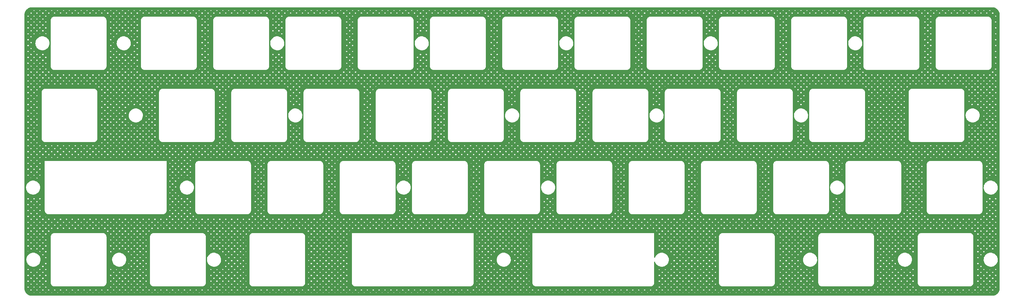
<source format=gtl>
G04 #@! TF.GenerationSoftware,KiCad,Pcbnew,7.0.7-7.0.7~ubuntu23.04.1*
G04 #@! TF.CreationDate,2023-08-17T18:30:44+00:00*
G04 #@! TF.ProjectId,plate,706c6174-652e-46b6-9963-61645f706362,rev?*
G04 #@! TF.SameCoordinates,Original*
G04 #@! TF.FileFunction,Copper,L1,Top*
G04 #@! TF.FilePolarity,Positive*
%FSLAX46Y46*%
G04 Gerber Fmt 4.6, Leading zero omitted, Abs format (unit mm)*
G04 Created by KiCad (PCBNEW 7.0.7-7.0.7~ubuntu23.04.1) date 2023-08-17 18:30:44*
%MOMM*%
%LPD*%
G01*
G04 APERTURE LIST*
G04 APERTURE END LIST*
G04 #@! TA.AperFunction,NonConductor*
G36*
X274540773Y-53598133D02*
G01*
X274565546Y-53599755D01*
X274620055Y-53603326D01*
X274804572Y-53616552D01*
X274812232Y-53617583D01*
X274925462Y-53640104D01*
X275072856Y-53672165D01*
X275079547Y-53674022D01*
X275193581Y-53712728D01*
X275195729Y-53713458D01*
X275197463Y-53714075D01*
X275330958Y-53763863D01*
X275336703Y-53766344D01*
X275449523Y-53821978D01*
X275451758Y-53823139D01*
X275574149Y-53889966D01*
X275578868Y-53892823D01*
X275684663Y-53963511D01*
X275687351Y-53965413D01*
X275797895Y-54048164D01*
X275801620Y-54051184D01*
X275844573Y-54088851D01*
X275897739Y-54135475D01*
X275900652Y-54138202D01*
X275997469Y-54235018D01*
X275998040Y-54235589D01*
X276000814Y-54238551D01*
X276033334Y-54275632D01*
X276085094Y-54334651D01*
X276088105Y-54338366D01*
X276170842Y-54448888D01*
X276172760Y-54451598D01*
X276243445Y-54557382D01*
X276246312Y-54562117D01*
X276313123Y-54684471D01*
X276314313Y-54686762D01*
X276369935Y-54799551D01*
X276372421Y-54805310D01*
X276422204Y-54938778D01*
X276422823Y-54940515D01*
X276462253Y-55056671D01*
X276464128Y-55063427D01*
X276496190Y-55210812D01*
X276518702Y-55323988D01*
X276519737Y-55331668D01*
X276533363Y-55522196D01*
X276538116Y-55594712D01*
X276538249Y-55598768D01*
X276538250Y-127795476D01*
X276538117Y-127799533D01*
X276532613Y-127883499D01*
X276519836Y-128062566D01*
X276518801Y-128070257D01*
X276495055Y-128189631D01*
X276464363Y-128330723D01*
X276462488Y-128337479D01*
X276421707Y-128457613D01*
X276421088Y-128459350D01*
X276372810Y-128588788D01*
X276370323Y-128594547D01*
X276313206Y-128710367D01*
X276312016Y-128712658D01*
X276246886Y-128831933D01*
X276244019Y-128836667D01*
X276171698Y-128944904D01*
X276169779Y-128947614D01*
X276088915Y-129055634D01*
X276085894Y-129059361D01*
X275999770Y-129157562D01*
X275996996Y-129160524D01*
X275901784Y-129255733D01*
X275898822Y-129258508D01*
X275800624Y-129344621D01*
X275796899Y-129347642D01*
X275688873Y-129428508D01*
X275686163Y-129430426D01*
X275577924Y-129502746D01*
X275573189Y-129505612D01*
X275453912Y-129570739D01*
X275451621Y-129571929D01*
X275335803Y-129629041D01*
X275330044Y-129631527D01*
X275200598Y-129679807D01*
X275198859Y-129680426D01*
X275078732Y-129721200D01*
X275071977Y-129723075D01*
X274930907Y-129753760D01*
X274811466Y-129777516D01*
X274803786Y-129778550D01*
X274718173Y-129784671D01*
X274630816Y-129790917D01*
X274540007Y-129796867D01*
X274535952Y-129797000D01*
X21365773Y-129797000D01*
X21361723Y-129796867D01*
X21331104Y-129794860D01*
X21280162Y-129791521D01*
X21098310Y-129778515D01*
X21090630Y-129777480D01*
X20974306Y-129754341D01*
X20830109Y-129722973D01*
X20823354Y-129721098D01*
X20705202Y-129680992D01*
X20703463Y-129680373D01*
X20572010Y-129631343D01*
X20566252Y-129628856D01*
X20451942Y-129572485D01*
X20449650Y-129571295D01*
X20328837Y-129505326D01*
X20324112Y-129502465D01*
X20217105Y-129430966D01*
X20214398Y-129429050D01*
X20180815Y-129403911D01*
X20105099Y-129347230D01*
X20101400Y-129344231D01*
X20004242Y-129259026D01*
X20001288Y-129256259D01*
X19904988Y-129159957D01*
X19902214Y-129156996D01*
X19869187Y-129119336D01*
X19817018Y-129059848D01*
X19814021Y-129056152D01*
X19771238Y-128999000D01*
X21717862Y-128999000D01*
X22077482Y-128999000D01*
X23273497Y-128999000D01*
X23633117Y-128999000D01*
X24829132Y-128999000D01*
X25188752Y-128999000D01*
X26384767Y-128999000D01*
X26744387Y-128999000D01*
X27940402Y-128999000D01*
X28300022Y-128999000D01*
X29496037Y-128999000D01*
X29855656Y-128999000D01*
X31051672Y-128999000D01*
X31411291Y-128999000D01*
X32607307Y-128999000D01*
X32966926Y-128999000D01*
X34162942Y-128999000D01*
X34522561Y-128999000D01*
X35718577Y-128999000D01*
X36078196Y-128999000D01*
X37274212Y-128999000D01*
X37633831Y-128999000D01*
X38829847Y-128999000D01*
X39189466Y-128999000D01*
X40385482Y-128999000D01*
X40745101Y-128999000D01*
X41941116Y-128999000D01*
X42300736Y-128999000D01*
X43496751Y-128999000D01*
X43856371Y-128999000D01*
X45052386Y-128999000D01*
X45412006Y-128999000D01*
X46608021Y-128999000D01*
X46967641Y-128999000D01*
X48163656Y-128999000D01*
X48523276Y-128999000D01*
X49719291Y-128999000D01*
X50078910Y-128999000D01*
X51274926Y-128999000D01*
X51634545Y-128999000D01*
X52830561Y-128999000D01*
X53190180Y-128999000D01*
X54386196Y-128999000D01*
X54745815Y-128999000D01*
X55941831Y-128999000D01*
X56301450Y-128999000D01*
X57497466Y-128999000D01*
X57857085Y-128999000D01*
X59053101Y-128999000D01*
X59412720Y-128999000D01*
X60608735Y-128999000D01*
X60968355Y-128999000D01*
X62164370Y-128999000D01*
X62523990Y-128999000D01*
X63720005Y-128999000D01*
X64079625Y-128999000D01*
X65275640Y-128999000D01*
X65635260Y-128999000D01*
X66831275Y-128999000D01*
X67190895Y-128999000D01*
X68386910Y-128999000D01*
X68746529Y-128999000D01*
X69942545Y-128999000D01*
X70302164Y-128999000D01*
X71498180Y-128999000D01*
X71857799Y-128999000D01*
X73053815Y-128999000D01*
X73413434Y-128999000D01*
X74609450Y-128999000D01*
X74969069Y-128999000D01*
X76165085Y-128999000D01*
X76524704Y-128999000D01*
X77720720Y-128999000D01*
X78080339Y-128999000D01*
X79276354Y-128999000D01*
X79635974Y-128999000D01*
X80831989Y-128999000D01*
X81191609Y-128999000D01*
X82387624Y-128999000D01*
X82747244Y-128999000D01*
X83943259Y-128999000D01*
X84302879Y-128999000D01*
X85498894Y-128999000D01*
X85858514Y-128999000D01*
X87054529Y-128999000D01*
X87414148Y-128999000D01*
X88610164Y-128999000D01*
X88969783Y-128999000D01*
X90165799Y-128999000D01*
X90525418Y-128999000D01*
X91721434Y-128999000D01*
X92081053Y-128999000D01*
X93277069Y-128999000D01*
X93636688Y-128999000D01*
X94832704Y-128999000D01*
X95192323Y-128999000D01*
X96388339Y-128999000D01*
X96747958Y-128999000D01*
X97943973Y-128999000D01*
X98303593Y-128999000D01*
X99499608Y-128999000D01*
X99859228Y-128999000D01*
X101055243Y-128999000D01*
X101414863Y-128999000D01*
X102610878Y-128999000D01*
X102970498Y-128999000D01*
X104166513Y-128999000D01*
X104526133Y-128999000D01*
X105722148Y-128999000D01*
X106081768Y-128999000D01*
X107277783Y-128999000D01*
X107637402Y-128999000D01*
X108833418Y-128999000D01*
X109193037Y-128999000D01*
X110389053Y-128999000D01*
X110748672Y-128999000D01*
X111944688Y-128999000D01*
X112304307Y-128999000D01*
X113500323Y-128999000D01*
X113859942Y-128999000D01*
X115055958Y-128999000D01*
X115415577Y-128999000D01*
X116611593Y-128999000D01*
X116971212Y-128999000D01*
X118167227Y-128999000D01*
X118526847Y-128999000D01*
X119722862Y-128999000D01*
X120082482Y-128999000D01*
X121278497Y-128999000D01*
X121638117Y-128999000D01*
X122834132Y-128999000D01*
X123193752Y-128999000D01*
X124389767Y-128999000D01*
X124749387Y-128999000D01*
X125945402Y-128999000D01*
X126305021Y-128999000D01*
X127501037Y-128999000D01*
X127860656Y-128999000D01*
X129056672Y-128999000D01*
X129416291Y-128999000D01*
X130612307Y-128999000D01*
X130971926Y-128999000D01*
X132167942Y-128999000D01*
X132527561Y-128999000D01*
X133723577Y-128999000D01*
X134083196Y-128999000D01*
X135279212Y-128999000D01*
X135638831Y-128999000D01*
X136834846Y-128999000D01*
X137194466Y-128999000D01*
X138390481Y-128999000D01*
X138750101Y-128999000D01*
X139946116Y-128999000D01*
X140305736Y-128999000D01*
X141501751Y-128999000D01*
X141861371Y-128999000D01*
X143057386Y-128999000D01*
X143417006Y-128999000D01*
X144613021Y-128999000D01*
X144972640Y-128999000D01*
X146168656Y-128999000D01*
X146528275Y-128999000D01*
X147724291Y-128999000D01*
X148083910Y-128999000D01*
X149279926Y-128999000D01*
X149639545Y-128999000D01*
X150835561Y-128999000D01*
X151195180Y-128999000D01*
X152391196Y-128999000D01*
X152750815Y-128999000D01*
X153946831Y-128999000D01*
X154306450Y-128999000D01*
X155502465Y-128999000D01*
X155862085Y-128999000D01*
X157058100Y-128999000D01*
X157417720Y-128999000D01*
X158613735Y-128999000D01*
X158973355Y-128999000D01*
X160169370Y-128999000D01*
X160528990Y-128999000D01*
X161725005Y-128999000D01*
X162084625Y-128999000D01*
X163280640Y-128999000D01*
X163640259Y-128999000D01*
X164836275Y-128999000D01*
X165195894Y-128999000D01*
X166391910Y-128999000D01*
X166751529Y-128999000D01*
X167947545Y-128999000D01*
X168307164Y-128999000D01*
X169503180Y-128999000D01*
X169862799Y-128999000D01*
X171058815Y-128999000D01*
X171418434Y-128999000D01*
X172614450Y-128999000D01*
X172974069Y-128999000D01*
X174170085Y-128999000D01*
X174529704Y-128999000D01*
X175725719Y-128999000D01*
X176085339Y-128999000D01*
X177281354Y-128999000D01*
X177640974Y-128999000D01*
X178836989Y-128999000D01*
X179196609Y-128999000D01*
X180392624Y-128999000D01*
X180752244Y-128999000D01*
X181948259Y-128999000D01*
X182307879Y-128999000D01*
X183503894Y-128999000D01*
X183863513Y-128999000D01*
X185059529Y-128999000D01*
X185419148Y-128999000D01*
X186615164Y-128999000D01*
X186974783Y-128999000D01*
X188170799Y-128999000D01*
X188530418Y-128999000D01*
X189726434Y-128999000D01*
X190086053Y-128999000D01*
X191282069Y-128999000D01*
X191641688Y-128999000D01*
X192837704Y-128999000D01*
X193197323Y-128999000D01*
X194393338Y-128999000D01*
X194752958Y-128999000D01*
X195948973Y-128999000D01*
X196308593Y-128999000D01*
X197504608Y-128999000D01*
X197864228Y-128999000D01*
X199060243Y-128999000D01*
X199419863Y-128999000D01*
X200615878Y-128999000D01*
X200975498Y-128999000D01*
X202171513Y-128999000D01*
X202531132Y-128999000D01*
X203727148Y-128999000D01*
X204086767Y-128999000D01*
X205282783Y-128999000D01*
X205642402Y-128999000D01*
X206838418Y-128999000D01*
X207198037Y-128999000D01*
X208394053Y-128999000D01*
X208753672Y-128999000D01*
X209949688Y-128999000D01*
X210309307Y-128999000D01*
X211505323Y-128999000D01*
X211864942Y-128999000D01*
X213060957Y-128999000D01*
X213420577Y-128999000D01*
X214616592Y-128999000D01*
X214976212Y-128999000D01*
X216172227Y-128999000D01*
X216531847Y-128999000D01*
X217727862Y-128999000D01*
X218087482Y-128999000D01*
X219283497Y-128999000D01*
X219643117Y-128999000D01*
X220839132Y-128999000D01*
X221198751Y-128999000D01*
X222394767Y-128999000D01*
X222754386Y-128999000D01*
X223950402Y-128999000D01*
X224310021Y-128999000D01*
X225506037Y-128999000D01*
X225865656Y-128999000D01*
X227061672Y-128999000D01*
X227421291Y-128999000D01*
X228617307Y-128999000D01*
X228976926Y-128999000D01*
X230172942Y-128999000D01*
X230532561Y-128999000D01*
X231728576Y-128999000D01*
X232088196Y-128999000D01*
X233284211Y-128999000D01*
X233643831Y-128999000D01*
X234839846Y-128999000D01*
X235199466Y-128999000D01*
X236395481Y-128999000D01*
X236755101Y-128999000D01*
X237951116Y-128999000D01*
X238310736Y-128999000D01*
X239506751Y-128999000D01*
X239866371Y-128999000D01*
X241062386Y-128999000D01*
X241422005Y-128999000D01*
X242618021Y-128999000D01*
X242977640Y-128999000D01*
X244173656Y-128999000D01*
X244533275Y-128999000D01*
X245729291Y-128999000D01*
X246088910Y-128999000D01*
X247284926Y-128999000D01*
X247644545Y-128999000D01*
X248840561Y-128999000D01*
X249200180Y-128999000D01*
X250396196Y-128999000D01*
X250755815Y-128999000D01*
X251951830Y-128999000D01*
X252311450Y-128999000D01*
X253507465Y-128999000D01*
X253867085Y-128999000D01*
X255063100Y-128999000D01*
X255422720Y-128999000D01*
X256618735Y-128999000D01*
X256978355Y-128999000D01*
X258174370Y-128999000D01*
X258533990Y-128999000D01*
X259730005Y-128999000D01*
X260089624Y-128999000D01*
X261285640Y-128999000D01*
X261645259Y-128999000D01*
X262841275Y-128999000D01*
X263200894Y-128999000D01*
X264396910Y-128999000D01*
X264756529Y-128999000D01*
X265952545Y-128999000D01*
X266312164Y-128999000D01*
X267508180Y-128999000D01*
X267867799Y-128999000D01*
X269063815Y-128999000D01*
X269423434Y-128999000D01*
X270619449Y-128999000D01*
X270979069Y-128999000D01*
X272175084Y-128999000D01*
X272534704Y-128999000D01*
X273730719Y-128999000D01*
X274090339Y-128999000D01*
X273940458Y-128849119D01*
X273916126Y-128835072D01*
X273904932Y-128835072D01*
X273880599Y-128849119D01*
X273730719Y-128999000D01*
X272534704Y-128999000D01*
X272384823Y-128849119D01*
X272360491Y-128835072D01*
X272349297Y-128835072D01*
X272324964Y-128849119D01*
X272175084Y-128999000D01*
X270979069Y-128999000D01*
X270829188Y-128849119D01*
X270804856Y-128835072D01*
X270793662Y-128835072D01*
X270769329Y-128849119D01*
X270619449Y-128999000D01*
X269423434Y-128999000D01*
X269273553Y-128849119D01*
X269249221Y-128835072D01*
X269238027Y-128835072D01*
X269213695Y-128849119D01*
X269063815Y-128999000D01*
X267867799Y-128999000D01*
X267717918Y-128849119D01*
X267693586Y-128835072D01*
X267682392Y-128835072D01*
X267658060Y-128849119D01*
X267508180Y-128999000D01*
X266312164Y-128999000D01*
X266162283Y-128849119D01*
X266137951Y-128835072D01*
X266126757Y-128835072D01*
X266102425Y-128849119D01*
X265952545Y-128999000D01*
X264756529Y-128999000D01*
X264606649Y-128849120D01*
X264582317Y-128835072D01*
X264571122Y-128835072D01*
X264546789Y-128849120D01*
X264396910Y-128999000D01*
X263200894Y-128999000D01*
X263051013Y-128849119D01*
X263026682Y-128835072D01*
X263015488Y-128835072D01*
X262991155Y-128849119D01*
X262841275Y-128999000D01*
X261645259Y-128999000D01*
X261495378Y-128849119D01*
X261471047Y-128835072D01*
X261459853Y-128835072D01*
X261435520Y-128849119D01*
X261285640Y-128999000D01*
X260089624Y-128999000D01*
X259939743Y-128849119D01*
X259915412Y-128835072D01*
X259904218Y-128835072D01*
X259879885Y-128849119D01*
X259730005Y-128999000D01*
X258533990Y-128999000D01*
X258384109Y-128849119D01*
X258359777Y-128835072D01*
X258348583Y-128835072D01*
X258324250Y-128849119D01*
X258174370Y-128999000D01*
X256978355Y-128999000D01*
X256828474Y-128849119D01*
X256804142Y-128835072D01*
X256792948Y-128835072D01*
X256768615Y-128849119D01*
X256618735Y-128999000D01*
X255422720Y-128999000D01*
X255272839Y-128849119D01*
X255248507Y-128835072D01*
X255237313Y-128835072D01*
X255212980Y-128849119D01*
X255063100Y-128999000D01*
X253867085Y-128999000D01*
X253717204Y-128849119D01*
X253692872Y-128835072D01*
X253681678Y-128835072D01*
X253657345Y-128849119D01*
X253507465Y-128999000D01*
X252311450Y-128999000D01*
X252161569Y-128849119D01*
X252137237Y-128835072D01*
X252126043Y-128835072D01*
X252101710Y-128849119D01*
X251951830Y-128999000D01*
X250755815Y-128999000D01*
X250605934Y-128849119D01*
X250581602Y-128835072D01*
X250570408Y-128835072D01*
X250546076Y-128849119D01*
X250396196Y-128999000D01*
X249200180Y-128999000D01*
X249050299Y-128849119D01*
X249025967Y-128835072D01*
X249014773Y-128835072D01*
X248990441Y-128849119D01*
X248840561Y-128999000D01*
X247644545Y-128999000D01*
X247494664Y-128849119D01*
X247470332Y-128835072D01*
X247459138Y-128835072D01*
X247434806Y-128849119D01*
X247284926Y-128999000D01*
X246088910Y-128999000D01*
X245939029Y-128849119D01*
X245914697Y-128835072D01*
X245903503Y-128835072D01*
X245879171Y-128849119D01*
X245729291Y-128999000D01*
X244533275Y-128999000D01*
X244383394Y-128849119D01*
X244359063Y-128835072D01*
X244347869Y-128835072D01*
X244323536Y-128849119D01*
X244173656Y-128999000D01*
X242977640Y-128999000D01*
X242827759Y-128849119D01*
X242803428Y-128835072D01*
X242792234Y-128835072D01*
X242767901Y-128849119D01*
X242618021Y-128999000D01*
X241422005Y-128999000D01*
X241272124Y-128849119D01*
X241247793Y-128835072D01*
X241236599Y-128835072D01*
X241212266Y-128849119D01*
X241062386Y-128999000D01*
X239866371Y-128999000D01*
X239716490Y-128849119D01*
X239692158Y-128835072D01*
X239680964Y-128835072D01*
X239656631Y-128849119D01*
X239506751Y-128999000D01*
X238310736Y-128999000D01*
X238160855Y-128849119D01*
X238136523Y-128835072D01*
X238125329Y-128835072D01*
X238100996Y-128849119D01*
X237951116Y-128999000D01*
X236755101Y-128999000D01*
X236605220Y-128849119D01*
X236580888Y-128835072D01*
X236569694Y-128835072D01*
X236545361Y-128849119D01*
X236395481Y-128999000D01*
X235199466Y-128999000D01*
X235049585Y-128849119D01*
X235025253Y-128835072D01*
X235014059Y-128835072D01*
X234989726Y-128849119D01*
X234839846Y-128999000D01*
X233643831Y-128999000D01*
X233493950Y-128849119D01*
X233469618Y-128835072D01*
X233458424Y-128835072D01*
X233434091Y-128849119D01*
X233284211Y-128999000D01*
X232088196Y-128999000D01*
X231938315Y-128849119D01*
X231913983Y-128835072D01*
X231902789Y-128835072D01*
X231878456Y-128849119D01*
X231728576Y-128999000D01*
X230532561Y-128999000D01*
X230382680Y-128849119D01*
X230358348Y-128835072D01*
X230347154Y-128835072D01*
X230322822Y-128849119D01*
X230172942Y-128999000D01*
X228976926Y-128999000D01*
X228827045Y-128849119D01*
X228802713Y-128835072D01*
X228791519Y-128835072D01*
X228767187Y-128849119D01*
X228617307Y-128999000D01*
X227421291Y-128999000D01*
X227271410Y-128849119D01*
X227247078Y-128835072D01*
X227235884Y-128835072D01*
X227211552Y-128849119D01*
X227061672Y-128999000D01*
X225865656Y-128999000D01*
X225715775Y-128849119D01*
X225691444Y-128835072D01*
X225680250Y-128835072D01*
X225655917Y-128849119D01*
X225506037Y-128999000D01*
X224310021Y-128999000D01*
X224160140Y-128849119D01*
X224135809Y-128835072D01*
X224124615Y-128835072D01*
X224100282Y-128849119D01*
X223950402Y-128999000D01*
X222754386Y-128999000D01*
X222604505Y-128849119D01*
X222580174Y-128835072D01*
X222568980Y-128835072D01*
X222544647Y-128849119D01*
X222394767Y-128999000D01*
X221198751Y-128999000D01*
X221048870Y-128849119D01*
X221024539Y-128835072D01*
X221013345Y-128835072D01*
X220989012Y-128849119D01*
X220839132Y-128999000D01*
X219643117Y-128999000D01*
X219493236Y-128849119D01*
X219468904Y-128835072D01*
X219457710Y-128835072D01*
X219433377Y-128849119D01*
X219283497Y-128999000D01*
X218087482Y-128999000D01*
X217937601Y-128849119D01*
X217913269Y-128835072D01*
X217902075Y-128835072D01*
X217877742Y-128849119D01*
X217727862Y-128999000D01*
X216531847Y-128999000D01*
X216381966Y-128849119D01*
X216357634Y-128835072D01*
X216346440Y-128835072D01*
X216322107Y-128849119D01*
X216172227Y-128999000D01*
X214976212Y-128999000D01*
X214826331Y-128849119D01*
X214801999Y-128835072D01*
X214790805Y-128835072D01*
X214766472Y-128849119D01*
X214616592Y-128999000D01*
X213420577Y-128999000D01*
X213270696Y-128849119D01*
X213246364Y-128835072D01*
X213235170Y-128835072D01*
X213210837Y-128849119D01*
X213060957Y-128999000D01*
X211864942Y-128999000D01*
X211715061Y-128849119D01*
X211690729Y-128835072D01*
X211679535Y-128835072D01*
X211655203Y-128849119D01*
X211505323Y-128999000D01*
X210309307Y-128999000D01*
X210159426Y-128849119D01*
X210135094Y-128835072D01*
X210123900Y-128835072D01*
X210099568Y-128849119D01*
X209949688Y-128999000D01*
X208753672Y-128999000D01*
X208603791Y-128849119D01*
X208579459Y-128835072D01*
X208568265Y-128835072D01*
X208543933Y-128849119D01*
X208394053Y-128999000D01*
X207198037Y-128999000D01*
X207048157Y-128849120D01*
X207023825Y-128835072D01*
X207012630Y-128835072D01*
X206988297Y-128849120D01*
X206838418Y-128999000D01*
X205642402Y-128999000D01*
X205492521Y-128849119D01*
X205468190Y-128835072D01*
X205456996Y-128835072D01*
X205432663Y-128849119D01*
X205282783Y-128999000D01*
X204086767Y-128999000D01*
X203936886Y-128849119D01*
X203912555Y-128835072D01*
X203901361Y-128835072D01*
X203877028Y-128849119D01*
X203727148Y-128999000D01*
X202531132Y-128999000D01*
X202381251Y-128849119D01*
X202356920Y-128835072D01*
X202345726Y-128835072D01*
X202321393Y-128849119D01*
X202171513Y-128999000D01*
X200975498Y-128999000D01*
X200825617Y-128849119D01*
X200801285Y-128835072D01*
X200790091Y-128835072D01*
X200765758Y-128849119D01*
X200615878Y-128999000D01*
X199419863Y-128999000D01*
X199269982Y-128849119D01*
X199245650Y-128835072D01*
X199234456Y-128835072D01*
X199210123Y-128849119D01*
X199060243Y-128999000D01*
X197864228Y-128999000D01*
X197714347Y-128849119D01*
X197690015Y-128835072D01*
X197678821Y-128835072D01*
X197654488Y-128849119D01*
X197504608Y-128999000D01*
X196308593Y-128999000D01*
X196158712Y-128849119D01*
X196134380Y-128835072D01*
X196123186Y-128835072D01*
X196098853Y-128849119D01*
X195948973Y-128999000D01*
X194752958Y-128999000D01*
X194603077Y-128849119D01*
X194578745Y-128835072D01*
X194567551Y-128835072D01*
X194543218Y-128849119D01*
X194393338Y-128999000D01*
X193197323Y-128999000D01*
X193047442Y-128849119D01*
X193023110Y-128835072D01*
X193011916Y-128835072D01*
X192987584Y-128849119D01*
X192837704Y-128999000D01*
X191641688Y-128999000D01*
X191491807Y-128849119D01*
X191467475Y-128835072D01*
X191456281Y-128835072D01*
X191431949Y-128849119D01*
X191282069Y-128999000D01*
X190086053Y-128999000D01*
X189936172Y-128849119D01*
X189911840Y-128835072D01*
X189900646Y-128835072D01*
X189876314Y-128849119D01*
X189726434Y-128999000D01*
X188530418Y-128999000D01*
X188380538Y-128849120D01*
X188356206Y-128835072D01*
X188345011Y-128835072D01*
X188320679Y-128849119D01*
X188170799Y-128999000D01*
X186974783Y-128999000D01*
X186824902Y-128849119D01*
X186800571Y-128835072D01*
X186789377Y-128835072D01*
X186765044Y-128849119D01*
X186615164Y-128999000D01*
X185419148Y-128999000D01*
X185269267Y-128849119D01*
X185244936Y-128835072D01*
X185233742Y-128835072D01*
X185209409Y-128849119D01*
X185059529Y-128999000D01*
X183863513Y-128999000D01*
X183713632Y-128849119D01*
X183689301Y-128835072D01*
X183678107Y-128835072D01*
X183653774Y-128849119D01*
X183503894Y-128999000D01*
X182307879Y-128999000D01*
X182157998Y-128849119D01*
X182133666Y-128835072D01*
X182122472Y-128835072D01*
X182098139Y-128849119D01*
X181948259Y-128999000D01*
X180752244Y-128999000D01*
X180602363Y-128849119D01*
X180578031Y-128835072D01*
X180566837Y-128835072D01*
X180542504Y-128849119D01*
X180392624Y-128999000D01*
X179196609Y-128999000D01*
X179046728Y-128849119D01*
X179022396Y-128835072D01*
X179011202Y-128835072D01*
X178986869Y-128849119D01*
X178836989Y-128999000D01*
X177640974Y-128999000D01*
X177491093Y-128849119D01*
X177466761Y-128835072D01*
X177455567Y-128835072D01*
X177431234Y-128849119D01*
X177281354Y-128999000D01*
X176085339Y-128999000D01*
X175935458Y-128849119D01*
X175911126Y-128835072D01*
X175899932Y-128835072D01*
X175875599Y-128849119D01*
X175725719Y-128999000D01*
X174529704Y-128999000D01*
X174379823Y-128849119D01*
X174355491Y-128835072D01*
X174344297Y-128835072D01*
X174319965Y-128849119D01*
X174170085Y-128999000D01*
X172974069Y-128999000D01*
X172824188Y-128849119D01*
X172799856Y-128835072D01*
X172788662Y-128835072D01*
X172764330Y-128849119D01*
X172614450Y-128999000D01*
X171418434Y-128999000D01*
X171268553Y-128849119D01*
X171244221Y-128835072D01*
X171233027Y-128835072D01*
X171208695Y-128849119D01*
X171058815Y-128999000D01*
X169862799Y-128999000D01*
X169712918Y-128849119D01*
X169688586Y-128835072D01*
X169677392Y-128835072D01*
X169653060Y-128849119D01*
X169503180Y-128999000D01*
X168307164Y-128999000D01*
X168157283Y-128849119D01*
X168132952Y-128835072D01*
X168121758Y-128835072D01*
X168097425Y-128849119D01*
X167947545Y-128999000D01*
X166751529Y-128999000D01*
X166601648Y-128849119D01*
X166577317Y-128835072D01*
X166566123Y-128835072D01*
X166541790Y-128849119D01*
X166391910Y-128999000D01*
X165195894Y-128999000D01*
X165046013Y-128849119D01*
X165021682Y-128835072D01*
X165010488Y-128835072D01*
X164986155Y-128849119D01*
X164836275Y-128999000D01*
X163640259Y-128999000D01*
X163490378Y-128849119D01*
X163466047Y-128835072D01*
X163454853Y-128835072D01*
X163430520Y-128849119D01*
X163280640Y-128999000D01*
X162084625Y-128999000D01*
X161934744Y-128849119D01*
X161910412Y-128835072D01*
X161899218Y-128835072D01*
X161874885Y-128849119D01*
X161725005Y-128999000D01*
X160528990Y-128999000D01*
X160379109Y-128849119D01*
X160354777Y-128835072D01*
X160343583Y-128835072D01*
X160319250Y-128849119D01*
X160169370Y-128999000D01*
X158973355Y-128999000D01*
X158823474Y-128849119D01*
X158799142Y-128835072D01*
X158787948Y-128835072D01*
X158763615Y-128849119D01*
X158613735Y-128999000D01*
X157417720Y-128999000D01*
X157267839Y-128849119D01*
X157243507Y-128835072D01*
X157232313Y-128835072D01*
X157207980Y-128849119D01*
X157058100Y-128999000D01*
X155862085Y-128999000D01*
X155712204Y-128849119D01*
X155687872Y-128835072D01*
X155676678Y-128835072D01*
X155652345Y-128849119D01*
X155502465Y-128999000D01*
X154306450Y-128999000D01*
X154156569Y-128849119D01*
X154132237Y-128835072D01*
X154121043Y-128835072D01*
X154096711Y-128849119D01*
X153946831Y-128999000D01*
X152750815Y-128999000D01*
X152600934Y-128849119D01*
X152576602Y-128835072D01*
X152565408Y-128835072D01*
X152541076Y-128849119D01*
X152391196Y-128999000D01*
X151195180Y-128999000D01*
X151045299Y-128849119D01*
X151020967Y-128835072D01*
X151009773Y-128835072D01*
X150985441Y-128849119D01*
X150835561Y-128999000D01*
X149639545Y-128999000D01*
X149489664Y-128849119D01*
X149465333Y-128835072D01*
X149454139Y-128835072D01*
X149429806Y-128849119D01*
X149279926Y-128999000D01*
X148083910Y-128999000D01*
X147934029Y-128849119D01*
X147909698Y-128835072D01*
X147898504Y-128835072D01*
X147874171Y-128849119D01*
X147724291Y-128999000D01*
X146528275Y-128999000D01*
X146378394Y-128849119D01*
X146354063Y-128835072D01*
X146342869Y-128835072D01*
X146318536Y-128849119D01*
X146168656Y-128999000D01*
X144972640Y-128999000D01*
X144822759Y-128849119D01*
X144798428Y-128835072D01*
X144787234Y-128835072D01*
X144762901Y-128849119D01*
X144613021Y-128999000D01*
X143417006Y-128999000D01*
X143267125Y-128849119D01*
X143242793Y-128835072D01*
X143231599Y-128835072D01*
X143207266Y-128849119D01*
X143057386Y-128999000D01*
X141861371Y-128999000D01*
X141711490Y-128849119D01*
X141687158Y-128835072D01*
X141675964Y-128835072D01*
X141651631Y-128849119D01*
X141501751Y-128999000D01*
X140305736Y-128999000D01*
X140155855Y-128849119D01*
X140131523Y-128835072D01*
X140120329Y-128835072D01*
X140095996Y-128849119D01*
X139946116Y-128999000D01*
X138750101Y-128999000D01*
X138600220Y-128849119D01*
X138575888Y-128835072D01*
X138564694Y-128835072D01*
X138540361Y-128849119D01*
X138390481Y-128999000D01*
X137194466Y-128999000D01*
X137044585Y-128849119D01*
X137020253Y-128835072D01*
X137009059Y-128835072D01*
X136984726Y-128849119D01*
X136834846Y-128999000D01*
X135638831Y-128999000D01*
X135488950Y-128849119D01*
X135464618Y-128835072D01*
X135453424Y-128835072D01*
X135429092Y-128849119D01*
X135279212Y-128999000D01*
X134083196Y-128999000D01*
X133933315Y-128849119D01*
X133908983Y-128835072D01*
X133897789Y-128835072D01*
X133873457Y-128849119D01*
X133723577Y-128999000D01*
X132527561Y-128999000D01*
X132377680Y-128849119D01*
X132353348Y-128835072D01*
X132342154Y-128835072D01*
X132317822Y-128849119D01*
X132167942Y-128999000D01*
X130971926Y-128999000D01*
X130822046Y-128849120D01*
X130797714Y-128835072D01*
X130786519Y-128835072D01*
X130762186Y-128849120D01*
X130612307Y-128999000D01*
X129416291Y-128999000D01*
X129266410Y-128849119D01*
X129242079Y-128835072D01*
X129230885Y-128835072D01*
X129206552Y-128849119D01*
X129056672Y-128999000D01*
X127860656Y-128999000D01*
X127710775Y-128849119D01*
X127686444Y-128835072D01*
X127675250Y-128835072D01*
X127650917Y-128849119D01*
X127501037Y-128999000D01*
X126305021Y-128999000D01*
X126155140Y-128849119D01*
X126130809Y-128835072D01*
X126119615Y-128835072D01*
X126095282Y-128849119D01*
X125945402Y-128999000D01*
X124749387Y-128999000D01*
X124599506Y-128849119D01*
X124575174Y-128835072D01*
X124563980Y-128835072D01*
X124539647Y-128849119D01*
X124389767Y-128999000D01*
X123193752Y-128999000D01*
X123043871Y-128849119D01*
X123019539Y-128835072D01*
X123008345Y-128835072D01*
X122984012Y-128849119D01*
X122834132Y-128999000D01*
X121638117Y-128999000D01*
X121488236Y-128849119D01*
X121463904Y-128835072D01*
X121452710Y-128835072D01*
X121428377Y-128849119D01*
X121278497Y-128999000D01*
X120082482Y-128999000D01*
X119932601Y-128849119D01*
X119908269Y-128835072D01*
X119897075Y-128835072D01*
X119872742Y-128849119D01*
X119722862Y-128999000D01*
X118526847Y-128999000D01*
X118376966Y-128849119D01*
X118352634Y-128835072D01*
X118341440Y-128835072D01*
X118317107Y-128849119D01*
X118167227Y-128999000D01*
X116971212Y-128999000D01*
X116821331Y-128849119D01*
X116796999Y-128835072D01*
X116785805Y-128835072D01*
X116761473Y-128849119D01*
X116611593Y-128999000D01*
X115415577Y-128999000D01*
X115265696Y-128849119D01*
X115241364Y-128835072D01*
X115230170Y-128835072D01*
X115205838Y-128849119D01*
X115055958Y-128999000D01*
X113859942Y-128999000D01*
X113710061Y-128849119D01*
X113685729Y-128835072D01*
X113674535Y-128835072D01*
X113650203Y-128849119D01*
X113500323Y-128999000D01*
X112304307Y-128999000D01*
X112154426Y-128849119D01*
X112130094Y-128835072D01*
X112118900Y-128835072D01*
X112094568Y-128849119D01*
X111944688Y-128999000D01*
X110748672Y-128999000D01*
X110598791Y-128849119D01*
X110574460Y-128835072D01*
X110563266Y-128835072D01*
X110538933Y-128849119D01*
X110389053Y-128999000D01*
X109193037Y-128999000D01*
X109043156Y-128849119D01*
X109018825Y-128835072D01*
X109007631Y-128835072D01*
X108983298Y-128849119D01*
X108833418Y-128999000D01*
X107637402Y-128999000D01*
X107487521Y-128849119D01*
X107463190Y-128835072D01*
X107451996Y-128835072D01*
X107427663Y-128849119D01*
X107277783Y-128999000D01*
X106081768Y-128999000D01*
X105931887Y-128849119D01*
X105907555Y-128835072D01*
X105896361Y-128835072D01*
X105872028Y-128849119D01*
X105722148Y-128999000D01*
X104526133Y-128999000D01*
X104376252Y-128849119D01*
X104351920Y-128835072D01*
X104340726Y-128835072D01*
X104316393Y-128849119D01*
X104166513Y-128999000D01*
X102970498Y-128999000D01*
X102820617Y-128849119D01*
X102796285Y-128835072D01*
X102785091Y-128835072D01*
X102760758Y-128849119D01*
X102610878Y-128999000D01*
X101414863Y-128999000D01*
X101264982Y-128849119D01*
X101240650Y-128835072D01*
X101229456Y-128835072D01*
X101205123Y-128849119D01*
X101055243Y-128999000D01*
X99859228Y-128999000D01*
X99709347Y-128849119D01*
X99685015Y-128835072D01*
X99673821Y-128835072D01*
X99649488Y-128849119D01*
X99499608Y-128999000D01*
X98303593Y-128999000D01*
X98153712Y-128849119D01*
X98129380Y-128835072D01*
X98118186Y-128835072D01*
X98093853Y-128849119D01*
X97943973Y-128999000D01*
X96747958Y-128999000D01*
X96598077Y-128849119D01*
X96573745Y-128835072D01*
X96562551Y-128835072D01*
X96538219Y-128849119D01*
X96388339Y-128999000D01*
X95192323Y-128999000D01*
X95042442Y-128849119D01*
X95018110Y-128835072D01*
X95006916Y-128835072D01*
X94982584Y-128849119D01*
X94832704Y-128999000D01*
X93636688Y-128999000D01*
X93486807Y-128849119D01*
X93462475Y-128835072D01*
X93451281Y-128835072D01*
X93426949Y-128849119D01*
X93277069Y-128999000D01*
X92081053Y-128999000D01*
X91931172Y-128849119D01*
X91906841Y-128835072D01*
X91895647Y-128835072D01*
X91871314Y-128849119D01*
X91721434Y-128999000D01*
X90525418Y-128999000D01*
X90375537Y-128849119D01*
X90351206Y-128835072D01*
X90340012Y-128835072D01*
X90315679Y-128849119D01*
X90165799Y-128999000D01*
X88969783Y-128999000D01*
X88819902Y-128849119D01*
X88795571Y-128835072D01*
X88784377Y-128835072D01*
X88760044Y-128849119D01*
X88610164Y-128999000D01*
X87414148Y-128999000D01*
X87264267Y-128849119D01*
X87239936Y-128835072D01*
X87228742Y-128835072D01*
X87204409Y-128849119D01*
X87054529Y-128999000D01*
X85858514Y-128999000D01*
X85708633Y-128849119D01*
X85684301Y-128835072D01*
X85673107Y-128835072D01*
X85648774Y-128849119D01*
X85498894Y-128999000D01*
X84302879Y-128999000D01*
X84152998Y-128849119D01*
X84128666Y-128835072D01*
X84117472Y-128835072D01*
X84093139Y-128849119D01*
X83943259Y-128999000D01*
X82747244Y-128999000D01*
X82597363Y-128849119D01*
X82573031Y-128835072D01*
X82561837Y-128835072D01*
X82537504Y-128849119D01*
X82387624Y-128999000D01*
X81191609Y-128999000D01*
X81041728Y-128849119D01*
X81017396Y-128835072D01*
X81006202Y-128835072D01*
X80981869Y-128849119D01*
X80831989Y-128999000D01*
X79635974Y-128999000D01*
X79486093Y-128849119D01*
X79461761Y-128835072D01*
X79450567Y-128835072D01*
X79426234Y-128849119D01*
X79276354Y-128999000D01*
X78080339Y-128999000D01*
X77930458Y-128849119D01*
X77906126Y-128835072D01*
X77894932Y-128835072D01*
X77870600Y-128849119D01*
X77720720Y-128999000D01*
X76524704Y-128999000D01*
X76374823Y-128849119D01*
X76350491Y-128835072D01*
X76339297Y-128835072D01*
X76314965Y-128849119D01*
X76165085Y-128999000D01*
X74969069Y-128999000D01*
X74819188Y-128849119D01*
X74794856Y-128835072D01*
X74783662Y-128835072D01*
X74759330Y-128849119D01*
X74609450Y-128999000D01*
X73413434Y-128999000D01*
X73263554Y-128849120D01*
X73239222Y-128835072D01*
X73228027Y-128835072D01*
X73203694Y-128849120D01*
X73053815Y-128999000D01*
X71857799Y-128999000D01*
X71707918Y-128849119D01*
X71683587Y-128835072D01*
X71672393Y-128835072D01*
X71648060Y-128849119D01*
X71498180Y-128999000D01*
X70302164Y-128999000D01*
X70152283Y-128849119D01*
X70127952Y-128835072D01*
X70116758Y-128835072D01*
X70092425Y-128849119D01*
X69942545Y-128999000D01*
X68746529Y-128999000D01*
X68596648Y-128849119D01*
X68572317Y-128835072D01*
X68561123Y-128835072D01*
X68536790Y-128849119D01*
X68386910Y-128999000D01*
X67190895Y-128999000D01*
X67041014Y-128849119D01*
X67016682Y-128835072D01*
X67005488Y-128835072D01*
X66981155Y-128849119D01*
X66831275Y-128999000D01*
X65635260Y-128999000D01*
X65485379Y-128849119D01*
X65461047Y-128835072D01*
X65449853Y-128835072D01*
X65425520Y-128849119D01*
X65275640Y-128999000D01*
X64079625Y-128999000D01*
X63929744Y-128849119D01*
X63905412Y-128835072D01*
X63894218Y-128835072D01*
X63869885Y-128849119D01*
X63720005Y-128999000D01*
X62523990Y-128999000D01*
X62374109Y-128849119D01*
X62349777Y-128835072D01*
X62338583Y-128835072D01*
X62314250Y-128849119D01*
X62164370Y-128999000D01*
X60968355Y-128999000D01*
X60818474Y-128849119D01*
X60794142Y-128835072D01*
X60782948Y-128835072D01*
X60758615Y-128849119D01*
X60608735Y-128999000D01*
X59412720Y-128999000D01*
X59262839Y-128849119D01*
X59238507Y-128835072D01*
X59227313Y-128835072D01*
X59202981Y-128849119D01*
X59053101Y-128999000D01*
X57857085Y-128999000D01*
X57707204Y-128849119D01*
X57682872Y-128835072D01*
X57671678Y-128835072D01*
X57647346Y-128849119D01*
X57497466Y-128999000D01*
X56301450Y-128999000D01*
X56151569Y-128849119D01*
X56127237Y-128835072D01*
X56116043Y-128835072D01*
X56091711Y-128849119D01*
X55941831Y-128999000D01*
X54745815Y-128999000D01*
X54595935Y-128849120D01*
X54571603Y-128835072D01*
X54560408Y-128835072D01*
X54536076Y-128849119D01*
X54386196Y-128999000D01*
X53190180Y-128999000D01*
X53040299Y-128849119D01*
X53015968Y-128835072D01*
X53004774Y-128835072D01*
X52980441Y-128849119D01*
X52830561Y-128999000D01*
X51634545Y-128999000D01*
X51484664Y-128849119D01*
X51460333Y-128835072D01*
X51449139Y-128835072D01*
X51424806Y-128849119D01*
X51274926Y-128999000D01*
X50078910Y-128999000D01*
X49929029Y-128849119D01*
X49904698Y-128835072D01*
X49893504Y-128835072D01*
X49869171Y-128849119D01*
X49719291Y-128999000D01*
X48523276Y-128999000D01*
X48373395Y-128849119D01*
X48349063Y-128835072D01*
X48337869Y-128835072D01*
X48313536Y-128849119D01*
X48163656Y-128999000D01*
X46967641Y-128999000D01*
X46817760Y-128849119D01*
X46793428Y-128835072D01*
X46782234Y-128835072D01*
X46757901Y-128849119D01*
X46608021Y-128999000D01*
X45412006Y-128999000D01*
X45262125Y-128849119D01*
X45237793Y-128835072D01*
X45226599Y-128835072D01*
X45202266Y-128849119D01*
X45052386Y-128999000D01*
X43856371Y-128999000D01*
X43706490Y-128849119D01*
X43682158Y-128835072D01*
X43670964Y-128835072D01*
X43646631Y-128849119D01*
X43496751Y-128999000D01*
X42300736Y-128999000D01*
X42150855Y-128849119D01*
X42126523Y-128835072D01*
X42115329Y-128835072D01*
X42090996Y-128849119D01*
X41941116Y-128999000D01*
X40745101Y-128999000D01*
X40595220Y-128849119D01*
X40570888Y-128835072D01*
X40559694Y-128835072D01*
X40535362Y-128849119D01*
X40385482Y-128999000D01*
X39189466Y-128999000D01*
X39039585Y-128849119D01*
X39015253Y-128835072D01*
X39004059Y-128835072D01*
X38979727Y-128849119D01*
X38829847Y-128999000D01*
X37633831Y-128999000D01*
X37483950Y-128849119D01*
X37459618Y-128835072D01*
X37448424Y-128835072D01*
X37424092Y-128849119D01*
X37274212Y-128999000D01*
X36078196Y-128999000D01*
X35928315Y-128849119D01*
X35903983Y-128835072D01*
X35892789Y-128835072D01*
X35868457Y-128849119D01*
X35718577Y-128999000D01*
X34522561Y-128999000D01*
X34372680Y-128849119D01*
X34348349Y-128835072D01*
X34337155Y-128835072D01*
X34312822Y-128849119D01*
X34162942Y-128999000D01*
X32966926Y-128999000D01*
X32817045Y-128849119D01*
X32792714Y-128835072D01*
X32781520Y-128835072D01*
X32757187Y-128849119D01*
X32607307Y-128999000D01*
X31411291Y-128999000D01*
X31261410Y-128849119D01*
X31237079Y-128835072D01*
X31225885Y-128835072D01*
X31201552Y-128849119D01*
X31051672Y-128999000D01*
X29855656Y-128999000D01*
X29705775Y-128849119D01*
X29681444Y-128835072D01*
X29670250Y-128835072D01*
X29645917Y-128849119D01*
X29496037Y-128999000D01*
X28300022Y-128999000D01*
X28150141Y-128849119D01*
X28125809Y-128835072D01*
X28114615Y-128835072D01*
X28090282Y-128849119D01*
X27940402Y-128999000D01*
X26744387Y-128999000D01*
X26594506Y-128849119D01*
X26570174Y-128835072D01*
X26558980Y-128835072D01*
X26534647Y-128849119D01*
X26384767Y-128999000D01*
X25188752Y-128999000D01*
X25038871Y-128849119D01*
X25014539Y-128835072D01*
X25003345Y-128835072D01*
X24979012Y-128849119D01*
X24829132Y-128999000D01*
X23633117Y-128999000D01*
X23483236Y-128849119D01*
X23458904Y-128835072D01*
X23447710Y-128835072D01*
X23423377Y-128849119D01*
X23273497Y-128999000D01*
X22077482Y-128999000D01*
X21927601Y-128849119D01*
X21903269Y-128835072D01*
X21892075Y-128835072D01*
X21867742Y-128849119D01*
X21717862Y-128999000D01*
X19771238Y-128999000D01*
X19732187Y-128946834D01*
X19730297Y-128944163D01*
X19658777Y-128837127D01*
X19655932Y-128832427D01*
X19589930Y-128711555D01*
X19588768Y-128709317D01*
X19532379Y-128594970D01*
X19529909Y-128589250D01*
X19480877Y-128457787D01*
X19480258Y-128456050D01*
X19479082Y-128452585D01*
X19440145Y-128337882D01*
X19438280Y-128331162D01*
X19422912Y-128260517D01*
X20922189Y-128260517D01*
X20936236Y-128284848D01*
X21089925Y-128438537D01*
X21114258Y-128452585D01*
X21125452Y-128452585D01*
X21149783Y-128438537D01*
X21303472Y-128284848D01*
X21317520Y-128260517D01*
X22477824Y-128260517D01*
X22491871Y-128284848D01*
X22645560Y-128438537D01*
X22669893Y-128452585D01*
X22681087Y-128452585D01*
X22705418Y-128438537D01*
X22859107Y-128284848D01*
X22873155Y-128260517D01*
X24033458Y-128260517D01*
X24047506Y-128284848D01*
X24201195Y-128438537D01*
X24225528Y-128452585D01*
X24236722Y-128452585D01*
X24261053Y-128438537D01*
X24414742Y-128284848D01*
X24428790Y-128260517D01*
X25589094Y-128260517D01*
X25603141Y-128284848D01*
X25756830Y-128438537D01*
X25781162Y-128452585D01*
X25792357Y-128452585D01*
X25816689Y-128438536D01*
X25970377Y-128284848D01*
X25984425Y-128260517D01*
X27144729Y-128260517D01*
X27158776Y-128284848D01*
X27312465Y-128438537D01*
X27336797Y-128452585D01*
X27347991Y-128452585D01*
X27372323Y-128438537D01*
X27526012Y-128284848D01*
X27540060Y-128260517D01*
X28700364Y-128260517D01*
X28714411Y-128284848D01*
X28868100Y-128438537D01*
X28892432Y-128452585D01*
X28903626Y-128452585D01*
X28927958Y-128438537D01*
X29081647Y-128284848D01*
X29095695Y-128260517D01*
X30255999Y-128260517D01*
X30270046Y-128284848D01*
X30423735Y-128438537D01*
X30448067Y-128452585D01*
X30459261Y-128452585D01*
X30483593Y-128438537D01*
X30637282Y-128284848D01*
X30651330Y-128260517D01*
X31811633Y-128260517D01*
X31825680Y-128284848D01*
X31979369Y-128438537D01*
X32003702Y-128452585D01*
X32014896Y-128452585D01*
X32039228Y-128438537D01*
X32192917Y-128284848D01*
X32206965Y-128260517D01*
X33367267Y-128260517D01*
X33381315Y-128284848D01*
X33535004Y-128438537D01*
X33559337Y-128452585D01*
X33570531Y-128452585D01*
X33594863Y-128438537D01*
X33748552Y-128284848D01*
X33762600Y-128260517D01*
X34922903Y-128260517D01*
X34936950Y-128284848D01*
X35090639Y-128438537D01*
X35114972Y-128452585D01*
X35126166Y-128452585D01*
X35150498Y-128438537D01*
X35304187Y-128284848D01*
X35318235Y-128260517D01*
X36478538Y-128260517D01*
X36492585Y-128284848D01*
X36646274Y-128438537D01*
X36670607Y-128452585D01*
X36681801Y-128452585D01*
X36706133Y-128438537D01*
X36859822Y-128284848D01*
X36873870Y-128260517D01*
X38034173Y-128260517D01*
X38048220Y-128284848D01*
X38201909Y-128438537D01*
X38226242Y-128452585D01*
X38237436Y-128452585D01*
X38261768Y-128438537D01*
X38415457Y-128284848D01*
X38429505Y-128260517D01*
X39589808Y-128260517D01*
X39603855Y-128284848D01*
X39757544Y-128438537D01*
X39781877Y-128452585D01*
X39793071Y-128452585D01*
X39817402Y-128438537D01*
X39971091Y-128284848D01*
X39985139Y-128260517D01*
X41145443Y-128260517D01*
X41159490Y-128284848D01*
X41313179Y-128438537D01*
X41337512Y-128452585D01*
X41348706Y-128452585D01*
X41373037Y-128438537D01*
X41526726Y-128284848D01*
X41540774Y-128260517D01*
X42701078Y-128260517D01*
X42715125Y-128284848D01*
X42868814Y-128438537D01*
X42893147Y-128452585D01*
X42904341Y-128452585D01*
X42928672Y-128438537D01*
X43082361Y-128284848D01*
X43096409Y-128260517D01*
X44256713Y-128260517D01*
X44270760Y-128284848D01*
X44424448Y-128438536D01*
X44448781Y-128452585D01*
X44459976Y-128452585D01*
X44484307Y-128438537D01*
X44637996Y-128284848D01*
X44652044Y-128260517D01*
X45812348Y-128260517D01*
X45826395Y-128284848D01*
X45980084Y-128438537D01*
X46004416Y-128452585D01*
X46015610Y-128452585D01*
X46039942Y-128438537D01*
X46193631Y-128284848D01*
X46207679Y-128260517D01*
X47367983Y-128260517D01*
X47382030Y-128284848D01*
X47535719Y-128438537D01*
X47560051Y-128452585D01*
X47571245Y-128452585D01*
X47595577Y-128438537D01*
X47749266Y-128284848D01*
X47763314Y-128260517D01*
X48923618Y-128260517D01*
X48937665Y-128284848D01*
X49091354Y-128438537D01*
X49115686Y-128452585D01*
X49126880Y-128452585D01*
X49151212Y-128438537D01*
X49304901Y-128284848D01*
X49318949Y-128260517D01*
X50479252Y-128260517D01*
X50493299Y-128284848D01*
X50646988Y-128438537D01*
X50671321Y-128452585D01*
X50682515Y-128452585D01*
X50706847Y-128438537D01*
X50860536Y-128284848D01*
X50874584Y-128260517D01*
X52034886Y-128260517D01*
X52048934Y-128284848D01*
X52202623Y-128438537D01*
X52226956Y-128452585D01*
X52238150Y-128452585D01*
X52262482Y-128438537D01*
X52416171Y-128284848D01*
X52430219Y-128260517D01*
X53590522Y-128260517D01*
X53604569Y-128284848D01*
X53758258Y-128438537D01*
X53782591Y-128452585D01*
X53793785Y-128452585D01*
X53818117Y-128438537D01*
X53971806Y-128284848D01*
X53985854Y-128260517D01*
X55146157Y-128260517D01*
X55160204Y-128284848D01*
X55313893Y-128438537D01*
X55338226Y-128452585D01*
X55349420Y-128452585D01*
X55373752Y-128438537D01*
X55527441Y-128284848D01*
X55541489Y-128260517D01*
X56701792Y-128260517D01*
X56715839Y-128284848D01*
X56869528Y-128438537D01*
X56893861Y-128452585D01*
X56905055Y-128452585D01*
X56929387Y-128438537D01*
X57083076Y-128284848D01*
X57097124Y-128260517D01*
X58257427Y-128260517D01*
X58271474Y-128284848D01*
X58425163Y-128438537D01*
X58449496Y-128452585D01*
X58460690Y-128452585D01*
X58485021Y-128438537D01*
X58638710Y-128284848D01*
X58652757Y-128260517D01*
X59813061Y-128260517D01*
X59827109Y-128284848D01*
X59980798Y-128438537D01*
X60005131Y-128452585D01*
X60016325Y-128452585D01*
X60040656Y-128438537D01*
X60194345Y-128284848D01*
X60208393Y-128260517D01*
X61368697Y-128260517D01*
X61382744Y-128284848D01*
X61536433Y-128438537D01*
X61560766Y-128452585D01*
X61571960Y-128452585D01*
X61596291Y-128438537D01*
X61749980Y-128284848D01*
X61764028Y-128260517D01*
X62924332Y-128260517D01*
X62938379Y-128284848D01*
X63092068Y-128438537D01*
X63116401Y-128452585D01*
X63127595Y-128452585D01*
X63151926Y-128438537D01*
X63305615Y-128284848D01*
X63319663Y-128260517D01*
X64479967Y-128260517D01*
X64494014Y-128284848D01*
X64647703Y-128438537D01*
X64672035Y-128452585D01*
X64683229Y-128452585D01*
X64707561Y-128438537D01*
X64861250Y-128284848D01*
X64875298Y-128260517D01*
X66035602Y-128260517D01*
X66049649Y-128284848D01*
X66203338Y-128438537D01*
X66227670Y-128452585D01*
X66238864Y-128452585D01*
X66263196Y-128438537D01*
X66416885Y-128284848D01*
X66430933Y-128260517D01*
X67591237Y-128260517D01*
X67605284Y-128284848D01*
X67758973Y-128438537D01*
X67783305Y-128452585D01*
X67794499Y-128452585D01*
X67818831Y-128438537D01*
X67972520Y-128284848D01*
X67986568Y-128260517D01*
X69146872Y-128260517D01*
X69160920Y-128284850D01*
X69314607Y-128438537D01*
X69338940Y-128452585D01*
X69350134Y-128452585D01*
X69374466Y-128438537D01*
X69528155Y-128284848D01*
X69542203Y-128260517D01*
X70702506Y-128260517D01*
X70716553Y-128284848D01*
X70870242Y-128438537D01*
X70894575Y-128452585D01*
X70905769Y-128452585D01*
X70930101Y-128438537D01*
X71083790Y-128284848D01*
X71097838Y-128260517D01*
X72258141Y-128260517D01*
X72272188Y-128284848D01*
X72425877Y-128438537D01*
X72450210Y-128452585D01*
X72461404Y-128452585D01*
X72485736Y-128438537D01*
X72639425Y-128284848D01*
X72653473Y-128260517D01*
X73813776Y-128260517D01*
X73827823Y-128284848D01*
X73981512Y-128438537D01*
X74005845Y-128452585D01*
X74017039Y-128452585D01*
X74041371Y-128438537D01*
X74195060Y-128284848D01*
X74209108Y-128260517D01*
X75369411Y-128260517D01*
X75383458Y-128284848D01*
X75537147Y-128438537D01*
X75561480Y-128452585D01*
X75572674Y-128452585D01*
X75597006Y-128438537D01*
X75750695Y-128284848D01*
X75764743Y-128260517D01*
X76925046Y-128260517D01*
X76939093Y-128284848D01*
X77092782Y-128438537D01*
X77117115Y-128452585D01*
X77128309Y-128452585D01*
X77152641Y-128438537D01*
X77306330Y-128284848D01*
X77320378Y-128260517D01*
X78480681Y-128260517D01*
X78494728Y-128284848D01*
X78648417Y-128438537D01*
X78672750Y-128452585D01*
X78683944Y-128452585D01*
X78708275Y-128438537D01*
X78861964Y-128284848D01*
X78876012Y-128260517D01*
X80036316Y-128260517D01*
X80050363Y-128284848D01*
X80204052Y-128438537D01*
X80228385Y-128452585D01*
X80239579Y-128452585D01*
X80263910Y-128438537D01*
X80417599Y-128284848D01*
X80431647Y-128260517D01*
X81591951Y-128260517D01*
X81605998Y-128284848D01*
X81759687Y-128438537D01*
X81784020Y-128452585D01*
X81795214Y-128452585D01*
X81819545Y-128438537D01*
X81973234Y-128284848D01*
X81987282Y-128260517D01*
X83147586Y-128260517D01*
X83161633Y-128284848D01*
X83315322Y-128438537D01*
X83339654Y-128452585D01*
X83350848Y-128452585D01*
X83375180Y-128438537D01*
X83528869Y-128284848D01*
X83542917Y-128260517D01*
X84703221Y-128260517D01*
X84717268Y-128284848D01*
X84870957Y-128438537D01*
X84895289Y-128452585D01*
X84906483Y-128452585D01*
X84930815Y-128438537D01*
X85084504Y-128284848D01*
X85098552Y-128260517D01*
X86258856Y-128260517D01*
X86272903Y-128284848D01*
X86426592Y-128438537D01*
X86450924Y-128452585D01*
X86462118Y-128452585D01*
X86486450Y-128438537D01*
X86640139Y-128284848D01*
X86654187Y-128260517D01*
X87814491Y-128260517D01*
X87828538Y-128284848D01*
X87982227Y-128438537D01*
X88006559Y-128452585D01*
X88017753Y-128452585D01*
X88042085Y-128438537D01*
X88195774Y-128284848D01*
X88209822Y-128260517D01*
X89370125Y-128260517D01*
X89384172Y-128284848D01*
X89537861Y-128438537D01*
X89562194Y-128452585D01*
X89573388Y-128452585D01*
X89597720Y-128438537D01*
X89751409Y-128284848D01*
X89765457Y-128260517D01*
X90925760Y-128260517D01*
X90939807Y-128284848D01*
X91093496Y-128438537D01*
X91117829Y-128452585D01*
X91129023Y-128452585D01*
X91153355Y-128438537D01*
X91307044Y-128284848D01*
X91321092Y-128260517D01*
X92481395Y-128260517D01*
X92495442Y-128284848D01*
X92649131Y-128438537D01*
X92673464Y-128452585D01*
X92684658Y-128452585D01*
X92708990Y-128438537D01*
X92862679Y-128284848D01*
X92876727Y-128260517D01*
X94037030Y-128260517D01*
X94051077Y-128284848D01*
X94204766Y-128438537D01*
X94229099Y-128452585D01*
X94240293Y-128452585D01*
X94264625Y-128438537D01*
X94418314Y-128284848D01*
X94432362Y-128260517D01*
X95592665Y-128260517D01*
X95606712Y-128284848D01*
X95760401Y-128438537D01*
X95784734Y-128452585D01*
X95795928Y-128452585D01*
X95820260Y-128438537D01*
X95973949Y-128284848D01*
X95987996Y-128260517D01*
X97148299Y-128260517D01*
X97162347Y-128284848D01*
X97316036Y-128438537D01*
X97340369Y-128452585D01*
X97351563Y-128452585D01*
X97375894Y-128438537D01*
X97529583Y-128284848D01*
X97543631Y-128260517D01*
X98703934Y-128260517D01*
X98717982Y-128284848D01*
X98871671Y-128438537D01*
X98896004Y-128452585D01*
X98907198Y-128452585D01*
X98931529Y-128438537D01*
X99085218Y-128284848D01*
X99099266Y-128260517D01*
X100259570Y-128260517D01*
X100273617Y-128284848D01*
X100427306Y-128438537D01*
X100451639Y-128452585D01*
X100462833Y-128452585D01*
X100487164Y-128438537D01*
X100640853Y-128284848D01*
X100654901Y-128260517D01*
X101815205Y-128260517D01*
X101829252Y-128284848D01*
X101982940Y-128438536D01*
X102007273Y-128452585D01*
X102018468Y-128452585D01*
X102042800Y-128438536D01*
X102196488Y-128284848D01*
X102210536Y-128260517D01*
X103370840Y-128260517D01*
X103384887Y-128284848D01*
X103538576Y-128438537D01*
X103562908Y-128452585D01*
X103574102Y-128452585D01*
X103598434Y-128438537D01*
X103752123Y-128284848D01*
X103766171Y-128260517D01*
X104926475Y-128260517D01*
X104940522Y-128284848D01*
X105094211Y-128438537D01*
X105118543Y-128452585D01*
X105129737Y-128452585D01*
X105154069Y-128438537D01*
X105307758Y-128284848D01*
X105321805Y-128260517D01*
X106482110Y-128260517D01*
X106496157Y-128284848D01*
X106649846Y-128438537D01*
X106674178Y-128452585D01*
X106685372Y-128452585D01*
X106709704Y-128438537D01*
X106863393Y-128284848D01*
X106877441Y-128260517D01*
X108037744Y-128260517D01*
X108051791Y-128284848D01*
X108205480Y-128438537D01*
X108229813Y-128452585D01*
X108241007Y-128452585D01*
X108265339Y-128438537D01*
X108419028Y-128284848D01*
X108433076Y-128260517D01*
X109593379Y-128260517D01*
X109607426Y-128284848D01*
X109761115Y-128438537D01*
X109785448Y-128452585D01*
X109796642Y-128452585D01*
X109820974Y-128438537D01*
X109974663Y-128284848D01*
X109988711Y-128260517D01*
X111149014Y-128260517D01*
X111163061Y-128284848D01*
X111316750Y-128438537D01*
X111341083Y-128452585D01*
X111352277Y-128452585D01*
X111376609Y-128438537D01*
X111530298Y-128284848D01*
X111544346Y-128260517D01*
X112704649Y-128260517D01*
X112718696Y-128284848D01*
X112872385Y-128438537D01*
X112896718Y-128452585D01*
X112907912Y-128452585D01*
X112932244Y-128438537D01*
X113085933Y-128284848D01*
X113099981Y-128260517D01*
X114260284Y-128260517D01*
X114274331Y-128284848D01*
X114428020Y-128438537D01*
X114452353Y-128452585D01*
X114463547Y-128452585D01*
X114487879Y-128438537D01*
X114641568Y-128284848D01*
X114655616Y-128260517D01*
X115815919Y-128260517D01*
X115829966Y-128284848D01*
X115983655Y-128438537D01*
X116007988Y-128452585D01*
X116019182Y-128452585D01*
X116043513Y-128438537D01*
X116197202Y-128284848D01*
X116211250Y-128260517D01*
X117371554Y-128260517D01*
X117385601Y-128284848D01*
X117539290Y-128438537D01*
X117563623Y-128452585D01*
X117574817Y-128452585D01*
X117599148Y-128438537D01*
X117752837Y-128284848D01*
X117766885Y-128260517D01*
X118927189Y-128260517D01*
X118941236Y-128284848D01*
X119094925Y-128438537D01*
X119119258Y-128452585D01*
X119130452Y-128452585D01*
X119154783Y-128438537D01*
X119308472Y-128284848D01*
X119322520Y-128260517D01*
X120482824Y-128260517D01*
X120496871Y-128284848D01*
X120650560Y-128438537D01*
X120674893Y-128452585D01*
X120686087Y-128452585D01*
X120710418Y-128438537D01*
X120864107Y-128284848D01*
X120878155Y-128260517D01*
X122038459Y-128260517D01*
X122052506Y-128284848D01*
X122206195Y-128438537D01*
X122230527Y-128452585D01*
X122241721Y-128452585D01*
X122266053Y-128438537D01*
X122419742Y-128284848D01*
X122433790Y-128260517D01*
X123594093Y-128260517D01*
X123608141Y-128284848D01*
X123761830Y-128438537D01*
X123786162Y-128452585D01*
X123797356Y-128452585D01*
X123821688Y-128438537D01*
X123975377Y-128284848D01*
X123989425Y-128260517D01*
X125149729Y-128260517D01*
X125163776Y-128284848D01*
X125317465Y-128438537D01*
X125341797Y-128452585D01*
X125352991Y-128452585D01*
X125377323Y-128438537D01*
X125531012Y-128284848D01*
X125545060Y-128260517D01*
X126705363Y-128260517D01*
X126719410Y-128284848D01*
X126873099Y-128438537D01*
X126897432Y-128452585D01*
X126908626Y-128452585D01*
X126932958Y-128438537D01*
X127086647Y-128284848D01*
X127100695Y-128260517D01*
X128260998Y-128260517D01*
X128275045Y-128284848D01*
X128428734Y-128438537D01*
X128453067Y-128452585D01*
X128464261Y-128452585D01*
X128488593Y-128438537D01*
X128642282Y-128284848D01*
X128656330Y-128260517D01*
X129816633Y-128260517D01*
X129830680Y-128284848D01*
X129984369Y-128438537D01*
X130008702Y-128452585D01*
X130019896Y-128452585D01*
X130044228Y-128438537D01*
X130197917Y-128284848D01*
X130211964Y-128260517D01*
X131372267Y-128260517D01*
X131386315Y-128284848D01*
X131540004Y-128438537D01*
X131564337Y-128452585D01*
X131575531Y-128452585D01*
X131599863Y-128438537D01*
X131753552Y-128284848D01*
X131767600Y-128260517D01*
X132927902Y-128260517D01*
X132941950Y-128284848D01*
X133095639Y-128438537D01*
X133119972Y-128452585D01*
X133131166Y-128452585D01*
X133155498Y-128438537D01*
X133309187Y-128284848D01*
X133323235Y-128260517D01*
X134483538Y-128260517D01*
X134497585Y-128284848D01*
X134651274Y-128438537D01*
X134675607Y-128452585D01*
X134686801Y-128452585D01*
X134711133Y-128438537D01*
X134864820Y-128284850D01*
X134878869Y-128260517D01*
X136039173Y-128260517D01*
X136053220Y-128284848D01*
X136206909Y-128438537D01*
X136231242Y-128452585D01*
X136242436Y-128452585D01*
X136266767Y-128438537D01*
X136420456Y-128284848D01*
X136434504Y-128260517D01*
X137594808Y-128260517D01*
X137608855Y-128284848D01*
X137762544Y-128438537D01*
X137786877Y-128452585D01*
X137798071Y-128452585D01*
X137822402Y-128438537D01*
X137976091Y-128284848D01*
X137990139Y-128260517D01*
X139150443Y-128260517D01*
X139164490Y-128284848D01*
X139318179Y-128438537D01*
X139342512Y-128452585D01*
X139353706Y-128452585D01*
X139378037Y-128438537D01*
X139531726Y-128284848D01*
X139545774Y-128260517D01*
X140706078Y-128260517D01*
X140720125Y-128284848D01*
X140873814Y-128438537D01*
X140898146Y-128452585D01*
X140909340Y-128452585D01*
X140933672Y-128438537D01*
X141087361Y-128284848D01*
X141101409Y-128260517D01*
X142261713Y-128260517D01*
X142275760Y-128284848D01*
X142429449Y-128438537D01*
X142453781Y-128452585D01*
X142464975Y-128452585D01*
X142489307Y-128438537D01*
X142642996Y-128284848D01*
X142657044Y-128260517D01*
X143817348Y-128260517D01*
X143831395Y-128284848D01*
X143985084Y-128438537D01*
X144009416Y-128452585D01*
X144020610Y-128452585D01*
X144044942Y-128438537D01*
X144198631Y-128284848D01*
X144212679Y-128260517D01*
X145372983Y-128260517D01*
X145387030Y-128284848D01*
X145540719Y-128438537D01*
X145565051Y-128452585D01*
X145576245Y-128452585D01*
X145600577Y-128438537D01*
X145754266Y-128284848D01*
X145768314Y-128260517D01*
X146928617Y-128260517D01*
X146942664Y-128284848D01*
X147096353Y-128438537D01*
X147120686Y-128452585D01*
X147131880Y-128452585D01*
X147156212Y-128438537D01*
X147309901Y-128284848D01*
X147323949Y-128260517D01*
X148484252Y-128260517D01*
X148498299Y-128284848D01*
X148651988Y-128438537D01*
X148676321Y-128452585D01*
X148687515Y-128452585D01*
X148711847Y-128438537D01*
X148865536Y-128284848D01*
X148879584Y-128260517D01*
X150039887Y-128260517D01*
X150053934Y-128284848D01*
X150207623Y-128438537D01*
X150231956Y-128452585D01*
X150243150Y-128452585D01*
X150267482Y-128438537D01*
X150421171Y-128284848D01*
X150435219Y-128260517D01*
X151595522Y-128260517D01*
X151609569Y-128284848D01*
X151763258Y-128438537D01*
X151787591Y-128452585D01*
X151798785Y-128452585D01*
X151823117Y-128438537D01*
X151976806Y-128284848D01*
X151990854Y-128260517D01*
X153151157Y-128260517D01*
X153165204Y-128284848D01*
X153318893Y-128438537D01*
X153343226Y-128452585D01*
X153354420Y-128452585D01*
X153378752Y-128438537D01*
X153532441Y-128284848D01*
X153546489Y-128260517D01*
X154706792Y-128260517D01*
X154720839Y-128284848D01*
X154874528Y-128438537D01*
X154898861Y-128452585D01*
X154910055Y-128452585D01*
X154934386Y-128438537D01*
X155088075Y-128284848D01*
X155102123Y-128260517D01*
X156262427Y-128260517D01*
X156276474Y-128284848D01*
X156430163Y-128438537D01*
X156454496Y-128452585D01*
X156465690Y-128452585D01*
X156490021Y-128438537D01*
X156643710Y-128284848D01*
X156657758Y-128260517D01*
X157818062Y-128260517D01*
X157832109Y-128284848D01*
X157985798Y-128438537D01*
X158010131Y-128452585D01*
X158021325Y-128452585D01*
X158045656Y-128438537D01*
X158199345Y-128284848D01*
X158213393Y-128260517D01*
X159373697Y-128260517D01*
X159387744Y-128284848D01*
X159541433Y-128438537D01*
X159565765Y-128452585D01*
X159576960Y-128452585D01*
X159601292Y-128438536D01*
X159754980Y-128284848D01*
X159769028Y-128260517D01*
X160929332Y-128260517D01*
X160943379Y-128284848D01*
X161097068Y-128438537D01*
X161121400Y-128452585D01*
X161132594Y-128452585D01*
X161156926Y-128438537D01*
X161310615Y-128284848D01*
X161324663Y-128260517D01*
X162484967Y-128260517D01*
X162499014Y-128284848D01*
X162652703Y-128438537D01*
X162677035Y-128452585D01*
X162688229Y-128452585D01*
X162712561Y-128438537D01*
X162866250Y-128284848D01*
X162880298Y-128260517D01*
X164040602Y-128260517D01*
X164054649Y-128284848D01*
X164208338Y-128438537D01*
X164232670Y-128452585D01*
X164243864Y-128452585D01*
X164268196Y-128438537D01*
X164421885Y-128284848D01*
X164435933Y-128260517D01*
X165596236Y-128260517D01*
X165610283Y-128284848D01*
X165763972Y-128438537D01*
X165788305Y-128452585D01*
X165799499Y-128452585D01*
X165823831Y-128438537D01*
X165977520Y-128284848D01*
X165991568Y-128260517D01*
X167151871Y-128260517D01*
X167165918Y-128284848D01*
X167319607Y-128438537D01*
X167343940Y-128452585D01*
X167355134Y-128452585D01*
X167379466Y-128438537D01*
X167533155Y-128284848D01*
X167547203Y-128260517D01*
X168707506Y-128260517D01*
X168721553Y-128284848D01*
X168875242Y-128438537D01*
X168899575Y-128452585D01*
X168910769Y-128452585D01*
X168935101Y-128438537D01*
X169088790Y-128284848D01*
X169102838Y-128260517D01*
X170263141Y-128260517D01*
X170277188Y-128284848D01*
X170430877Y-128438537D01*
X170455210Y-128452585D01*
X170466404Y-128452585D01*
X170490736Y-128438537D01*
X170644425Y-128284848D01*
X170658473Y-128260517D01*
X171818776Y-128260517D01*
X171832823Y-128284848D01*
X171986512Y-128438537D01*
X172010845Y-128452585D01*
X172022039Y-128452585D01*
X172046371Y-128438537D01*
X172200060Y-128284848D01*
X172214108Y-128260517D01*
X173374411Y-128260517D01*
X173388458Y-128284848D01*
X173542147Y-128438537D01*
X173566480Y-128452585D01*
X173577674Y-128452585D01*
X173602005Y-128438537D01*
X173755694Y-128284848D01*
X173769742Y-128260517D01*
X174930046Y-128260517D01*
X174944093Y-128284848D01*
X175097782Y-128438537D01*
X175122115Y-128452585D01*
X175133309Y-128452585D01*
X175157640Y-128438537D01*
X175311329Y-128284848D01*
X175325377Y-128260517D01*
X176485681Y-128260517D01*
X176499728Y-128284848D01*
X176653417Y-128438537D01*
X176677750Y-128452585D01*
X176688944Y-128452585D01*
X176713275Y-128438537D01*
X176866964Y-128284848D01*
X176881012Y-128260517D01*
X178041316Y-128260517D01*
X178055363Y-128284848D01*
X178209051Y-128438536D01*
X178233384Y-128452585D01*
X178244579Y-128452585D01*
X178268910Y-128438537D01*
X178422599Y-128284848D01*
X178436647Y-128260517D01*
X179596951Y-128260517D01*
X179610998Y-128284848D01*
X179764687Y-128438537D01*
X179789019Y-128452585D01*
X179800213Y-128452585D01*
X179824545Y-128438537D01*
X179978234Y-128284848D01*
X179992282Y-128260517D01*
X181152586Y-128260517D01*
X181166633Y-128284848D01*
X181320322Y-128438537D01*
X181344654Y-128452585D01*
X181355848Y-128452585D01*
X181380180Y-128438537D01*
X181533869Y-128284848D01*
X181547917Y-128260517D01*
X182708221Y-128260517D01*
X182722268Y-128284848D01*
X182875957Y-128438537D01*
X182900289Y-128452585D01*
X182911483Y-128452585D01*
X182935815Y-128438537D01*
X183089504Y-128284848D01*
X183103552Y-128260517D01*
X184263855Y-128260517D01*
X184277902Y-128284848D01*
X184431591Y-128438537D01*
X184455924Y-128452585D01*
X184467118Y-128452585D01*
X184491450Y-128438537D01*
X184645139Y-128284848D01*
X184659187Y-128260517D01*
X185819490Y-128260517D01*
X185833537Y-128284848D01*
X185987226Y-128438537D01*
X186011559Y-128452585D01*
X186022753Y-128452585D01*
X186047085Y-128438537D01*
X186200774Y-128284848D01*
X186214822Y-128260517D01*
X187375125Y-128260517D01*
X187389172Y-128284848D01*
X187542861Y-128438537D01*
X187567194Y-128452585D01*
X187578388Y-128452585D01*
X187602720Y-128438537D01*
X187756409Y-128284848D01*
X187770457Y-128260517D01*
X188930760Y-128260517D01*
X188944807Y-128284848D01*
X189098496Y-128438537D01*
X189122829Y-128452585D01*
X189134023Y-128452585D01*
X189158355Y-128438537D01*
X189312044Y-128284848D01*
X189326092Y-128260517D01*
X190486395Y-128260517D01*
X190500442Y-128284848D01*
X190654131Y-128438537D01*
X190678464Y-128452585D01*
X190689658Y-128452585D01*
X190713990Y-128438537D01*
X190867679Y-128284848D01*
X190881727Y-128260517D01*
X192042030Y-128260517D01*
X192056077Y-128284848D01*
X192209766Y-128438537D01*
X192234099Y-128452585D01*
X192245293Y-128452585D01*
X192269624Y-128438537D01*
X192423313Y-128284848D01*
X192437361Y-128260517D01*
X193597665Y-128260517D01*
X193611712Y-128284848D01*
X193765401Y-128438537D01*
X193789734Y-128452585D01*
X193800928Y-128452585D01*
X193825259Y-128438537D01*
X193978948Y-128284848D01*
X193992996Y-128260517D01*
X195153300Y-128260517D01*
X195167347Y-128284848D01*
X195321036Y-128438537D01*
X195345369Y-128452585D01*
X195356563Y-128452585D01*
X195380894Y-128438537D01*
X195534583Y-128284848D01*
X195548631Y-128260517D01*
X196708934Y-128260517D01*
X196722982Y-128284848D01*
X196876671Y-128438537D01*
X196901004Y-128452585D01*
X196912198Y-128452585D01*
X196936529Y-128438537D01*
X197090218Y-128284848D01*
X197104266Y-128260517D01*
X198264569Y-128260517D01*
X198278617Y-128284848D01*
X198432306Y-128438537D01*
X198456638Y-128452585D01*
X198467832Y-128452585D01*
X198492164Y-128438537D01*
X198645853Y-128284848D01*
X198659901Y-128260517D01*
X199820204Y-128260517D01*
X199834252Y-128284848D01*
X199987941Y-128438537D01*
X200012273Y-128452585D01*
X200023467Y-128452585D01*
X200047799Y-128438537D01*
X200201488Y-128284848D01*
X200215536Y-128260517D01*
X201375840Y-128260517D01*
X201389887Y-128284848D01*
X201543576Y-128438537D01*
X201567908Y-128452585D01*
X201579102Y-128452585D01*
X201603434Y-128438537D01*
X201757123Y-128284848D01*
X201771171Y-128260517D01*
X202931475Y-128260517D01*
X202945523Y-128284850D01*
X203099210Y-128438537D01*
X203123543Y-128452585D01*
X203134737Y-128452585D01*
X203159069Y-128438537D01*
X203312758Y-128284848D01*
X203326806Y-128260517D01*
X204487109Y-128260517D01*
X204501156Y-128284848D01*
X204654845Y-128438537D01*
X204679178Y-128452585D01*
X204690372Y-128452585D01*
X204714704Y-128438537D01*
X204868393Y-128284848D01*
X204882441Y-128260517D01*
X206042744Y-128260517D01*
X206056791Y-128284848D01*
X206210480Y-128438537D01*
X206234813Y-128452585D01*
X206246007Y-128452585D01*
X206270339Y-128438537D01*
X206424028Y-128284848D01*
X206438076Y-128260517D01*
X207598379Y-128260517D01*
X207612426Y-128284848D01*
X207766115Y-128438537D01*
X207790448Y-128452585D01*
X207801642Y-128452585D01*
X207825974Y-128438537D01*
X207979663Y-128284848D01*
X207993711Y-128260517D01*
X209154014Y-128260517D01*
X209168061Y-128284848D01*
X209321750Y-128438537D01*
X209346083Y-128452585D01*
X209357277Y-128452585D01*
X209381609Y-128438537D01*
X209535298Y-128284848D01*
X209549346Y-128260517D01*
X210709649Y-128260517D01*
X210723696Y-128284848D01*
X210877385Y-128438537D01*
X210901718Y-128452585D01*
X210912912Y-128452585D01*
X210937244Y-128438537D01*
X211090933Y-128284848D01*
X211104981Y-128260517D01*
X212265284Y-128260517D01*
X212279331Y-128284848D01*
X212433020Y-128438537D01*
X212457353Y-128452585D01*
X212468547Y-128452585D01*
X212492878Y-128438537D01*
X212646567Y-128284848D01*
X212660614Y-128260517D01*
X213820919Y-128260517D01*
X213834966Y-128284848D01*
X213988655Y-128438537D01*
X214012988Y-128452585D01*
X214024182Y-128452585D01*
X214048513Y-128438537D01*
X214202202Y-128284848D01*
X214216249Y-128260517D01*
X215376554Y-128260517D01*
X215390601Y-128284848D01*
X215544290Y-128438537D01*
X215568623Y-128452585D01*
X215579817Y-128452585D01*
X215604148Y-128438537D01*
X215757837Y-128284848D01*
X215771884Y-128260517D01*
X216932189Y-128260517D01*
X216946236Y-128284848D01*
X217099925Y-128438537D01*
X217124257Y-128452585D01*
X217135451Y-128452585D01*
X217159783Y-128438537D01*
X217313472Y-128284848D01*
X217327519Y-128260517D01*
X218487824Y-128260517D01*
X218501871Y-128284848D01*
X218655560Y-128438537D01*
X218679892Y-128452585D01*
X218691086Y-128452585D01*
X218715418Y-128438537D01*
X218869107Y-128284848D01*
X218883155Y-128260517D01*
X220043459Y-128260517D01*
X220057506Y-128284848D01*
X220211195Y-128438537D01*
X220235527Y-128452585D01*
X220246721Y-128452585D01*
X220271053Y-128438537D01*
X220424742Y-128284848D01*
X220438790Y-128260517D01*
X221599094Y-128260517D01*
X221613141Y-128284848D01*
X221766830Y-128438537D01*
X221791162Y-128452585D01*
X221802356Y-128452585D01*
X221826688Y-128438537D01*
X221980377Y-128284848D01*
X221994425Y-128260517D01*
X223154728Y-128260517D01*
X223168775Y-128284848D01*
X223322464Y-128438537D01*
X223346797Y-128452585D01*
X223357991Y-128452585D01*
X223382323Y-128438537D01*
X223536012Y-128284848D01*
X223550060Y-128260517D01*
X224710363Y-128260517D01*
X224724410Y-128284848D01*
X224878099Y-128438537D01*
X224902432Y-128452585D01*
X224913626Y-128452585D01*
X224937958Y-128438537D01*
X225091647Y-128284848D01*
X225105695Y-128260517D01*
X226265998Y-128260517D01*
X226280045Y-128284848D01*
X226433734Y-128438537D01*
X226458067Y-128452585D01*
X226469261Y-128452585D01*
X226493593Y-128438537D01*
X226647282Y-128284848D01*
X226661330Y-128260517D01*
X227821633Y-128260517D01*
X227835680Y-128284848D01*
X227989369Y-128438537D01*
X228013702Y-128452585D01*
X228024896Y-128452585D01*
X228049228Y-128438537D01*
X228202917Y-128284848D01*
X228216965Y-128260517D01*
X229377268Y-128260517D01*
X229391315Y-128284848D01*
X229545004Y-128438537D01*
X229569337Y-128452585D01*
X229580531Y-128452585D01*
X229604863Y-128438537D01*
X229758552Y-128284848D01*
X229772600Y-128260517D01*
X230932903Y-128260517D01*
X230946950Y-128284848D01*
X231100639Y-128438537D01*
X231124972Y-128452585D01*
X231136166Y-128452585D01*
X231160497Y-128438537D01*
X231314186Y-128284848D01*
X231328234Y-128260517D01*
X232488538Y-128260517D01*
X232502585Y-128284848D01*
X232656274Y-128438537D01*
X232680607Y-128452585D01*
X232691801Y-128452585D01*
X232716132Y-128438537D01*
X232869821Y-128284848D01*
X232883869Y-128260517D01*
X234044173Y-128260517D01*
X234058220Y-128284848D01*
X234211909Y-128438537D01*
X234236242Y-128452585D01*
X234247436Y-128452585D01*
X234271767Y-128438537D01*
X234425456Y-128284848D01*
X234439504Y-128260517D01*
X235599808Y-128260517D01*
X235613855Y-128284848D01*
X235767543Y-128438536D01*
X235791876Y-128452585D01*
X235803071Y-128452585D01*
X235827403Y-128438536D01*
X235981091Y-128284848D01*
X235995139Y-128260517D01*
X237155443Y-128260517D01*
X237169490Y-128284848D01*
X237323179Y-128438537D01*
X237347511Y-128452585D01*
X237358705Y-128452585D01*
X237383037Y-128438537D01*
X237536726Y-128284848D01*
X237550774Y-128260517D01*
X238711078Y-128260517D01*
X238725125Y-128284848D01*
X238878814Y-128438537D01*
X238903146Y-128452585D01*
X238914340Y-128452585D01*
X238938672Y-128438537D01*
X239092361Y-128284848D01*
X239106408Y-128260517D01*
X240266713Y-128260517D01*
X240280760Y-128284848D01*
X240434449Y-128438537D01*
X240458781Y-128452585D01*
X240469975Y-128452585D01*
X240494307Y-128438537D01*
X240647996Y-128284848D01*
X240662043Y-128260517D01*
X241822346Y-128260517D01*
X241836394Y-128284848D01*
X241990083Y-128438537D01*
X242014416Y-128452585D01*
X242025610Y-128452585D01*
X242049942Y-128438537D01*
X242203631Y-128284848D01*
X242217678Y-128260517D01*
X243377981Y-128260517D01*
X243392029Y-128284848D01*
X243545718Y-128438537D01*
X243570051Y-128452585D01*
X243581245Y-128452585D01*
X243605577Y-128438537D01*
X243759266Y-128284848D01*
X243773314Y-128260517D01*
X244933617Y-128260517D01*
X244947664Y-128284848D01*
X245101353Y-128438537D01*
X245125686Y-128452585D01*
X245136880Y-128452585D01*
X245161212Y-128438537D01*
X245314901Y-128284848D01*
X245328949Y-128260517D01*
X246489252Y-128260517D01*
X246503299Y-128284848D01*
X246656988Y-128438537D01*
X246681321Y-128452585D01*
X246692515Y-128452585D01*
X246716847Y-128438537D01*
X246870536Y-128284848D01*
X246884584Y-128260517D01*
X248044887Y-128260517D01*
X248058934Y-128284848D01*
X248212623Y-128438537D01*
X248236956Y-128452585D01*
X248248150Y-128452585D01*
X248272482Y-128438537D01*
X248426171Y-128284848D01*
X248440219Y-128260517D01*
X249600522Y-128260517D01*
X249614569Y-128284848D01*
X249768258Y-128438537D01*
X249792591Y-128452585D01*
X249803785Y-128452585D01*
X249828116Y-128438537D01*
X249981805Y-128284848D01*
X249995853Y-128260517D01*
X251156157Y-128260517D01*
X251170204Y-128284848D01*
X251323893Y-128438537D01*
X251348226Y-128452585D01*
X251359420Y-128452585D01*
X251383751Y-128438537D01*
X251537440Y-128284848D01*
X251551488Y-128260517D01*
X252711792Y-128260517D01*
X252725839Y-128284848D01*
X252879528Y-128438537D01*
X252903861Y-128452585D01*
X252915055Y-128452585D01*
X252939386Y-128438537D01*
X253093075Y-128284848D01*
X253107123Y-128260517D01*
X254267427Y-128260517D01*
X254281474Y-128284848D01*
X254435163Y-128438537D01*
X254459496Y-128452585D01*
X254470690Y-128452585D01*
X254495021Y-128438537D01*
X254648710Y-128284848D01*
X254662758Y-128260517D01*
X255823062Y-128260517D01*
X255837109Y-128284848D01*
X255990798Y-128438537D01*
X256015130Y-128452585D01*
X256026324Y-128452585D01*
X256050656Y-128438537D01*
X256204345Y-128284848D01*
X256218393Y-128260517D01*
X257378697Y-128260517D01*
X257392744Y-128284848D01*
X257546433Y-128438537D01*
X257570765Y-128452585D01*
X257581959Y-128452585D01*
X257606291Y-128438537D01*
X257759980Y-128284848D01*
X257774028Y-128260517D01*
X258934332Y-128260517D01*
X258948379Y-128284848D01*
X259102068Y-128438537D01*
X259126400Y-128452585D01*
X259137594Y-128452585D01*
X259161926Y-128438537D01*
X259315615Y-128284848D01*
X259329663Y-128260517D01*
X260489966Y-128260517D01*
X260504013Y-128284848D01*
X260657702Y-128438537D01*
X260682035Y-128452585D01*
X260693229Y-128452585D01*
X260717561Y-128438537D01*
X260871250Y-128284848D01*
X260885298Y-128260517D01*
X262045601Y-128260517D01*
X262059648Y-128284848D01*
X262213337Y-128438537D01*
X262237670Y-128452585D01*
X262248864Y-128452585D01*
X262273196Y-128438537D01*
X262426885Y-128284848D01*
X262440933Y-128260517D01*
X263601236Y-128260517D01*
X263615283Y-128284848D01*
X263768972Y-128438537D01*
X263793305Y-128452585D01*
X263804499Y-128452585D01*
X263828831Y-128438537D01*
X263982520Y-128284848D01*
X263996567Y-128260517D01*
X265156870Y-128260517D01*
X265170918Y-128284848D01*
X265324607Y-128438537D01*
X265348940Y-128452585D01*
X265360134Y-128452585D01*
X265384466Y-128438537D01*
X265538155Y-128284848D01*
X265552202Y-128260517D01*
X266712505Y-128260517D01*
X266726553Y-128284848D01*
X266880242Y-128438537D01*
X266904575Y-128452585D01*
X266915769Y-128452585D01*
X266940101Y-128438537D01*
X267093790Y-128284848D01*
X267107837Y-128260517D01*
X268268140Y-128260517D01*
X268282188Y-128284848D01*
X268435877Y-128438537D01*
X268460210Y-128452585D01*
X268471404Y-128452585D01*
X268495736Y-128438537D01*
X268649423Y-128284850D01*
X268663472Y-128260517D01*
X269823776Y-128260517D01*
X269837823Y-128284848D01*
X269991512Y-128438537D01*
X270015845Y-128452585D01*
X270027039Y-128452585D01*
X270051370Y-128438537D01*
X270205059Y-128284848D01*
X270219107Y-128260517D01*
X271379411Y-128260517D01*
X271393458Y-128284848D01*
X271547147Y-128438537D01*
X271571480Y-128452585D01*
X271582674Y-128452585D01*
X271607005Y-128438537D01*
X271760694Y-128284848D01*
X271774742Y-128260517D01*
X272935046Y-128260517D01*
X272949093Y-128284848D01*
X273102782Y-128438537D01*
X273127115Y-128452585D01*
X273138309Y-128452585D01*
X273162640Y-128438537D01*
X273316329Y-128284848D01*
X273330377Y-128260517D01*
X274490681Y-128260517D01*
X274504728Y-128284848D01*
X274658417Y-128438537D01*
X274682749Y-128452585D01*
X274693943Y-128452585D01*
X274718275Y-128438537D01*
X274871964Y-128284848D01*
X274886012Y-128260517D01*
X274886012Y-128249322D01*
X274871964Y-128224991D01*
X274718274Y-128071301D01*
X274693943Y-128057254D01*
X274682749Y-128057254D01*
X274658417Y-128071301D01*
X274504728Y-128224990D01*
X274490681Y-128249322D01*
X274490681Y-128260517D01*
X273330377Y-128260517D01*
X273330377Y-128249322D01*
X273316329Y-128224990D01*
X273162640Y-128071301D01*
X273138309Y-128057254D01*
X273127115Y-128057254D01*
X273102783Y-128071301D01*
X272949093Y-128224991D01*
X272935046Y-128249322D01*
X272935046Y-128260517D01*
X271774742Y-128260517D01*
X271774742Y-128249322D01*
X271760694Y-128224990D01*
X271607005Y-128071301D01*
X271582674Y-128057254D01*
X271571480Y-128057254D01*
X271547148Y-128071301D01*
X271393458Y-128224991D01*
X271379411Y-128249322D01*
X271379411Y-128260517D01*
X270219107Y-128260517D01*
X270219107Y-128249322D01*
X270205059Y-128224990D01*
X270051370Y-128071301D01*
X270027039Y-128057254D01*
X270015845Y-128057254D01*
X269991513Y-128071301D01*
X269837823Y-128224991D01*
X269823776Y-128249322D01*
X269823776Y-128260517D01*
X268663472Y-128260517D01*
X268663472Y-128249322D01*
X268649423Y-128224989D01*
X268553525Y-128129091D01*
X268367463Y-128147419D01*
X268360989Y-128146191D01*
X268282187Y-128224993D01*
X268268140Y-128249322D01*
X268268140Y-128260517D01*
X267107837Y-128260517D01*
X267107837Y-128249322D01*
X267093790Y-128224991D01*
X266989879Y-128121080D01*
X266830465Y-128121080D01*
X266726553Y-128224991D01*
X266712505Y-128249322D01*
X266712505Y-128260517D01*
X265552202Y-128260517D01*
X265552202Y-128249322D01*
X265538155Y-128224991D01*
X265434244Y-128121080D01*
X265274830Y-128121080D01*
X265170918Y-128224991D01*
X265156870Y-128249322D01*
X265156870Y-128260517D01*
X263996567Y-128260517D01*
X263996567Y-128249322D01*
X263982520Y-128224991D01*
X263878609Y-128121080D01*
X263719195Y-128121080D01*
X263615283Y-128224991D01*
X263601236Y-128249322D01*
X263601236Y-128260517D01*
X262440933Y-128260517D01*
X262440933Y-128249322D01*
X262426885Y-128224991D01*
X262322974Y-128121080D01*
X262163560Y-128121080D01*
X262059648Y-128224991D01*
X262045601Y-128249322D01*
X262045601Y-128260517D01*
X260885298Y-128260517D01*
X260885298Y-128249322D01*
X260871250Y-128224991D01*
X260767339Y-128121080D01*
X260607925Y-128121080D01*
X260504013Y-128224991D01*
X260489966Y-128249322D01*
X260489966Y-128260517D01*
X259329663Y-128260517D01*
X259329663Y-128249322D01*
X259315615Y-128224991D01*
X259211704Y-128121080D01*
X259052291Y-128121080D01*
X258948378Y-128224993D01*
X258934332Y-128249322D01*
X258934332Y-128260517D01*
X257774028Y-128260517D01*
X257774028Y-128249322D01*
X257759980Y-128224991D01*
X257656069Y-128121080D01*
X257496656Y-128121080D01*
X257392743Y-128224993D01*
X257378697Y-128249322D01*
X257378697Y-128260517D01*
X256218393Y-128260517D01*
X256218393Y-128249322D01*
X256204345Y-128224991D01*
X256125979Y-128146625D01*
X255934350Y-128127750D01*
X255837108Y-128224993D01*
X255823062Y-128249322D01*
X255823062Y-128260517D01*
X254662758Y-128260517D01*
X254662758Y-128249322D01*
X254648710Y-128224990D01*
X254495021Y-128071301D01*
X254470690Y-128057254D01*
X254459496Y-128057254D01*
X254435164Y-128071301D01*
X254281474Y-128224991D01*
X254267427Y-128249322D01*
X254267427Y-128260517D01*
X253107123Y-128260517D01*
X253107123Y-128249322D01*
X253093075Y-128224990D01*
X252939386Y-128071301D01*
X252915055Y-128057254D01*
X252903861Y-128057254D01*
X252879529Y-128071301D01*
X252725839Y-128224991D01*
X252711792Y-128249322D01*
X252711792Y-128260517D01*
X251551488Y-128260517D01*
X251551488Y-128249322D01*
X251537440Y-128224990D01*
X251383751Y-128071301D01*
X251359420Y-128057254D01*
X251348226Y-128057254D01*
X251323894Y-128071301D01*
X251170204Y-128224991D01*
X251156157Y-128249322D01*
X251156157Y-128260517D01*
X249995853Y-128260517D01*
X249995853Y-128249322D01*
X249981805Y-128224990D01*
X249828116Y-128071301D01*
X249803785Y-128057254D01*
X249792591Y-128057254D01*
X249768259Y-128071301D01*
X249614569Y-128224991D01*
X249600522Y-128249322D01*
X249600522Y-128260517D01*
X248440219Y-128260517D01*
X248440219Y-128249322D01*
X248426171Y-128224991D01*
X248272481Y-128071301D01*
X248248150Y-128057254D01*
X248236956Y-128057254D01*
X248212624Y-128071301D01*
X248058934Y-128224991D01*
X248044887Y-128249322D01*
X248044887Y-128260517D01*
X246884584Y-128260517D01*
X246884584Y-128249322D01*
X246870536Y-128224991D01*
X246716846Y-128071301D01*
X246692515Y-128057254D01*
X246681321Y-128057254D01*
X246656989Y-128071301D01*
X246503299Y-128224991D01*
X246489252Y-128249322D01*
X246489252Y-128260517D01*
X245328949Y-128260517D01*
X245328949Y-128249322D01*
X245314901Y-128224991D01*
X245161211Y-128071301D01*
X245136880Y-128057254D01*
X245125686Y-128057254D01*
X245101354Y-128071301D01*
X244947664Y-128224991D01*
X244933617Y-128249322D01*
X244933617Y-128260517D01*
X243773314Y-128260517D01*
X243773314Y-128249322D01*
X243759266Y-128224991D01*
X243605576Y-128071301D01*
X243581245Y-128057254D01*
X243570051Y-128057254D01*
X243545719Y-128071301D01*
X243392029Y-128224991D01*
X243377981Y-128249322D01*
X243377981Y-128260517D01*
X242217678Y-128260517D01*
X242217678Y-128249322D01*
X242203631Y-128224991D01*
X242115201Y-128136561D01*
X242103823Y-128134404D01*
X242083549Y-128121080D01*
X241940306Y-128121080D01*
X241836394Y-128224991D01*
X241822346Y-128249322D01*
X241822346Y-128260517D01*
X240662043Y-128260517D01*
X240662043Y-128249322D01*
X240647996Y-128224991D01*
X240544085Y-128121080D01*
X240384672Y-128121080D01*
X240280759Y-128224993D01*
X240266713Y-128249322D01*
X240266713Y-128260517D01*
X239106408Y-128260517D01*
X239106408Y-128249322D01*
X239092361Y-128224991D01*
X238988450Y-128121080D01*
X238829037Y-128121080D01*
X238725124Y-128224993D01*
X238711078Y-128249322D01*
X238711078Y-128260517D01*
X237550774Y-128260517D01*
X237550774Y-128249322D01*
X237536726Y-128224991D01*
X237432815Y-128121080D01*
X237273402Y-128121080D01*
X237169489Y-128224993D01*
X237155443Y-128249322D01*
X237155443Y-128260517D01*
X235995139Y-128260517D01*
X235995139Y-128249322D01*
X235981092Y-128224993D01*
X235877180Y-128121080D01*
X235717767Y-128121080D01*
X235613854Y-128224993D01*
X235599808Y-128249322D01*
X235599808Y-128260517D01*
X234439504Y-128260517D01*
X234439504Y-128249322D01*
X234425457Y-128224993D01*
X234321545Y-128121080D01*
X234162132Y-128121080D01*
X234058220Y-128224991D01*
X234044173Y-128249322D01*
X234044173Y-128260517D01*
X232883869Y-128260517D01*
X232883869Y-128249322D01*
X232869822Y-128224993D01*
X232765910Y-128121080D01*
X232606497Y-128121080D01*
X232502585Y-128224991D01*
X232488538Y-128249322D01*
X232488538Y-128260517D01*
X231328234Y-128260517D01*
X231328234Y-128249322D01*
X231314187Y-128224993D01*
X231210275Y-128121080D01*
X231050862Y-128121080D01*
X230946950Y-128224991D01*
X230932903Y-128249322D01*
X230932903Y-128260517D01*
X229772600Y-128260517D01*
X229772600Y-128249322D01*
X229758552Y-128224991D01*
X229667186Y-128133625D01*
X229652552Y-128141604D01*
X229584269Y-128156409D01*
X229557204Y-128151392D01*
X229486394Y-128129912D01*
X229391314Y-128224993D01*
X229377268Y-128249322D01*
X229377268Y-128260517D01*
X228216965Y-128260517D01*
X228216965Y-128249322D01*
X228202917Y-128224991D01*
X228049227Y-128071301D01*
X228024896Y-128057254D01*
X228013702Y-128057254D01*
X227989370Y-128071301D01*
X227835680Y-128224991D01*
X227821633Y-128249322D01*
X227821633Y-128260517D01*
X226661330Y-128260517D01*
X226661330Y-128249322D01*
X226647282Y-128224991D01*
X226493592Y-128071301D01*
X226469261Y-128057254D01*
X226458067Y-128057254D01*
X226433735Y-128071301D01*
X226280045Y-128224991D01*
X226265998Y-128249322D01*
X226265998Y-128260517D01*
X225105695Y-128260517D01*
X225105695Y-128249322D01*
X225091647Y-128224991D01*
X224937957Y-128071301D01*
X224913626Y-128057254D01*
X224902432Y-128057254D01*
X224878100Y-128071301D01*
X224724410Y-128224991D01*
X224710363Y-128249322D01*
X224710363Y-128260517D01*
X223550060Y-128260517D01*
X223550060Y-128249322D01*
X223536012Y-128224991D01*
X223382322Y-128071301D01*
X223357991Y-128057254D01*
X223346797Y-128057254D01*
X223322465Y-128071301D01*
X223168775Y-128224991D01*
X223154728Y-128249322D01*
X223154728Y-128260517D01*
X221994425Y-128260517D01*
X221994425Y-128249322D01*
X221980377Y-128224991D01*
X221826687Y-128071301D01*
X221802356Y-128057254D01*
X221791162Y-128057254D01*
X221766830Y-128071301D01*
X221613141Y-128224990D01*
X221599094Y-128249322D01*
X221599094Y-128260517D01*
X220438790Y-128260517D01*
X220438790Y-128249322D01*
X220424742Y-128224991D01*
X220271052Y-128071301D01*
X220246721Y-128057254D01*
X220235527Y-128057254D01*
X220211195Y-128071301D01*
X220057506Y-128224990D01*
X220043459Y-128249322D01*
X220043459Y-128260517D01*
X218883155Y-128260517D01*
X218883155Y-128249322D01*
X218869107Y-128224991D01*
X218715417Y-128071301D01*
X218691086Y-128057254D01*
X218679892Y-128057254D01*
X218655560Y-128071301D01*
X218501871Y-128224990D01*
X218487824Y-128249322D01*
X218487824Y-128260517D01*
X217327519Y-128260517D01*
X217327519Y-128249322D01*
X217313472Y-128224991D01*
X217159782Y-128071301D01*
X217135451Y-128057254D01*
X217124257Y-128057254D01*
X217099925Y-128071301D01*
X216946236Y-128224990D01*
X216932189Y-128249322D01*
X216932189Y-128260517D01*
X215771884Y-128260517D01*
X215771884Y-128249322D01*
X215757838Y-128224993D01*
X215653926Y-128121080D01*
X215494513Y-128121080D01*
X215390601Y-128224991D01*
X215376554Y-128249322D01*
X215376554Y-128260517D01*
X214216249Y-128260517D01*
X214216249Y-128249322D01*
X214202203Y-128224993D01*
X214098291Y-128121080D01*
X213938878Y-128121080D01*
X213834966Y-128224991D01*
X213820919Y-128249322D01*
X213820919Y-128260517D01*
X212660614Y-128260517D01*
X212660614Y-128249322D01*
X212646568Y-128224993D01*
X212542656Y-128121080D01*
X212383243Y-128121080D01*
X212279331Y-128224991D01*
X212265284Y-128249322D01*
X212265284Y-128260517D01*
X211104981Y-128260517D01*
X211104981Y-128249322D01*
X211090933Y-128224991D01*
X210987022Y-128121080D01*
X210827608Y-128121080D01*
X210723696Y-128224991D01*
X210709649Y-128249322D01*
X210709649Y-128260517D01*
X209549346Y-128260517D01*
X209549346Y-128249322D01*
X209535298Y-128224991D01*
X209431387Y-128121080D01*
X209271973Y-128121080D01*
X209168061Y-128224991D01*
X209154014Y-128249322D01*
X209154014Y-128260517D01*
X207993711Y-128260517D01*
X207993711Y-128249322D01*
X207979663Y-128224991D01*
X207875752Y-128121080D01*
X207716338Y-128121080D01*
X207612426Y-128224991D01*
X207598379Y-128249322D01*
X207598379Y-128260517D01*
X206438076Y-128260517D01*
X206438076Y-128249322D01*
X206424028Y-128224991D01*
X206320117Y-128121080D01*
X206160703Y-128121080D01*
X206056791Y-128224991D01*
X206042744Y-128249322D01*
X206042744Y-128260517D01*
X204882441Y-128260517D01*
X204882441Y-128249322D01*
X204868393Y-128224991D01*
X204764482Y-128121080D01*
X204605068Y-128121080D01*
X204501156Y-128224991D01*
X204487109Y-128249322D01*
X204487109Y-128260517D01*
X203326806Y-128260517D01*
X203326806Y-128249322D01*
X203312758Y-128224991D01*
X203184274Y-128096507D01*
X203153541Y-128087185D01*
X203114158Y-128099723D01*
X203069786Y-128100726D01*
X202945523Y-128224989D01*
X202931475Y-128249322D01*
X202931475Y-128260517D01*
X201771171Y-128260517D01*
X201771171Y-128249322D01*
X201757123Y-128224991D01*
X201603433Y-128071301D01*
X201579102Y-128057254D01*
X201567908Y-128057254D01*
X201543576Y-128071301D01*
X201389887Y-128224990D01*
X201375840Y-128249322D01*
X201375840Y-128260517D01*
X200215536Y-128260517D01*
X200215536Y-128249322D01*
X200201488Y-128224991D01*
X200047798Y-128071301D01*
X200023467Y-128057254D01*
X200012273Y-128057254D01*
X199987941Y-128071301D01*
X199834252Y-128224990D01*
X199820204Y-128249322D01*
X199820204Y-128260517D01*
X198659901Y-128260517D01*
X198659901Y-128249322D01*
X198645853Y-128224991D01*
X198492163Y-128071301D01*
X198467832Y-128057254D01*
X198456638Y-128057254D01*
X198432306Y-128071301D01*
X198278617Y-128224990D01*
X198264569Y-128249322D01*
X198264569Y-128260517D01*
X197104266Y-128260517D01*
X197104266Y-128249322D01*
X197090218Y-128224990D01*
X196936529Y-128071301D01*
X196912198Y-128057254D01*
X196901004Y-128057254D01*
X196876672Y-128071301D01*
X196722982Y-128224991D01*
X196708934Y-128249322D01*
X196708934Y-128260517D01*
X195548631Y-128260517D01*
X195548631Y-128249322D01*
X195534583Y-128224990D01*
X195380894Y-128071301D01*
X195356563Y-128057254D01*
X195345369Y-128057254D01*
X195321037Y-128071301D01*
X195167347Y-128224991D01*
X195153300Y-128249322D01*
X195153300Y-128260517D01*
X193992996Y-128260517D01*
X193992996Y-128249322D01*
X193978948Y-128224990D01*
X193825259Y-128071301D01*
X193800928Y-128057254D01*
X193789734Y-128057254D01*
X193765402Y-128071301D01*
X193611712Y-128224991D01*
X193597665Y-128249322D01*
X193597665Y-128260517D01*
X192437361Y-128260517D01*
X192437361Y-128249322D01*
X192423313Y-128224990D01*
X192269624Y-128071301D01*
X192245293Y-128057254D01*
X192234099Y-128057254D01*
X192209767Y-128071301D01*
X192056077Y-128224991D01*
X192042030Y-128249322D01*
X192042030Y-128260517D01*
X190881727Y-128260517D01*
X190881727Y-128249322D01*
X190867679Y-128224991D01*
X190713989Y-128071301D01*
X190689658Y-128057254D01*
X190678464Y-128057254D01*
X190654132Y-128071301D01*
X190500442Y-128224991D01*
X190486395Y-128249322D01*
X190486395Y-128260517D01*
X189326092Y-128260517D01*
X189326092Y-128249322D01*
X189312044Y-128224991D01*
X189158354Y-128071301D01*
X189134023Y-128057254D01*
X189122829Y-128057254D01*
X189098497Y-128071301D01*
X188944807Y-128224991D01*
X188930760Y-128249322D01*
X188930760Y-128260517D01*
X187770457Y-128260517D01*
X187770457Y-128249322D01*
X187756409Y-128224991D01*
X187602719Y-128071301D01*
X187578388Y-128057254D01*
X187567194Y-128057254D01*
X187542862Y-128071301D01*
X187389172Y-128224991D01*
X187375125Y-128249322D01*
X187375125Y-128260517D01*
X186214822Y-128260517D01*
X186214822Y-128249322D01*
X186200774Y-128224991D01*
X186047084Y-128071301D01*
X186022753Y-128057254D01*
X186011559Y-128057254D01*
X185987227Y-128071301D01*
X185833537Y-128224991D01*
X185819490Y-128249322D01*
X185819490Y-128260517D01*
X184659187Y-128260517D01*
X184659187Y-128249322D01*
X184645139Y-128224991D01*
X184571933Y-128151785D01*
X184508293Y-128152354D01*
X184482825Y-128141950D01*
X184447643Y-128122776D01*
X184372740Y-128130153D01*
X184277901Y-128224993D01*
X184263855Y-128249322D01*
X184263855Y-128260517D01*
X183103552Y-128260517D01*
X183103552Y-128249322D01*
X183089504Y-128224991D01*
X182985593Y-128121080D01*
X182826180Y-128121080D01*
X182722267Y-128224993D01*
X182708221Y-128249322D01*
X182708221Y-128260517D01*
X181547917Y-128260517D01*
X181547917Y-128249322D01*
X181533869Y-128224991D01*
X181429958Y-128121080D01*
X181270545Y-128121080D01*
X181166632Y-128224993D01*
X181152586Y-128249322D01*
X181152586Y-128260517D01*
X179992282Y-128260517D01*
X179992282Y-128249322D01*
X179978234Y-128224991D01*
X179874323Y-128121080D01*
X179714910Y-128121080D01*
X179610997Y-128224993D01*
X179596951Y-128249322D01*
X179596951Y-128260517D01*
X178436647Y-128260517D01*
X178436647Y-128249322D01*
X178422600Y-128224993D01*
X178318688Y-128121080D01*
X178159275Y-128121080D01*
X178055362Y-128224993D01*
X178041316Y-128249322D01*
X178041316Y-128260517D01*
X176881012Y-128260517D01*
X176881012Y-128249322D01*
X176866965Y-128224993D01*
X176763053Y-128121080D01*
X176603640Y-128121080D01*
X176499728Y-128224991D01*
X176485681Y-128249322D01*
X176485681Y-128260517D01*
X175325377Y-128260517D01*
X175325377Y-128249322D01*
X175311330Y-128224993D01*
X175207418Y-128121080D01*
X175048005Y-128121080D01*
X174944093Y-128224991D01*
X174930046Y-128249322D01*
X174930046Y-128260517D01*
X173769742Y-128260517D01*
X173769742Y-128249322D01*
X173755695Y-128224993D01*
X173651783Y-128121080D01*
X173492370Y-128121080D01*
X173388458Y-128224991D01*
X173374411Y-128249322D01*
X173374411Y-128260517D01*
X172214108Y-128260517D01*
X172214108Y-128249322D01*
X172200060Y-128224991D01*
X172096149Y-128121080D01*
X171936735Y-128121080D01*
X171832823Y-128224991D01*
X171818776Y-128249322D01*
X171818776Y-128260517D01*
X170658473Y-128260517D01*
X170658473Y-128249322D01*
X170644425Y-128224991D01*
X170540514Y-128121080D01*
X170381100Y-128121080D01*
X170277188Y-128224991D01*
X170263141Y-128249322D01*
X170263141Y-128260517D01*
X169102838Y-128260517D01*
X169102838Y-128249322D01*
X169088790Y-128224991D01*
X168984879Y-128121080D01*
X168825465Y-128121080D01*
X168721553Y-128224991D01*
X168707506Y-128249322D01*
X168707506Y-128260517D01*
X167547203Y-128260517D01*
X167547203Y-128249322D01*
X167533155Y-128224991D01*
X167429244Y-128121080D01*
X167269830Y-128121080D01*
X167165918Y-128224991D01*
X167151871Y-128249322D01*
X167151871Y-128260517D01*
X165991568Y-128260517D01*
X165991568Y-128249322D01*
X165977520Y-128224991D01*
X165873609Y-128121080D01*
X165714195Y-128121080D01*
X165610283Y-128224991D01*
X165596236Y-128249322D01*
X165596236Y-128260517D01*
X164435933Y-128260517D01*
X164435933Y-128249322D01*
X164421885Y-128224991D01*
X164317974Y-128121080D01*
X164158561Y-128121080D01*
X164054648Y-128224993D01*
X164040602Y-128249322D01*
X164040602Y-128260517D01*
X162880298Y-128260517D01*
X162880298Y-128249322D01*
X162866250Y-128224991D01*
X162762339Y-128121080D01*
X162602926Y-128121080D01*
X162499013Y-128224993D01*
X162484967Y-128249322D01*
X162484967Y-128260517D01*
X161324663Y-128260517D01*
X161324663Y-128249322D01*
X161310615Y-128224991D01*
X161206704Y-128121080D01*
X161047291Y-128121080D01*
X160943378Y-128224993D01*
X160929332Y-128249322D01*
X160929332Y-128260517D01*
X159769028Y-128260517D01*
X159769028Y-128249322D01*
X159754981Y-128224993D01*
X159651069Y-128121080D01*
X159491656Y-128121080D01*
X159387743Y-128224993D01*
X159373697Y-128249322D01*
X159373697Y-128260517D01*
X158213393Y-128260517D01*
X158213393Y-128249322D01*
X158199346Y-128224993D01*
X158095434Y-128121080D01*
X157936021Y-128121080D01*
X157832109Y-128224991D01*
X157818062Y-128249322D01*
X157818062Y-128260517D01*
X156657758Y-128260517D01*
X156657758Y-128249322D01*
X156643711Y-128224993D01*
X156539799Y-128121080D01*
X156380386Y-128121080D01*
X156276474Y-128224991D01*
X156262427Y-128249322D01*
X156262427Y-128260517D01*
X155102123Y-128260517D01*
X155102123Y-128249322D01*
X155088076Y-128224993D01*
X154984164Y-128121080D01*
X154824751Y-128121080D01*
X154720839Y-128224991D01*
X154706792Y-128249322D01*
X154706792Y-128260517D01*
X153546489Y-128260517D01*
X153546489Y-128249322D01*
X153532441Y-128224991D01*
X153378751Y-128071301D01*
X153354420Y-128057254D01*
X153343226Y-128057254D01*
X153318894Y-128071301D01*
X153165204Y-128224991D01*
X153151157Y-128249322D01*
X153151157Y-128260517D01*
X151990854Y-128260517D01*
X151990854Y-128249322D01*
X151976806Y-128224991D01*
X151823116Y-128071301D01*
X151798785Y-128057254D01*
X151787591Y-128057254D01*
X151763259Y-128071301D01*
X151609569Y-128224991D01*
X151595522Y-128249322D01*
X151595522Y-128260517D01*
X150435219Y-128260517D01*
X150435219Y-128249322D01*
X150421171Y-128224991D01*
X150267481Y-128071301D01*
X150243150Y-128057254D01*
X150231956Y-128057254D01*
X150207624Y-128071301D01*
X150053934Y-128224991D01*
X150039887Y-128249322D01*
X150039887Y-128260517D01*
X148879584Y-128260517D01*
X148879584Y-128249322D01*
X148865536Y-128224991D01*
X148711846Y-128071301D01*
X148687515Y-128057254D01*
X148676321Y-128057254D01*
X148651989Y-128071301D01*
X148498299Y-128224991D01*
X148484252Y-128249322D01*
X148484252Y-128260517D01*
X147323949Y-128260517D01*
X147323949Y-128249322D01*
X147309901Y-128224991D01*
X147156211Y-128071301D01*
X147131880Y-128057254D01*
X147120686Y-128057254D01*
X147096354Y-128071301D01*
X146942664Y-128224991D01*
X146928617Y-128249322D01*
X146928617Y-128260517D01*
X145768314Y-128260517D01*
X145768314Y-128249322D01*
X145754266Y-128224991D01*
X145600576Y-128071301D01*
X145576245Y-128057254D01*
X145565051Y-128057254D01*
X145540719Y-128071301D01*
X145387030Y-128224990D01*
X145372983Y-128249322D01*
X145372983Y-128260517D01*
X144212679Y-128260517D01*
X144212679Y-128249322D01*
X144198631Y-128224991D01*
X144044941Y-128071301D01*
X144020610Y-128057254D01*
X144009416Y-128057254D01*
X143985084Y-128071301D01*
X143831395Y-128224990D01*
X143817348Y-128249322D01*
X143817348Y-128260517D01*
X142657044Y-128260517D01*
X142657044Y-128249322D01*
X142642996Y-128224991D01*
X142489306Y-128071301D01*
X142464975Y-128057254D01*
X142453781Y-128057254D01*
X142429449Y-128071301D01*
X142275760Y-128224990D01*
X142261713Y-128249322D01*
X142261713Y-128260517D01*
X141101409Y-128260517D01*
X141101409Y-128249322D01*
X141087361Y-128224991D01*
X140933671Y-128071301D01*
X140909340Y-128057254D01*
X140898146Y-128057254D01*
X140873814Y-128071301D01*
X140720125Y-128224990D01*
X140706078Y-128249322D01*
X140706078Y-128260517D01*
X139545774Y-128260517D01*
X139545774Y-128249322D01*
X139531726Y-128224990D01*
X139378037Y-128071301D01*
X139353706Y-128057254D01*
X139342512Y-128057254D01*
X139318180Y-128071301D01*
X139164490Y-128224991D01*
X139150443Y-128249322D01*
X139150443Y-128260517D01*
X137990139Y-128260517D01*
X137990139Y-128249322D01*
X137976091Y-128224990D01*
X137822402Y-128071301D01*
X137798071Y-128057254D01*
X137786877Y-128057254D01*
X137762545Y-128071301D01*
X137608855Y-128224991D01*
X137594808Y-128249322D01*
X137594808Y-128260517D01*
X136434504Y-128260517D01*
X136434504Y-128249322D01*
X136420457Y-128224993D01*
X136316545Y-128121080D01*
X136157132Y-128121080D01*
X136053220Y-128224991D01*
X136039173Y-128249322D01*
X136039173Y-128260517D01*
X134878869Y-128260517D01*
X134878869Y-128249322D01*
X134864820Y-128224989D01*
X134760911Y-128121080D01*
X134601497Y-128121080D01*
X134497585Y-128224991D01*
X134483538Y-128249322D01*
X134483538Y-128260517D01*
X133323235Y-128260517D01*
X133323235Y-128249322D01*
X133309187Y-128224991D01*
X133205276Y-128121080D01*
X133045862Y-128121080D01*
X132941950Y-128224991D01*
X132927902Y-128249322D01*
X132927902Y-128260517D01*
X131767600Y-128260517D01*
X131767600Y-128249322D01*
X131753552Y-128224991D01*
X131649641Y-128121080D01*
X131490227Y-128121080D01*
X131386315Y-128224991D01*
X131372267Y-128249322D01*
X131372267Y-128260517D01*
X130211964Y-128260517D01*
X130211964Y-128249322D01*
X130197917Y-128224991D01*
X130094006Y-128121080D01*
X129934592Y-128121080D01*
X129830680Y-128224991D01*
X129816633Y-128249322D01*
X129816633Y-128260517D01*
X128656330Y-128260517D01*
X128656330Y-128249322D01*
X128642282Y-128224991D01*
X128538371Y-128121080D01*
X128378957Y-128121080D01*
X128275045Y-128224991D01*
X128260998Y-128249322D01*
X128260998Y-128260517D01*
X127100695Y-128260517D01*
X127100695Y-128249322D01*
X127086647Y-128224991D01*
X126982736Y-128121080D01*
X126823322Y-128121080D01*
X126719410Y-128224991D01*
X126705363Y-128249322D01*
X126705363Y-128260517D01*
X125545060Y-128260517D01*
X125545060Y-128249322D01*
X125531012Y-128224991D01*
X125427101Y-128121080D01*
X125267688Y-128121080D01*
X125163775Y-128224993D01*
X125149729Y-128249322D01*
X125149729Y-128260517D01*
X123989425Y-128260517D01*
X123989425Y-128249322D01*
X123975377Y-128224991D01*
X123871466Y-128121080D01*
X123712053Y-128121080D01*
X123608140Y-128224993D01*
X123594093Y-128249322D01*
X123594093Y-128260517D01*
X122433790Y-128260517D01*
X122433790Y-128249322D01*
X122419742Y-128224991D01*
X122315831Y-128121080D01*
X122156418Y-128121080D01*
X122052505Y-128224993D01*
X122038459Y-128249322D01*
X122038459Y-128260517D01*
X120878155Y-128260517D01*
X120878155Y-128249322D01*
X120864108Y-128224993D01*
X120760196Y-128121080D01*
X120600783Y-128121080D01*
X120496871Y-128224991D01*
X120482824Y-128249322D01*
X120482824Y-128260517D01*
X119322520Y-128260517D01*
X119322520Y-128249322D01*
X119308473Y-128224993D01*
X119204561Y-128121080D01*
X119045148Y-128121080D01*
X118941236Y-128224991D01*
X118927189Y-128249322D01*
X118927189Y-128260517D01*
X117766885Y-128260517D01*
X117766885Y-128249322D01*
X117752838Y-128224993D01*
X117648926Y-128121080D01*
X117489513Y-128121080D01*
X117385601Y-128224991D01*
X117371554Y-128249322D01*
X117371554Y-128260517D01*
X116211250Y-128260517D01*
X116211250Y-128249322D01*
X116197203Y-128224993D01*
X116093291Y-128121080D01*
X115933878Y-128121080D01*
X115829966Y-128224991D01*
X115815919Y-128249322D01*
X115815919Y-128260517D01*
X114655616Y-128260517D01*
X114655616Y-128249322D01*
X114641568Y-128224991D01*
X114537657Y-128121080D01*
X114378243Y-128121080D01*
X114274331Y-128224991D01*
X114260284Y-128249322D01*
X114260284Y-128260517D01*
X113099981Y-128260517D01*
X113099981Y-128249322D01*
X113085933Y-128224991D01*
X112982022Y-128121080D01*
X112822608Y-128121080D01*
X112718696Y-128224991D01*
X112704649Y-128249322D01*
X112704649Y-128260517D01*
X111544346Y-128260517D01*
X111544346Y-128249322D01*
X111530298Y-128224991D01*
X111426387Y-128121080D01*
X111266973Y-128121080D01*
X111163061Y-128224991D01*
X111149014Y-128249322D01*
X111149014Y-128260517D01*
X109988711Y-128260517D01*
X109988711Y-128249322D01*
X109974663Y-128224991D01*
X109870752Y-128121080D01*
X109711338Y-128121080D01*
X109607426Y-128224991D01*
X109593379Y-128249322D01*
X109593379Y-128260517D01*
X108433076Y-128260517D01*
X108433076Y-128249322D01*
X108419028Y-128224991D01*
X108315117Y-128121080D01*
X108155703Y-128121080D01*
X108051791Y-128224991D01*
X108037744Y-128249322D01*
X108037744Y-128260517D01*
X106877441Y-128260517D01*
X106877441Y-128249322D01*
X106863393Y-128224991D01*
X106769069Y-128130667D01*
X106687457Y-128122629D01*
X106652652Y-128141604D01*
X106584369Y-128156409D01*
X106567809Y-128153338D01*
X106496156Y-128224993D01*
X106482110Y-128249322D01*
X106482110Y-128260517D01*
X105321805Y-128260517D01*
X105321805Y-128249322D01*
X105307758Y-128224991D01*
X105154068Y-128071301D01*
X105129737Y-128057254D01*
X105118543Y-128057254D01*
X105094211Y-128071301D01*
X104940522Y-128224990D01*
X104926475Y-128249322D01*
X104926475Y-128260517D01*
X103766171Y-128260517D01*
X103766171Y-128249322D01*
X103752123Y-128224991D01*
X103598433Y-128071301D01*
X103574102Y-128057254D01*
X103562908Y-128057254D01*
X103538576Y-128071301D01*
X103384887Y-128224990D01*
X103370840Y-128249322D01*
X103370840Y-128260517D01*
X102210536Y-128260517D01*
X102210536Y-128249322D01*
X102196488Y-128224990D01*
X102042800Y-128071302D01*
X102018468Y-128057254D01*
X102007273Y-128057254D01*
X101982940Y-128071302D01*
X101829252Y-128224990D01*
X101815205Y-128249322D01*
X101815205Y-128260517D01*
X100654901Y-128260517D01*
X100654901Y-128249322D01*
X100640853Y-128224990D01*
X100487164Y-128071301D01*
X100462833Y-128057254D01*
X100451639Y-128057254D01*
X100427307Y-128071301D01*
X100273617Y-128224991D01*
X100259570Y-128249322D01*
X100259570Y-128260517D01*
X99099266Y-128260517D01*
X99099266Y-128249322D01*
X99085218Y-128224990D01*
X98931529Y-128071301D01*
X98907198Y-128057254D01*
X98896004Y-128057254D01*
X98871672Y-128071301D01*
X98717982Y-128224991D01*
X98703934Y-128249322D01*
X98703934Y-128260517D01*
X97543631Y-128260517D01*
X97543631Y-128249322D01*
X97529583Y-128224990D01*
X97375894Y-128071301D01*
X97351563Y-128057254D01*
X97340369Y-128057254D01*
X97316037Y-128071301D01*
X97162347Y-128224991D01*
X97148299Y-128249322D01*
X97148299Y-128260517D01*
X95987996Y-128260517D01*
X95987996Y-128249322D01*
X95973949Y-128224991D01*
X95820259Y-128071301D01*
X95795928Y-128057254D01*
X95784734Y-128057254D01*
X95760402Y-128071301D01*
X95606712Y-128224991D01*
X95592665Y-128249322D01*
X95592665Y-128260517D01*
X94432362Y-128260517D01*
X94432362Y-128249322D01*
X94418314Y-128224991D01*
X94264624Y-128071301D01*
X94240293Y-128057254D01*
X94229099Y-128057254D01*
X94204767Y-128071301D01*
X94051077Y-128224991D01*
X94037030Y-128249322D01*
X94037030Y-128260517D01*
X92876727Y-128260517D01*
X92876727Y-128249322D01*
X92862679Y-128224991D01*
X92730404Y-128092716D01*
X92583005Y-128137428D01*
X92495441Y-128224993D01*
X92481395Y-128249322D01*
X92481395Y-128260517D01*
X91321092Y-128260517D01*
X91321092Y-128249322D01*
X91307044Y-128224991D01*
X91203133Y-128121080D01*
X91043719Y-128121080D01*
X90939807Y-128224991D01*
X90925760Y-128249322D01*
X90925760Y-128260517D01*
X89765457Y-128260517D01*
X89765457Y-128249322D01*
X89751409Y-128224991D01*
X89647498Y-128121080D01*
X89488084Y-128121080D01*
X89384172Y-128224991D01*
X89370125Y-128249322D01*
X89370125Y-128260517D01*
X88209822Y-128260517D01*
X88209822Y-128249322D01*
X88195774Y-128224991D01*
X88091863Y-128121080D01*
X87932450Y-128121080D01*
X87828537Y-128224993D01*
X87814491Y-128249322D01*
X87814491Y-128260517D01*
X86654187Y-128260517D01*
X86654187Y-128249322D01*
X86640139Y-128224991D01*
X86536228Y-128121080D01*
X86376815Y-128121080D01*
X86272902Y-128224993D01*
X86258856Y-128249322D01*
X86258856Y-128260517D01*
X85098552Y-128260517D01*
X85098552Y-128249322D01*
X85084504Y-128224991D01*
X84980593Y-128121080D01*
X84821180Y-128121080D01*
X84717267Y-128224993D01*
X84703221Y-128249322D01*
X84703221Y-128260517D01*
X83542917Y-128260517D01*
X83542917Y-128249322D01*
X83528869Y-128224991D01*
X83424958Y-128121080D01*
X83265545Y-128121080D01*
X83161632Y-128224993D01*
X83147586Y-128249322D01*
X83147586Y-128260517D01*
X81987282Y-128260517D01*
X81987282Y-128249322D01*
X81973235Y-128224993D01*
X81869323Y-128121080D01*
X81709910Y-128121080D01*
X81605998Y-128224991D01*
X81591951Y-128249322D01*
X81591951Y-128260517D01*
X80431647Y-128260517D01*
X80431647Y-128249322D01*
X80417600Y-128224993D01*
X80313688Y-128121080D01*
X80154275Y-128121080D01*
X80050363Y-128224991D01*
X80036316Y-128249322D01*
X80036316Y-128260517D01*
X78876012Y-128260517D01*
X78876012Y-128249322D01*
X78861964Y-128224990D01*
X78708275Y-128071301D01*
X78683944Y-128057254D01*
X78672750Y-128057254D01*
X78648418Y-128071301D01*
X78494728Y-128224991D01*
X78480681Y-128249322D01*
X78480681Y-128260517D01*
X77320378Y-128260517D01*
X77320378Y-128249322D01*
X77306330Y-128224991D01*
X77152640Y-128071301D01*
X77128309Y-128057254D01*
X77117115Y-128057254D01*
X77092783Y-128071301D01*
X76939093Y-128224991D01*
X76925046Y-128249322D01*
X76925046Y-128260517D01*
X75764743Y-128260517D01*
X75764743Y-128249322D01*
X75750695Y-128224991D01*
X75597005Y-128071301D01*
X75572674Y-128057254D01*
X75561480Y-128057254D01*
X75537148Y-128071301D01*
X75383458Y-128224991D01*
X75369411Y-128249322D01*
X75369411Y-128260517D01*
X74209108Y-128260517D01*
X74209108Y-128249322D01*
X74195060Y-128224991D01*
X74041370Y-128071301D01*
X74017039Y-128057254D01*
X74005845Y-128057254D01*
X73981513Y-128071301D01*
X73827823Y-128224991D01*
X73813776Y-128249322D01*
X73813776Y-128260517D01*
X72653473Y-128260517D01*
X72653473Y-128249322D01*
X72639425Y-128224991D01*
X72485735Y-128071301D01*
X72461404Y-128057254D01*
X72450210Y-128057254D01*
X72425878Y-128071301D01*
X72272188Y-128224991D01*
X72258141Y-128249322D01*
X72258141Y-128260517D01*
X71097838Y-128260517D01*
X71097838Y-128249322D01*
X71083790Y-128224991D01*
X70930100Y-128071301D01*
X70905769Y-128057254D01*
X70894575Y-128057254D01*
X70870243Y-128071301D01*
X70716553Y-128224991D01*
X70702506Y-128249322D01*
X70702506Y-128260517D01*
X69542203Y-128260517D01*
X69542203Y-128249322D01*
X69528155Y-128224991D01*
X69374465Y-128071301D01*
X69350134Y-128057254D01*
X69338940Y-128057254D01*
X69314608Y-128071301D01*
X69160920Y-128224989D01*
X69146872Y-128249322D01*
X69146872Y-128260517D01*
X67986568Y-128260517D01*
X67986568Y-128249322D01*
X67972520Y-128224991D01*
X67818830Y-128071301D01*
X67794499Y-128057254D01*
X67783305Y-128057254D01*
X67758973Y-128071301D01*
X67605284Y-128224990D01*
X67591237Y-128249322D01*
X67591237Y-128260517D01*
X66430933Y-128260517D01*
X66430933Y-128249322D01*
X66416885Y-128224991D01*
X66343260Y-128151366D01*
X66342059Y-128151731D01*
X66272192Y-128152354D01*
X66246725Y-128141950D01*
X66211542Y-128122775D01*
X66145344Y-128129296D01*
X66049648Y-128224993D01*
X66035602Y-128249322D01*
X66035602Y-128260517D01*
X64875298Y-128260517D01*
X64875298Y-128249322D01*
X64861250Y-128224991D01*
X64757339Y-128121080D01*
X64597926Y-128121080D01*
X64494013Y-128224993D01*
X64479967Y-128249322D01*
X64479967Y-128260517D01*
X63319663Y-128260517D01*
X63319663Y-128249322D01*
X63305616Y-128224993D01*
X63201704Y-128121080D01*
X63042291Y-128121080D01*
X62938379Y-128224991D01*
X62924332Y-128249322D01*
X62924332Y-128260517D01*
X61764028Y-128260517D01*
X61764028Y-128249322D01*
X61749981Y-128224993D01*
X61646069Y-128121080D01*
X61486656Y-128121080D01*
X61382744Y-128224991D01*
X61368697Y-128249322D01*
X61368697Y-128260517D01*
X60208393Y-128260517D01*
X60208393Y-128249322D01*
X60194346Y-128224993D01*
X60090434Y-128121080D01*
X59931021Y-128121080D01*
X59827109Y-128224991D01*
X59813061Y-128249322D01*
X59813061Y-128260517D01*
X58652757Y-128260517D01*
X58652757Y-128249322D01*
X58638711Y-128224993D01*
X58534799Y-128121080D01*
X58375386Y-128121080D01*
X58271474Y-128224991D01*
X58257427Y-128249322D01*
X58257427Y-128260517D01*
X57097124Y-128260517D01*
X57097124Y-128249322D01*
X57083076Y-128224991D01*
X56979165Y-128121080D01*
X56819751Y-128121080D01*
X56715839Y-128224991D01*
X56701792Y-128249322D01*
X56701792Y-128260517D01*
X55541489Y-128260517D01*
X55541489Y-128249322D01*
X55527441Y-128224991D01*
X55423530Y-128121080D01*
X55264116Y-128121080D01*
X55160204Y-128224991D01*
X55146157Y-128249322D01*
X55146157Y-128260517D01*
X53985854Y-128260517D01*
X53985854Y-128249322D01*
X53971806Y-128224991D01*
X53867895Y-128121080D01*
X53809378Y-128121080D01*
X53749661Y-128146637D01*
X53722811Y-128146914D01*
X53686248Y-128143312D01*
X53604568Y-128224993D01*
X53590522Y-128249322D01*
X53590522Y-128260517D01*
X52430219Y-128260517D01*
X52430219Y-128249322D01*
X52416171Y-128224991D01*
X52262481Y-128071301D01*
X52238150Y-128057254D01*
X52226956Y-128057254D01*
X52202624Y-128071301D01*
X52048934Y-128224991D01*
X52034886Y-128249322D01*
X52034886Y-128260517D01*
X50874584Y-128260517D01*
X50874584Y-128249322D01*
X50860536Y-128224991D01*
X50706846Y-128071301D01*
X50682515Y-128057254D01*
X50671321Y-128057254D01*
X50646989Y-128071301D01*
X50493299Y-128224991D01*
X50479252Y-128249322D01*
X50479252Y-128260517D01*
X49318949Y-128260517D01*
X49318949Y-128249322D01*
X49304901Y-128224991D01*
X49151211Y-128071301D01*
X49126880Y-128057254D01*
X49115686Y-128057254D01*
X49091354Y-128071301D01*
X48937665Y-128224990D01*
X48923618Y-128249322D01*
X48923618Y-128260517D01*
X47763314Y-128260517D01*
X47763314Y-128249322D01*
X47749266Y-128224991D01*
X47595576Y-128071301D01*
X47571245Y-128057254D01*
X47560051Y-128057254D01*
X47535719Y-128071301D01*
X47382030Y-128224990D01*
X47367983Y-128249322D01*
X47367983Y-128260517D01*
X46207679Y-128260517D01*
X46207679Y-128249322D01*
X46193631Y-128224991D01*
X46039941Y-128071301D01*
X46015610Y-128057254D01*
X46004416Y-128057254D01*
X45980084Y-128071301D01*
X45826395Y-128224990D01*
X45812348Y-128249322D01*
X45812348Y-128260517D01*
X44652044Y-128260517D01*
X44652044Y-128249322D01*
X44637996Y-128224990D01*
X44484307Y-128071301D01*
X44459976Y-128057254D01*
X44448781Y-128057254D01*
X44424448Y-128071302D01*
X44270760Y-128224990D01*
X44256713Y-128249322D01*
X44256713Y-128260517D01*
X43096409Y-128260517D01*
X43096409Y-128249322D01*
X43082361Y-128224990D01*
X42928672Y-128071301D01*
X42904341Y-128057254D01*
X42893147Y-128057254D01*
X42868815Y-128071301D01*
X42715125Y-128224991D01*
X42701078Y-128249322D01*
X42701078Y-128260517D01*
X41540774Y-128260517D01*
X41540774Y-128249322D01*
X41526726Y-128224990D01*
X41373037Y-128071301D01*
X41348706Y-128057254D01*
X41337512Y-128057254D01*
X41313180Y-128071301D01*
X41159490Y-128224991D01*
X41145443Y-128249322D01*
X41145443Y-128260517D01*
X39985139Y-128260517D01*
X39985139Y-128249322D01*
X39971092Y-128224993D01*
X39882227Y-128136127D01*
X39771082Y-128147074D01*
X39702436Y-128134055D01*
X39697823Y-128131023D01*
X39603855Y-128224991D01*
X39589808Y-128249322D01*
X39589808Y-128260517D01*
X38429505Y-128260517D01*
X38429505Y-128249322D01*
X38415457Y-128224991D01*
X38311546Y-128121080D01*
X38152132Y-128121080D01*
X38048220Y-128224991D01*
X38034173Y-128249322D01*
X38034173Y-128260517D01*
X36873870Y-128260517D01*
X36873870Y-128249322D01*
X36859822Y-128224991D01*
X36755911Y-128121080D01*
X36596497Y-128121080D01*
X36492585Y-128224991D01*
X36478538Y-128249322D01*
X36478538Y-128260517D01*
X35318235Y-128260517D01*
X35318235Y-128249322D01*
X35304187Y-128224991D01*
X35200276Y-128121080D01*
X35040862Y-128121080D01*
X34936950Y-128224991D01*
X34922903Y-128249322D01*
X34922903Y-128260517D01*
X33762600Y-128260517D01*
X33762600Y-128249322D01*
X33748552Y-128224991D01*
X33644641Y-128121080D01*
X33485227Y-128121080D01*
X33381315Y-128224991D01*
X33367267Y-128249322D01*
X33367267Y-128260517D01*
X32206965Y-128260517D01*
X32206965Y-128249322D01*
X32192917Y-128224991D01*
X32089006Y-128121080D01*
X31929592Y-128121080D01*
X31825680Y-128224991D01*
X31811633Y-128249322D01*
X31811633Y-128260517D01*
X30651330Y-128260517D01*
X30651330Y-128249322D01*
X30637282Y-128224991D01*
X30533371Y-128121080D01*
X30373958Y-128121080D01*
X30270045Y-128224993D01*
X30255999Y-128249322D01*
X30255999Y-128260517D01*
X29095695Y-128260517D01*
X29095695Y-128249322D01*
X29081647Y-128224991D01*
X28977736Y-128121080D01*
X28818323Y-128121080D01*
X28714410Y-128224993D01*
X28700364Y-128249322D01*
X28700364Y-128260517D01*
X27540060Y-128260517D01*
X27540060Y-128249322D01*
X27526012Y-128224991D01*
X27439068Y-128138047D01*
X27282108Y-128122589D01*
X27247395Y-128141512D01*
X27240833Y-128142934D01*
X27158775Y-128224993D01*
X27144729Y-128249322D01*
X27144729Y-128260517D01*
X25984425Y-128260517D01*
X25984425Y-128249322D01*
X25970377Y-128224990D01*
X25816689Y-128071302D01*
X25792357Y-128057254D01*
X25781162Y-128057254D01*
X25756830Y-128071301D01*
X25603141Y-128224990D01*
X25589094Y-128249322D01*
X25589094Y-128260517D01*
X24428790Y-128260517D01*
X24428790Y-128249322D01*
X24414742Y-128224990D01*
X24261053Y-128071301D01*
X24236722Y-128057254D01*
X24225528Y-128057254D01*
X24201196Y-128071301D01*
X24047506Y-128224991D01*
X24033458Y-128249322D01*
X24033458Y-128260517D01*
X22873155Y-128260517D01*
X22873155Y-128249322D01*
X22859107Y-128224990D01*
X22705418Y-128071301D01*
X22681087Y-128057254D01*
X22669893Y-128057254D01*
X22645561Y-128071301D01*
X22491871Y-128224991D01*
X22477824Y-128249322D01*
X22477824Y-128260517D01*
X21317520Y-128260517D01*
X21317520Y-128249322D01*
X21303472Y-128224990D01*
X21149783Y-128071301D01*
X21125452Y-128057254D01*
X21114258Y-128057254D01*
X21089926Y-128071301D01*
X20936236Y-128224991D01*
X20922189Y-128249322D01*
X20922189Y-128260517D01*
X19422912Y-128260517D01*
X19406904Y-128186930D01*
X19383765Y-128070602D01*
X19382735Y-128062959D01*
X19369742Y-127881293D01*
X19367006Y-127839556D01*
X19364383Y-127799518D01*
X19364250Y-127795463D01*
X19364250Y-127510861D01*
X20162250Y-127510861D01*
X20312108Y-127660720D01*
X20336440Y-127674768D01*
X20347634Y-127674768D01*
X20371965Y-127660720D01*
X20525655Y-127507030D01*
X20539703Y-127482699D01*
X21700006Y-127482699D01*
X21714053Y-127507030D01*
X21867743Y-127660720D01*
X21892075Y-127674768D01*
X21903269Y-127674768D01*
X21927600Y-127660720D01*
X22081290Y-127507030D01*
X22095338Y-127482699D01*
X23255641Y-127482699D01*
X23269688Y-127507030D01*
X23423378Y-127660720D01*
X23447710Y-127674768D01*
X23458904Y-127674768D01*
X23483235Y-127660720D01*
X23636925Y-127507030D01*
X23650973Y-127482699D01*
X24811276Y-127482699D01*
X24825323Y-127507030D01*
X24979013Y-127660720D01*
X25003345Y-127674768D01*
X25014539Y-127674768D01*
X25038870Y-127660720D01*
X25192560Y-127507030D01*
X25206608Y-127482699D01*
X41923260Y-127482699D01*
X41937307Y-127507030D01*
X42090997Y-127660720D01*
X42115329Y-127674768D01*
X42126523Y-127674768D01*
X42150854Y-127660720D01*
X42304544Y-127507030D01*
X42318592Y-127482699D01*
X43478895Y-127482699D01*
X43492942Y-127507030D01*
X43646632Y-127660720D01*
X43670964Y-127674768D01*
X43682158Y-127674768D01*
X43706489Y-127660720D01*
X43860179Y-127507030D01*
X43874227Y-127482699D01*
X45034530Y-127482699D01*
X45048577Y-127507030D01*
X45202267Y-127660720D01*
X45226599Y-127674768D01*
X45237793Y-127674768D01*
X45262124Y-127660720D01*
X45415814Y-127507030D01*
X45429862Y-127482699D01*
X46590165Y-127482699D01*
X46604212Y-127507030D01*
X46757902Y-127660720D01*
X46782234Y-127674768D01*
X46793428Y-127674768D01*
X46817759Y-127660720D01*
X46971449Y-127507030D01*
X46985497Y-127482699D01*
X48145799Y-127482699D01*
X48159847Y-127507030D01*
X48313537Y-127660720D01*
X48337869Y-127674768D01*
X48349063Y-127674768D01*
X48373394Y-127660720D01*
X48527084Y-127507030D01*
X48541132Y-127482699D01*
X49701435Y-127482699D01*
X49715482Y-127507030D01*
X49869172Y-127660720D01*
X49893504Y-127674768D01*
X49904698Y-127674768D01*
X49929029Y-127660720D01*
X50082718Y-127507031D01*
X50096766Y-127482699D01*
X51257070Y-127482699D01*
X51271117Y-127507030D01*
X51424807Y-127660720D01*
X51449139Y-127674768D01*
X51460333Y-127674768D01*
X51484664Y-127660720D01*
X51638353Y-127507031D01*
X51652401Y-127482699D01*
X68369054Y-127482699D01*
X68383101Y-127507030D01*
X68536791Y-127660720D01*
X68561123Y-127674768D01*
X68572317Y-127674768D01*
X68596648Y-127660720D01*
X68750337Y-127507031D01*
X68764385Y-127482699D01*
X69924689Y-127482699D01*
X69938736Y-127507030D01*
X70092426Y-127660720D01*
X70116758Y-127674768D01*
X70127952Y-127674768D01*
X70152283Y-127660720D01*
X70305972Y-127507031D01*
X70320020Y-127482699D01*
X71480324Y-127482699D01*
X71494371Y-127507030D01*
X71648061Y-127660720D01*
X71672393Y-127674768D01*
X71683587Y-127674768D01*
X71707918Y-127660720D01*
X71861607Y-127507031D01*
X71875655Y-127482699D01*
X73035959Y-127482699D01*
X73050006Y-127507031D01*
X73203694Y-127660719D01*
X73228027Y-127674768D01*
X73239222Y-127674768D01*
X73263554Y-127660719D01*
X73417242Y-127507031D01*
X73431290Y-127482699D01*
X74591594Y-127482699D01*
X74605641Y-127507031D01*
X74759330Y-127660720D01*
X74783662Y-127674768D01*
X74794856Y-127674768D01*
X74819187Y-127660720D01*
X74972877Y-127507030D01*
X74986925Y-127482699D01*
X76147229Y-127482699D01*
X76161276Y-127507031D01*
X76314965Y-127660720D01*
X76339297Y-127674768D01*
X76350491Y-127674768D01*
X76374822Y-127660720D01*
X76528512Y-127507030D01*
X76542560Y-127482699D01*
X77702864Y-127482699D01*
X77716911Y-127507031D01*
X77870600Y-127660720D01*
X77894932Y-127674768D01*
X77906126Y-127674768D01*
X77930457Y-127660720D01*
X78084147Y-127507030D01*
X78098195Y-127482699D01*
X94814848Y-127482699D01*
X94828895Y-127507031D01*
X94982584Y-127660720D01*
X95006916Y-127674768D01*
X95018110Y-127674768D01*
X95042441Y-127660720D01*
X95196131Y-127507030D01*
X95210179Y-127482699D01*
X96370483Y-127482699D01*
X96384530Y-127507031D01*
X96538219Y-127660720D01*
X96562551Y-127674768D01*
X96573745Y-127674768D01*
X96598076Y-127660720D01*
X96751766Y-127507030D01*
X96765814Y-127482699D01*
X97926118Y-127482699D01*
X97940166Y-127507032D01*
X98093854Y-127660720D01*
X98118186Y-127674768D01*
X98129380Y-127674768D01*
X98153711Y-127660720D01*
X98307401Y-127507030D01*
X98321449Y-127482699D01*
X99481752Y-127482699D01*
X99495799Y-127507030D01*
X99649489Y-127660720D01*
X99673821Y-127674768D01*
X99685015Y-127674768D01*
X99709346Y-127660720D01*
X99863036Y-127507030D01*
X99877084Y-127482699D01*
X101037387Y-127482699D01*
X101051434Y-127507030D01*
X101205124Y-127660720D01*
X101229456Y-127674768D01*
X101240650Y-127674768D01*
X101264981Y-127660720D01*
X101418671Y-127507030D01*
X101432719Y-127482699D01*
X102593022Y-127482699D01*
X102607069Y-127507030D01*
X102760759Y-127660720D01*
X102785091Y-127674768D01*
X102796285Y-127674768D01*
X102820616Y-127660720D01*
X102974306Y-127507030D01*
X102988354Y-127482699D01*
X104148657Y-127482699D01*
X104162704Y-127507030D01*
X104316394Y-127660720D01*
X104340726Y-127674768D01*
X104351920Y-127674768D01*
X104376251Y-127660720D01*
X104529941Y-127507030D01*
X104543989Y-127482699D01*
X138372625Y-127482699D01*
X138386672Y-127507030D01*
X138540362Y-127660720D01*
X138564694Y-127674768D01*
X138575888Y-127674768D01*
X138600219Y-127660720D01*
X138753909Y-127507030D01*
X138767957Y-127482699D01*
X139928260Y-127482699D01*
X139942307Y-127507030D01*
X140095997Y-127660720D01*
X140120329Y-127674768D01*
X140131523Y-127674768D01*
X140155854Y-127660720D01*
X140309544Y-127507030D01*
X140323592Y-127482699D01*
X141483895Y-127482699D01*
X141497942Y-127507030D01*
X141651632Y-127660720D01*
X141675964Y-127674768D01*
X141687158Y-127674768D01*
X141711489Y-127660720D01*
X141865179Y-127507030D01*
X141879227Y-127482699D01*
X143039530Y-127482699D01*
X143053577Y-127507030D01*
X143207267Y-127660720D01*
X143231599Y-127674768D01*
X143242793Y-127674768D01*
X143267124Y-127660720D01*
X143420814Y-127507030D01*
X143434862Y-127482699D01*
X144595165Y-127482699D01*
X144609212Y-127507030D01*
X144762902Y-127660720D01*
X144787234Y-127674768D01*
X144798428Y-127674768D01*
X144822759Y-127660720D01*
X144976448Y-127507031D01*
X144990496Y-127482699D01*
X146150800Y-127482699D01*
X146164847Y-127507030D01*
X146318537Y-127660720D01*
X146342869Y-127674768D01*
X146354063Y-127674768D01*
X146378394Y-127660720D01*
X146532083Y-127507031D01*
X146546131Y-127482699D01*
X147706435Y-127482699D01*
X147720482Y-127507030D01*
X147874172Y-127660720D01*
X147898504Y-127674768D01*
X147909698Y-127674768D01*
X147934029Y-127660720D01*
X148087718Y-127507031D01*
X148101766Y-127482699D01*
X149262070Y-127482699D01*
X149276117Y-127507030D01*
X149429807Y-127660720D01*
X149454139Y-127674768D01*
X149465333Y-127674768D01*
X149489664Y-127660720D01*
X149643353Y-127507031D01*
X149657401Y-127482699D01*
X150817705Y-127482699D01*
X150831752Y-127507031D01*
X150985441Y-127660720D01*
X151009773Y-127674768D01*
X151020967Y-127674768D01*
X151045298Y-127660720D01*
X151198988Y-127507030D01*
X151213036Y-127482699D01*
X152373340Y-127482699D01*
X152387387Y-127507031D01*
X152541076Y-127660720D01*
X152565408Y-127674768D01*
X152576602Y-127674768D01*
X152600933Y-127660720D01*
X152754623Y-127507030D01*
X152768671Y-127482699D01*
X186597308Y-127482699D01*
X186611355Y-127507030D01*
X186765045Y-127660720D01*
X186789377Y-127674768D01*
X186800571Y-127674768D01*
X186824902Y-127660720D01*
X186978591Y-127507031D01*
X186992639Y-127482699D01*
X188152943Y-127482699D01*
X188166990Y-127507031D01*
X188320679Y-127660720D01*
X188345011Y-127674768D01*
X188356206Y-127674768D01*
X188380538Y-127660719D01*
X188534226Y-127507031D01*
X188548274Y-127482699D01*
X189708578Y-127482699D01*
X189722625Y-127507031D01*
X189876314Y-127660720D01*
X189900646Y-127674768D01*
X189911840Y-127674768D01*
X189936171Y-127660720D01*
X190089861Y-127507030D01*
X190103909Y-127482699D01*
X191264213Y-127482699D01*
X191278260Y-127507031D01*
X191431949Y-127660720D01*
X191456281Y-127674768D01*
X191467475Y-127674768D01*
X191491806Y-127660720D01*
X191645496Y-127507030D01*
X191659543Y-127482699D01*
X192819848Y-127482699D01*
X192833895Y-127507031D01*
X192987584Y-127660720D01*
X193011916Y-127674768D01*
X193023110Y-127674768D01*
X193047441Y-127660720D01*
X193201131Y-127507030D01*
X193215178Y-127482699D01*
X194375481Y-127482699D01*
X194389529Y-127507030D01*
X194543219Y-127660720D01*
X194567551Y-127674768D01*
X194578745Y-127674768D01*
X194603076Y-127660720D01*
X194756766Y-127507030D01*
X194770813Y-127482699D01*
X195931116Y-127482699D01*
X195945164Y-127507030D01*
X196098854Y-127660720D01*
X196123186Y-127674768D01*
X196134380Y-127674768D01*
X196158711Y-127660720D01*
X196312401Y-127507030D01*
X196326449Y-127482699D01*
X197486751Y-127482699D01*
X197500799Y-127507030D01*
X197654489Y-127660720D01*
X197678821Y-127674768D01*
X197690015Y-127674768D01*
X197714346Y-127660720D01*
X197868036Y-127507030D01*
X197882084Y-127482699D01*
X199042387Y-127482699D01*
X199056434Y-127507030D01*
X199210124Y-127660720D01*
X199234456Y-127674768D01*
X199245650Y-127674768D01*
X199269981Y-127660720D01*
X199423671Y-127507030D01*
X199437719Y-127482699D01*
X200598022Y-127482699D01*
X200612069Y-127507030D01*
X200765759Y-127660720D01*
X200790091Y-127674768D01*
X200801285Y-127674768D01*
X200825616Y-127660720D01*
X200979306Y-127507030D01*
X200993354Y-127482699D01*
X217710006Y-127482699D01*
X217724053Y-127507030D01*
X217877743Y-127660720D01*
X217902075Y-127674768D01*
X217913269Y-127674768D01*
X217937600Y-127660720D01*
X218091290Y-127507030D01*
X218105337Y-127482699D01*
X219265640Y-127482699D01*
X219279688Y-127507030D01*
X219433378Y-127660720D01*
X219457710Y-127674768D01*
X219468904Y-127674768D01*
X219493235Y-127660720D01*
X219646925Y-127507030D01*
X219660972Y-127482699D01*
X220821275Y-127482699D01*
X220835323Y-127507030D01*
X220989013Y-127660720D01*
X221013345Y-127674768D01*
X221024539Y-127674768D01*
X221048870Y-127660720D01*
X221202559Y-127507031D01*
X221216607Y-127482699D01*
X222376910Y-127482699D01*
X222390958Y-127507030D01*
X222544648Y-127660720D01*
X222568980Y-127674768D01*
X222580174Y-127674768D01*
X222604505Y-127660720D01*
X222758194Y-127507031D01*
X222772242Y-127482699D01*
X223932546Y-127482699D01*
X223946593Y-127507030D01*
X224100283Y-127660720D01*
X224124615Y-127674768D01*
X224135809Y-127674768D01*
X224160140Y-127660720D01*
X224313829Y-127507031D01*
X224327877Y-127482699D01*
X225488181Y-127482699D01*
X225502228Y-127507030D01*
X225655918Y-127660720D01*
X225680250Y-127674768D01*
X225691444Y-127674768D01*
X225715775Y-127660720D01*
X225869464Y-127507031D01*
X225883512Y-127482699D01*
X227043816Y-127482699D01*
X227057863Y-127507031D01*
X227211552Y-127660720D01*
X227235884Y-127674768D01*
X227247078Y-127674768D01*
X227271409Y-127660720D01*
X227425099Y-127507030D01*
X227439147Y-127482699D01*
X244155799Y-127482699D01*
X244169847Y-127507030D01*
X244323537Y-127660720D01*
X244347869Y-127674768D01*
X244359063Y-127674768D01*
X244383394Y-127660720D01*
X244537083Y-127507031D01*
X244551131Y-127482699D01*
X245711434Y-127482699D01*
X245725482Y-127507031D01*
X245879171Y-127660720D01*
X245903503Y-127674768D01*
X245914697Y-127674768D01*
X245939028Y-127660720D01*
X246092718Y-127507030D01*
X246106766Y-127482699D01*
X247267069Y-127482699D01*
X247281117Y-127507031D01*
X247434806Y-127660720D01*
X247459138Y-127674768D01*
X247470332Y-127674768D01*
X247494663Y-127660720D01*
X247648353Y-127507030D01*
X247662401Y-127482699D01*
X248822705Y-127482699D01*
X248836752Y-127507031D01*
X248990441Y-127660720D01*
X249014773Y-127674768D01*
X249025967Y-127674768D01*
X249050298Y-127660720D01*
X249203988Y-127507030D01*
X249218036Y-127482699D01*
X250378340Y-127482699D01*
X250392387Y-127507031D01*
X250546076Y-127660720D01*
X250570408Y-127674768D01*
X250581602Y-127674768D01*
X250605933Y-127660720D01*
X250759623Y-127507030D01*
X250773671Y-127482699D01*
X251933974Y-127482699D01*
X251948021Y-127507030D01*
X252101711Y-127660720D01*
X252126043Y-127674768D01*
X252137237Y-127674768D01*
X252161568Y-127660720D01*
X252315258Y-127507030D01*
X252329306Y-127482699D01*
X253489609Y-127482699D01*
X253503656Y-127507030D01*
X253657346Y-127660720D01*
X253681678Y-127674768D01*
X253692872Y-127674768D01*
X253717203Y-127660720D01*
X253870893Y-127507030D01*
X253884941Y-127482699D01*
X270601593Y-127482699D01*
X270615640Y-127507030D01*
X270769330Y-127660720D01*
X270793662Y-127674768D01*
X270804856Y-127674768D01*
X270829187Y-127660720D01*
X270982877Y-127507030D01*
X270996925Y-127482699D01*
X272157228Y-127482699D01*
X272171275Y-127507030D01*
X272324965Y-127660720D01*
X272349297Y-127674768D01*
X272360491Y-127674768D01*
X272384822Y-127660720D01*
X272538512Y-127507030D01*
X272552560Y-127482699D01*
X273712863Y-127482699D01*
X273726910Y-127507030D01*
X273880600Y-127660720D01*
X273904932Y-127674768D01*
X273916126Y-127674768D01*
X273940457Y-127660720D01*
X274094147Y-127507030D01*
X274108195Y-127482699D01*
X275268498Y-127482699D01*
X275282545Y-127507030D01*
X275436235Y-127660720D01*
X275460567Y-127674768D01*
X275471761Y-127674768D01*
X275496092Y-127660720D01*
X275649782Y-127507030D01*
X275663830Y-127482699D01*
X275663830Y-127471504D01*
X275649782Y-127447173D01*
X275496093Y-127293484D01*
X275471761Y-127279437D01*
X275460567Y-127279437D01*
X275436234Y-127293484D01*
X275282545Y-127447173D01*
X275268498Y-127471504D01*
X275268498Y-127482699D01*
X274108195Y-127482699D01*
X274108195Y-127471504D01*
X274094147Y-127447173D01*
X273940458Y-127293484D01*
X273916126Y-127279437D01*
X273904932Y-127279437D01*
X273880599Y-127293484D01*
X273726910Y-127447173D01*
X273712863Y-127471504D01*
X273712863Y-127482699D01*
X272552560Y-127482699D01*
X272552560Y-127471504D01*
X272538512Y-127447173D01*
X272384823Y-127293484D01*
X272360491Y-127279437D01*
X272349297Y-127279437D01*
X272324964Y-127293484D01*
X272171275Y-127447173D01*
X272157228Y-127471504D01*
X272157228Y-127482699D01*
X270996925Y-127482699D01*
X270996925Y-127471504D01*
X270982877Y-127447173D01*
X270829188Y-127293484D01*
X270804856Y-127279437D01*
X270793662Y-127279437D01*
X270769329Y-127293484D01*
X270615640Y-127447173D01*
X270601593Y-127471504D01*
X270601593Y-127482699D01*
X253884941Y-127482699D01*
X253884941Y-127471504D01*
X253870893Y-127447173D01*
X253717204Y-127293484D01*
X253692872Y-127279437D01*
X253681678Y-127279437D01*
X253657345Y-127293484D01*
X253503656Y-127447173D01*
X253489609Y-127471504D01*
X253489609Y-127482699D01*
X252329306Y-127482699D01*
X252329306Y-127471504D01*
X252315258Y-127447173D01*
X252161569Y-127293484D01*
X252137237Y-127279437D01*
X252126043Y-127279437D01*
X252101710Y-127293484D01*
X251948021Y-127447173D01*
X251933974Y-127471504D01*
X251933974Y-127482699D01*
X250773671Y-127482699D01*
X250773671Y-127471504D01*
X250759623Y-127447173D01*
X250605934Y-127293484D01*
X250581602Y-127279437D01*
X250570408Y-127279437D01*
X250546076Y-127293484D01*
X250392387Y-127447173D01*
X250378340Y-127471504D01*
X250378340Y-127482699D01*
X249218036Y-127482699D01*
X249218036Y-127471504D01*
X249203988Y-127447173D01*
X249050299Y-127293484D01*
X249025967Y-127279437D01*
X249014773Y-127279437D01*
X248990441Y-127293484D01*
X248836752Y-127447173D01*
X248822705Y-127471504D01*
X248822705Y-127482699D01*
X247662401Y-127482699D01*
X247662401Y-127471504D01*
X247648353Y-127447173D01*
X247494664Y-127293484D01*
X247470332Y-127279437D01*
X247459138Y-127279437D01*
X247434806Y-127293484D01*
X247281117Y-127447173D01*
X247267069Y-127471504D01*
X247267069Y-127482699D01*
X246106766Y-127482699D01*
X246106766Y-127471504D01*
X246092718Y-127447173D01*
X245939029Y-127293484D01*
X245914697Y-127279437D01*
X245903503Y-127279437D01*
X245879171Y-127293484D01*
X245725482Y-127447173D01*
X245711434Y-127471504D01*
X245711434Y-127482699D01*
X244551131Y-127482699D01*
X244551131Y-127471504D01*
X244537083Y-127447173D01*
X244383394Y-127293484D01*
X244359063Y-127279437D01*
X244347869Y-127279437D01*
X244323536Y-127293484D01*
X244169847Y-127447173D01*
X244155799Y-127471504D01*
X244155799Y-127482699D01*
X227439147Y-127482699D01*
X227439147Y-127471504D01*
X227425099Y-127447173D01*
X227271410Y-127293484D01*
X227247078Y-127279437D01*
X227235884Y-127279437D01*
X227211552Y-127293484D01*
X227057863Y-127447173D01*
X227043816Y-127471504D01*
X227043816Y-127482699D01*
X225883512Y-127482699D01*
X225883512Y-127471504D01*
X225869464Y-127447173D01*
X225715775Y-127293484D01*
X225691444Y-127279437D01*
X225680250Y-127279437D01*
X225655917Y-127293484D01*
X225502228Y-127447173D01*
X225488181Y-127471504D01*
X225488181Y-127482699D01*
X224327877Y-127482699D01*
X224327877Y-127471504D01*
X224313829Y-127447173D01*
X224160140Y-127293484D01*
X224135809Y-127279437D01*
X224124615Y-127279437D01*
X224100282Y-127293484D01*
X223946593Y-127447173D01*
X223932546Y-127471504D01*
X223932546Y-127482699D01*
X222772242Y-127482699D01*
X222772242Y-127471504D01*
X222758194Y-127447173D01*
X222604505Y-127293484D01*
X222580174Y-127279437D01*
X222568980Y-127279437D01*
X222544647Y-127293484D01*
X222390958Y-127447173D01*
X222376910Y-127471504D01*
X222376910Y-127482699D01*
X221216607Y-127482699D01*
X221216607Y-127471504D01*
X221202559Y-127447173D01*
X221048870Y-127293484D01*
X221024539Y-127279437D01*
X221013345Y-127279437D01*
X220989012Y-127293484D01*
X220835323Y-127447173D01*
X220821275Y-127471504D01*
X220821275Y-127482699D01*
X219660972Y-127482699D01*
X219660972Y-127471504D01*
X219646925Y-127447173D01*
X219493236Y-127293484D01*
X219468904Y-127279437D01*
X219457710Y-127279437D01*
X219433377Y-127293484D01*
X219279688Y-127447173D01*
X219265640Y-127471504D01*
X219265640Y-127482699D01*
X218105337Y-127482699D01*
X218105337Y-127471504D01*
X218091290Y-127447173D01*
X217937601Y-127293484D01*
X217913269Y-127279437D01*
X217902075Y-127279437D01*
X217877742Y-127293484D01*
X217724053Y-127447173D01*
X217710006Y-127471504D01*
X217710006Y-127482699D01*
X200993354Y-127482699D01*
X200993354Y-127471504D01*
X200979306Y-127447173D01*
X200825617Y-127293484D01*
X200801285Y-127279437D01*
X200790091Y-127279437D01*
X200765758Y-127293484D01*
X200612069Y-127447173D01*
X200598022Y-127471504D01*
X200598022Y-127482699D01*
X199437719Y-127482699D01*
X199437719Y-127471504D01*
X199423671Y-127447173D01*
X199269982Y-127293484D01*
X199245650Y-127279437D01*
X199234456Y-127279437D01*
X199210123Y-127293484D01*
X199056434Y-127447173D01*
X199042387Y-127471504D01*
X199042387Y-127482699D01*
X197882084Y-127482699D01*
X197882084Y-127471504D01*
X197868036Y-127447173D01*
X197714347Y-127293484D01*
X197690015Y-127279437D01*
X197678821Y-127279437D01*
X197654488Y-127293484D01*
X197500799Y-127447173D01*
X197486751Y-127471504D01*
X197486751Y-127482699D01*
X196326449Y-127482699D01*
X196326449Y-127471504D01*
X196312401Y-127447173D01*
X196158712Y-127293484D01*
X196134380Y-127279437D01*
X196123186Y-127279437D01*
X196098853Y-127293484D01*
X195945164Y-127447173D01*
X195931116Y-127471504D01*
X195931116Y-127482699D01*
X194770813Y-127482699D01*
X194770813Y-127471504D01*
X194756766Y-127447173D01*
X194603077Y-127293484D01*
X194578745Y-127279437D01*
X194567551Y-127279437D01*
X194543218Y-127293484D01*
X194389529Y-127447173D01*
X194375481Y-127471504D01*
X194375481Y-127482699D01*
X193215178Y-127482699D01*
X193215178Y-127471504D01*
X193201131Y-127447173D01*
X193047442Y-127293484D01*
X193023110Y-127279437D01*
X193011916Y-127279437D01*
X192987584Y-127293484D01*
X192833895Y-127447173D01*
X192819848Y-127471504D01*
X192819848Y-127482699D01*
X191659543Y-127482699D01*
X191659543Y-127471504D01*
X191645496Y-127447173D01*
X191491807Y-127293484D01*
X191467475Y-127279437D01*
X191456281Y-127279437D01*
X191431949Y-127293484D01*
X191278260Y-127447173D01*
X191264213Y-127471504D01*
X191264213Y-127482699D01*
X190103909Y-127482699D01*
X190103909Y-127471504D01*
X190089861Y-127447173D01*
X189936172Y-127293484D01*
X189911840Y-127279437D01*
X189900646Y-127279437D01*
X189876314Y-127293484D01*
X189722625Y-127447173D01*
X189708578Y-127471504D01*
X189708578Y-127482699D01*
X188548274Y-127482699D01*
X188548274Y-127471504D01*
X188534226Y-127447173D01*
X188380538Y-127293485D01*
X188356206Y-127279437D01*
X188345011Y-127279437D01*
X188320679Y-127293484D01*
X188166990Y-127447173D01*
X188152943Y-127471504D01*
X188152943Y-127482699D01*
X186992639Y-127482699D01*
X186992639Y-127471504D01*
X186978591Y-127447173D01*
X186824902Y-127293484D01*
X186800571Y-127279437D01*
X186789377Y-127279437D01*
X186765044Y-127293484D01*
X186611355Y-127447173D01*
X186597308Y-127471504D01*
X186597308Y-127482699D01*
X152768671Y-127482699D01*
X152768671Y-127471504D01*
X152754623Y-127447173D01*
X152600934Y-127293484D01*
X152576602Y-127279437D01*
X152565408Y-127279437D01*
X152541076Y-127293484D01*
X152387387Y-127447173D01*
X152373340Y-127471504D01*
X152373340Y-127482699D01*
X151213036Y-127482699D01*
X151213036Y-127471504D01*
X151198988Y-127447173D01*
X151045299Y-127293484D01*
X151020967Y-127279437D01*
X151009773Y-127279437D01*
X150985441Y-127293484D01*
X150831752Y-127447173D01*
X150817705Y-127471504D01*
X150817705Y-127482699D01*
X149657401Y-127482699D01*
X149657401Y-127471504D01*
X149643353Y-127447173D01*
X149489664Y-127293484D01*
X149465333Y-127279437D01*
X149454139Y-127279437D01*
X149429806Y-127293484D01*
X149276117Y-127447173D01*
X149262070Y-127471504D01*
X149262070Y-127482699D01*
X148101766Y-127482699D01*
X148101766Y-127471504D01*
X148087718Y-127447173D01*
X147934029Y-127293484D01*
X147909698Y-127279437D01*
X147898504Y-127279437D01*
X147874171Y-127293484D01*
X147720482Y-127447173D01*
X147706435Y-127471504D01*
X147706435Y-127482699D01*
X146546131Y-127482699D01*
X146546131Y-127471504D01*
X146532083Y-127447173D01*
X146378394Y-127293484D01*
X146354063Y-127279437D01*
X146342869Y-127279437D01*
X146318536Y-127293484D01*
X146164847Y-127447173D01*
X146150800Y-127471504D01*
X146150800Y-127482699D01*
X144990496Y-127482699D01*
X144990496Y-127471504D01*
X144976448Y-127447173D01*
X144822759Y-127293484D01*
X144798428Y-127279437D01*
X144787234Y-127279437D01*
X144762901Y-127293484D01*
X144609212Y-127447173D01*
X144595165Y-127471504D01*
X144595165Y-127482699D01*
X143434862Y-127482699D01*
X143434862Y-127471504D01*
X143420814Y-127447173D01*
X143267125Y-127293484D01*
X143242793Y-127279437D01*
X143231599Y-127279437D01*
X143207266Y-127293484D01*
X143053577Y-127447173D01*
X143039530Y-127471504D01*
X143039530Y-127482699D01*
X141879227Y-127482699D01*
X141879227Y-127471504D01*
X141865179Y-127447173D01*
X141711490Y-127293484D01*
X141687158Y-127279437D01*
X141675964Y-127279437D01*
X141651631Y-127293484D01*
X141497942Y-127447173D01*
X141483895Y-127471504D01*
X141483895Y-127482699D01*
X140323592Y-127482699D01*
X140323592Y-127471504D01*
X140309544Y-127447173D01*
X140155855Y-127293484D01*
X140131523Y-127279437D01*
X140120329Y-127279437D01*
X140095996Y-127293484D01*
X139942307Y-127447173D01*
X139928260Y-127471504D01*
X139928260Y-127482699D01*
X138767957Y-127482699D01*
X138767957Y-127471504D01*
X138753909Y-127447173D01*
X138600220Y-127293484D01*
X138575888Y-127279437D01*
X138564694Y-127279437D01*
X138540361Y-127293484D01*
X138386672Y-127447173D01*
X138372625Y-127471504D01*
X138372625Y-127482699D01*
X104543989Y-127482699D01*
X104543989Y-127471504D01*
X104529941Y-127447173D01*
X104376252Y-127293484D01*
X104351920Y-127279437D01*
X104340726Y-127279437D01*
X104316393Y-127293484D01*
X104162704Y-127447173D01*
X104148657Y-127471504D01*
X104148657Y-127482699D01*
X102988354Y-127482699D01*
X102988354Y-127471504D01*
X102974306Y-127447173D01*
X102820617Y-127293484D01*
X102796285Y-127279437D01*
X102785091Y-127279437D01*
X102760758Y-127293484D01*
X102607069Y-127447173D01*
X102593022Y-127471504D01*
X102593022Y-127482699D01*
X101432719Y-127482699D01*
X101432719Y-127471504D01*
X101418671Y-127447173D01*
X101264982Y-127293484D01*
X101240650Y-127279437D01*
X101229456Y-127279437D01*
X101205123Y-127293484D01*
X101051434Y-127447173D01*
X101037387Y-127471504D01*
X101037387Y-127482699D01*
X99877084Y-127482699D01*
X99877084Y-127471504D01*
X99863036Y-127447173D01*
X99709347Y-127293484D01*
X99685015Y-127279437D01*
X99673821Y-127279437D01*
X99649488Y-127293484D01*
X99495799Y-127447173D01*
X99481752Y-127471504D01*
X99481752Y-127482699D01*
X98321449Y-127482699D01*
X98321449Y-127471504D01*
X98307401Y-127447173D01*
X98153712Y-127293484D01*
X98129380Y-127279437D01*
X98118186Y-127279437D01*
X98093853Y-127293484D01*
X97940166Y-127447171D01*
X97926118Y-127471504D01*
X97926118Y-127482699D01*
X96765814Y-127482699D01*
X96765814Y-127471504D01*
X96751766Y-127447173D01*
X96598077Y-127293484D01*
X96573745Y-127279437D01*
X96562551Y-127279437D01*
X96538219Y-127293484D01*
X96384530Y-127447173D01*
X96370483Y-127471504D01*
X96370483Y-127482699D01*
X95210179Y-127482699D01*
X95210179Y-127471504D01*
X95196131Y-127447173D01*
X95042442Y-127293484D01*
X95018110Y-127279437D01*
X95006916Y-127279437D01*
X94982584Y-127293484D01*
X94828895Y-127447173D01*
X94814848Y-127471504D01*
X94814848Y-127482699D01*
X78098195Y-127482699D01*
X78098195Y-127471504D01*
X78084147Y-127447173D01*
X77930458Y-127293484D01*
X77906126Y-127279437D01*
X77894932Y-127279437D01*
X77870600Y-127293484D01*
X77716911Y-127447173D01*
X77702864Y-127471504D01*
X77702864Y-127482699D01*
X76542560Y-127482699D01*
X76542560Y-127471504D01*
X76528512Y-127447173D01*
X76374823Y-127293484D01*
X76350491Y-127279437D01*
X76339297Y-127279437D01*
X76314965Y-127293484D01*
X76161276Y-127447173D01*
X76147229Y-127471504D01*
X76147229Y-127482699D01*
X74986925Y-127482699D01*
X74986925Y-127471504D01*
X74972877Y-127447173D01*
X74819188Y-127293484D01*
X74794856Y-127279437D01*
X74783662Y-127279437D01*
X74759330Y-127293484D01*
X74605641Y-127447173D01*
X74591594Y-127471504D01*
X74591594Y-127482699D01*
X73431290Y-127482699D01*
X73431290Y-127471504D01*
X73417242Y-127447173D01*
X73263554Y-127293485D01*
X73239222Y-127279437D01*
X73228027Y-127279437D01*
X73203694Y-127293485D01*
X73050006Y-127447173D01*
X73035959Y-127471504D01*
X73035959Y-127482699D01*
X71875655Y-127482699D01*
X71875655Y-127471504D01*
X71861607Y-127447173D01*
X71707918Y-127293484D01*
X71683587Y-127279437D01*
X71672393Y-127279437D01*
X71648060Y-127293484D01*
X71494371Y-127447173D01*
X71480324Y-127471504D01*
X71480324Y-127482699D01*
X70320020Y-127482699D01*
X70320020Y-127471504D01*
X70305972Y-127447173D01*
X70152283Y-127293484D01*
X70127952Y-127279437D01*
X70116758Y-127279437D01*
X70092425Y-127293484D01*
X69938736Y-127447173D01*
X69924689Y-127471504D01*
X69924689Y-127482699D01*
X68764385Y-127482699D01*
X68764385Y-127471504D01*
X68750337Y-127447173D01*
X68596648Y-127293484D01*
X68572317Y-127279437D01*
X68561123Y-127279437D01*
X68536790Y-127293484D01*
X68383101Y-127447173D01*
X68369054Y-127471504D01*
X68369054Y-127482699D01*
X51652401Y-127482699D01*
X51652401Y-127471504D01*
X51638353Y-127447173D01*
X51484664Y-127293484D01*
X51460333Y-127279437D01*
X51449139Y-127279437D01*
X51424806Y-127293484D01*
X51271117Y-127447173D01*
X51257070Y-127471504D01*
X51257070Y-127482699D01*
X50096766Y-127482699D01*
X50096766Y-127471504D01*
X50082718Y-127447173D01*
X49929029Y-127293484D01*
X49904698Y-127279437D01*
X49893504Y-127279437D01*
X49869171Y-127293484D01*
X49715482Y-127447173D01*
X49701435Y-127471504D01*
X49701435Y-127482699D01*
X48541132Y-127482699D01*
X48541132Y-127471504D01*
X48527084Y-127447173D01*
X48373395Y-127293484D01*
X48349063Y-127279437D01*
X48337869Y-127279437D01*
X48313536Y-127293484D01*
X48159847Y-127447173D01*
X48145799Y-127471504D01*
X48145799Y-127482699D01*
X46985497Y-127482699D01*
X46985497Y-127471504D01*
X46971449Y-127447173D01*
X46817760Y-127293484D01*
X46793428Y-127279437D01*
X46782234Y-127279437D01*
X46757901Y-127293484D01*
X46604212Y-127447173D01*
X46590165Y-127471504D01*
X46590165Y-127482699D01*
X45429862Y-127482699D01*
X45429862Y-127471504D01*
X45415814Y-127447173D01*
X45262125Y-127293484D01*
X45237793Y-127279437D01*
X45226599Y-127279437D01*
X45202266Y-127293484D01*
X45048577Y-127447173D01*
X45034530Y-127471504D01*
X45034530Y-127482699D01*
X43874227Y-127482699D01*
X43874227Y-127471504D01*
X43860179Y-127447173D01*
X43706490Y-127293484D01*
X43682158Y-127279437D01*
X43670964Y-127279437D01*
X43646631Y-127293484D01*
X43492942Y-127447173D01*
X43478895Y-127471504D01*
X43478895Y-127482699D01*
X42318592Y-127482699D01*
X42318592Y-127471504D01*
X42304544Y-127447173D01*
X42150855Y-127293484D01*
X42126523Y-127279437D01*
X42115329Y-127279437D01*
X42090996Y-127293484D01*
X41937307Y-127447173D01*
X41923260Y-127471504D01*
X41923260Y-127482699D01*
X25206608Y-127482699D01*
X25206608Y-127471504D01*
X25192560Y-127447173D01*
X25038871Y-127293484D01*
X25014539Y-127279437D01*
X25003345Y-127279437D01*
X24979012Y-127293484D01*
X24825323Y-127447173D01*
X24811276Y-127471504D01*
X24811276Y-127482699D01*
X23650973Y-127482699D01*
X23650973Y-127471504D01*
X23636925Y-127447173D01*
X23483236Y-127293484D01*
X23458904Y-127279437D01*
X23447710Y-127279437D01*
X23423377Y-127293484D01*
X23269688Y-127447173D01*
X23255641Y-127471504D01*
X23255641Y-127482699D01*
X22095338Y-127482699D01*
X22095338Y-127471504D01*
X22081290Y-127447173D01*
X21927601Y-127293484D01*
X21903269Y-127279437D01*
X21892075Y-127279437D01*
X21867742Y-127293484D01*
X21714053Y-127447173D01*
X21700006Y-127471504D01*
X21700006Y-127482699D01*
X20539703Y-127482699D01*
X20539703Y-127471504D01*
X20525655Y-127447173D01*
X20371966Y-127293484D01*
X20347634Y-127279437D01*
X20336440Y-127279437D01*
X20312108Y-127293484D01*
X20162250Y-127443343D01*
X20162250Y-127510861D01*
X19364250Y-127510861D01*
X19364250Y-126704882D01*
X20922189Y-126704882D01*
X20936236Y-126729213D01*
X21089926Y-126882903D01*
X21114258Y-126896951D01*
X21125452Y-126896951D01*
X21149783Y-126882903D01*
X21303472Y-126729214D01*
X21317520Y-126704882D01*
X22477824Y-126704882D01*
X22491871Y-126729213D01*
X22645561Y-126882903D01*
X22669893Y-126896951D01*
X22681087Y-126896951D01*
X22705418Y-126882903D01*
X22859107Y-126729214D01*
X22873155Y-126704882D01*
X24033458Y-126704882D01*
X24047506Y-126729213D01*
X24201196Y-126882903D01*
X24225528Y-126896951D01*
X24236722Y-126896951D01*
X24261053Y-126882903D01*
X24414742Y-126729214D01*
X24428790Y-126704882D01*
X24428790Y-126693687D01*
X24414742Y-126669355D01*
X24261053Y-126515666D01*
X24236722Y-126501619D01*
X24225528Y-126501619D01*
X24201196Y-126515666D01*
X24047506Y-126669356D01*
X24033458Y-126693687D01*
X24033458Y-126704882D01*
X22873155Y-126704882D01*
X22873155Y-126693687D01*
X22859107Y-126669355D01*
X22705418Y-126515666D01*
X22681087Y-126501619D01*
X22669893Y-126501619D01*
X22645561Y-126515666D01*
X22491871Y-126669356D01*
X22477824Y-126693687D01*
X22477824Y-126704882D01*
X21317520Y-126704882D01*
X21317520Y-126693687D01*
X21303472Y-126669355D01*
X21149783Y-126515666D01*
X21125452Y-126501619D01*
X21114258Y-126501619D01*
X21089926Y-126515666D01*
X20936236Y-126669356D01*
X20922189Y-126693687D01*
X20922189Y-126704882D01*
X19364250Y-126704882D01*
X19364250Y-126272360D01*
X26295952Y-126272360D01*
X26300101Y-126314477D01*
X26300400Y-126320558D01*
X26300400Y-126334298D01*
X26300418Y-126334496D01*
X26300418Y-126410114D01*
X26311623Y-126473670D01*
X26310317Y-126485373D01*
X26317280Y-126508327D01*
X26319009Y-126515566D01*
X26330812Y-126582511D01*
X26330812Y-126582512D01*
X26359147Y-126660364D01*
X26359973Y-126673374D01*
X26368069Y-126688520D01*
X26375233Y-126704563D01*
X26390686Y-126747021D01*
X26390686Y-126747022D01*
X26394884Y-126754293D01*
X26439410Y-126831417D01*
X26439539Y-126831639D01*
X26443012Y-126845959D01*
X26452729Y-126857799D01*
X26464262Y-126874463D01*
X26477245Y-126896951D01*
X26478219Y-126898637D01*
X26481325Y-126903074D01*
X26480944Y-126903340D01*
X26490254Y-126917108D01*
X26492128Y-126920615D01*
X26510558Y-126937178D01*
X26549853Y-126984009D01*
X26556420Y-126999014D01*
X26566853Y-127007577D01*
X26583177Y-127023724D01*
X26590741Y-127032739D01*
X26590752Y-127032749D01*
X26599756Y-127040305D01*
X26615902Y-127056628D01*
X26620021Y-127061647D01*
X26639460Y-127073621D01*
X26656902Y-127088256D01*
X26686049Y-127112714D01*
X26686256Y-127112887D01*
X26696154Y-127127764D01*
X26706352Y-127133215D01*
X26720151Y-127142544D01*
X26720416Y-127142167D01*
X26724853Y-127145274D01*
X26749043Y-127159240D01*
X26765708Y-127170774D01*
X26772643Y-127176465D01*
X26791879Y-127183971D01*
X26876459Y-127232804D01*
X26918993Y-127248285D01*
X26935032Y-127255448D01*
X26945210Y-127260888D01*
X26963271Y-127264401D01*
X27040964Y-127292680D01*
X27108040Y-127304507D01*
X27115276Y-127306236D01*
X27133425Y-127311741D01*
X27150219Y-127311944D01*
X27213368Y-127323080D01*
X27300801Y-127323080D01*
X27302940Y-127323080D01*
X27309020Y-127323379D01*
X27345200Y-127326942D01*
X27367994Y-127323080D01*
X39931992Y-127323080D01*
X39948021Y-127327786D01*
X39992577Y-127323399D01*
X39998657Y-127323100D01*
X40088432Y-127323100D01*
X40088434Y-127323100D01*
X40150968Y-127312073D01*
X40162891Y-127313403D01*
X40186351Y-127306287D01*
X40193583Y-127304559D01*
X40260841Y-127292700D01*
X40338186Y-127264547D01*
X40351298Y-127263714D01*
X40366631Y-127255519D01*
X40382671Y-127248356D01*
X40425350Y-127232822D01*
X40509697Y-127184123D01*
X40524073Y-127180635D01*
X40535991Y-127170855D01*
X40552649Y-127159324D01*
X40576962Y-127145288D01*
X40576969Y-127145281D01*
X40581396Y-127142183D01*
X40581656Y-127142555D01*
X40595530Y-127133172D01*
X40599072Y-127131278D01*
X40615679Y-127112800D01*
X40616098Y-127112448D01*
X40662189Y-127073772D01*
X40677225Y-127067191D01*
X40685820Y-127056719D01*
X40701970Y-127040391D01*
X40711070Y-127032756D01*
X40718703Y-127023658D01*
X40735032Y-127007506D01*
X40740084Y-127003359D01*
X40752089Y-126983869D01*
X40791150Y-126937317D01*
X40806036Y-126927413D01*
X40811498Y-126917195D01*
X40820868Y-126903342D01*
X40820494Y-126903080D01*
X40823598Y-126898646D01*
X40823599Y-126898645D01*
X40837616Y-126874366D01*
X40849149Y-126857702D01*
X40854875Y-126850725D01*
X40862412Y-126831417D01*
X40911131Y-126747032D01*
X40926472Y-126704882D01*
X42701078Y-126704882D01*
X42715125Y-126729213D01*
X42868815Y-126882903D01*
X42893147Y-126896951D01*
X42904341Y-126896951D01*
X42928672Y-126882903D01*
X43082361Y-126729214D01*
X43096409Y-126704882D01*
X44256713Y-126704882D01*
X44270760Y-126729214D01*
X44424448Y-126882902D01*
X44448781Y-126896951D01*
X44459976Y-126896951D01*
X44484307Y-126882903D01*
X44637996Y-126729214D01*
X44652044Y-126704882D01*
X45812348Y-126704882D01*
X45826395Y-126729214D01*
X45980084Y-126882903D01*
X46004416Y-126896951D01*
X46015610Y-126896951D01*
X46039941Y-126882903D01*
X46193631Y-126729213D01*
X46207679Y-126704882D01*
X47367983Y-126704882D01*
X47382030Y-126729214D01*
X47535719Y-126882903D01*
X47560051Y-126896951D01*
X47571245Y-126896951D01*
X47595576Y-126882903D01*
X47749266Y-126729213D01*
X47763314Y-126704882D01*
X48923618Y-126704882D01*
X48937665Y-126729214D01*
X49091354Y-126882903D01*
X49115686Y-126896951D01*
X49126880Y-126896951D01*
X49151211Y-126882903D01*
X49304901Y-126729213D01*
X49318949Y-126704882D01*
X50479252Y-126704882D01*
X50493299Y-126729213D01*
X50646989Y-126882903D01*
X50671321Y-126896951D01*
X50682515Y-126896951D01*
X50706846Y-126882903D01*
X50860536Y-126729213D01*
X50874584Y-126704882D01*
X50874584Y-126693687D01*
X50860536Y-126669356D01*
X50706846Y-126515666D01*
X50682515Y-126501619D01*
X50671321Y-126501619D01*
X50646989Y-126515666D01*
X50493299Y-126669356D01*
X50479252Y-126693687D01*
X50479252Y-126704882D01*
X49318949Y-126704882D01*
X49318949Y-126693687D01*
X49304901Y-126669356D01*
X49151211Y-126515666D01*
X49126880Y-126501619D01*
X49115686Y-126501619D01*
X49091354Y-126515666D01*
X48937665Y-126669355D01*
X48923618Y-126693687D01*
X48923618Y-126704882D01*
X47763314Y-126704882D01*
X47763314Y-126693687D01*
X47749266Y-126669356D01*
X47595576Y-126515666D01*
X47571245Y-126501619D01*
X47560051Y-126501619D01*
X47535719Y-126515666D01*
X47382030Y-126669355D01*
X47367983Y-126693687D01*
X47367983Y-126704882D01*
X46207679Y-126704882D01*
X46207679Y-126693687D01*
X46193631Y-126669356D01*
X46039941Y-126515666D01*
X46015610Y-126501619D01*
X46004416Y-126501619D01*
X45980084Y-126515666D01*
X45826395Y-126669355D01*
X45812348Y-126693687D01*
X45812348Y-126704882D01*
X44652044Y-126704882D01*
X44652044Y-126693687D01*
X44637996Y-126669355D01*
X44484307Y-126515666D01*
X44459976Y-126501619D01*
X44448781Y-126501619D01*
X44424448Y-126515667D01*
X44270760Y-126669355D01*
X44256713Y-126693687D01*
X44256713Y-126704882D01*
X43096409Y-126704882D01*
X43096409Y-126693687D01*
X43082361Y-126669355D01*
X42928672Y-126515666D01*
X42904341Y-126501619D01*
X42893147Y-126501619D01*
X42868815Y-126515666D01*
X42715125Y-126669356D01*
X42701078Y-126693687D01*
X42701078Y-126704882D01*
X40926472Y-126704882D01*
X40926639Y-126704422D01*
X40933802Y-126688381D01*
X40939272Y-126678146D01*
X40942798Y-126660023D01*
X40945704Y-126652038D01*
X40971005Y-126582521D01*
X40982840Y-126515390D01*
X40984567Y-126508162D01*
X40990096Y-126489936D01*
X40990302Y-126473072D01*
X41001401Y-126410121D01*
X41001401Y-126410119D01*
X41001402Y-126410114D01*
X41001400Y-126322580D01*
X41001400Y-126322080D01*
X41001400Y-126320548D01*
X41001699Y-126314466D01*
X41005267Y-126278231D01*
X41003805Y-126269602D01*
X52489420Y-126269602D01*
X52493820Y-126314276D01*
X52494119Y-126320356D01*
X52494118Y-126410115D01*
X52494118Y-126410122D01*
X52505120Y-126472519D01*
X52503785Y-126484480D01*
X52510928Y-126508024D01*
X52512657Y-126515263D01*
X52524515Y-126582523D01*
X52552628Y-126659761D01*
X52553463Y-126672906D01*
X52561687Y-126688291D01*
X52568850Y-126704333D01*
X52584392Y-126747033D01*
X52631777Y-126829106D01*
X52633040Y-126831294D01*
X52636533Y-126845694D01*
X52646340Y-126857644D01*
X52657873Y-126874307D01*
X52671925Y-126898646D01*
X52671927Y-126898648D01*
X52675031Y-126903081D01*
X52674666Y-126903336D01*
X52684066Y-126917244D01*
X52685965Y-126920797D01*
X52704453Y-126937411D01*
X52743391Y-126983816D01*
X52749977Y-126998866D01*
X52760472Y-127007479D01*
X52776796Y-127023625D01*
X52784458Y-127032756D01*
X52793592Y-127040420D01*
X52809741Y-127056746D01*
X52813901Y-127061815D01*
X52833409Y-127073830D01*
X52879846Y-127112794D01*
X52889756Y-127127688D01*
X52899990Y-127133159D01*
X52913871Y-127142546D01*
X52914130Y-127142178D01*
X52918566Y-127145284D01*
X52942882Y-127159322D01*
X52959548Y-127170856D01*
X52966550Y-127176602D01*
X52985882Y-127184147D01*
X52992920Y-127188210D01*
X53070185Y-127232817D01*
X53112821Y-127248333D01*
X53128864Y-127255497D01*
X53139140Y-127260989D01*
X53157301Y-127264521D01*
X53234697Y-127292689D01*
X53301858Y-127304529D01*
X53309089Y-127306257D01*
X53327369Y-127311802D01*
X53344268Y-127312005D01*
X53407106Y-127323084D01*
X53489064Y-127323080D01*
X53496671Y-127323080D01*
X53502755Y-127323379D01*
X53539039Y-127326952D01*
X53561889Y-127323080D01*
X66122212Y-127323080D01*
X66139128Y-127328047D01*
X66185916Y-127323439D01*
X66191995Y-127323140D01*
X66194640Y-127323139D01*
X66194640Y-127323140D01*
X66282175Y-127323137D01*
X66343819Y-127312265D01*
X66355931Y-127313615D01*
X66379825Y-127306368D01*
X66387060Y-127304639D01*
X66454580Y-127292731D01*
X66454581Y-127292730D01*
X66454584Y-127292730D01*
X66531548Y-127264713D01*
X66544741Y-127263874D01*
X66560225Y-127255598D01*
X66576250Y-127248441D01*
X66619093Y-127232846D01*
X66703262Y-127184247D01*
X66717674Y-127180750D01*
X66729645Y-127170926D01*
X66746297Y-127159399D01*
X66770705Y-127145307D01*
X66770713Y-127145299D01*
X66775142Y-127142200D01*
X66775397Y-127142564D01*
X66789344Y-127133131D01*
X66792909Y-127131225D01*
X66809540Y-127112717D01*
X66855854Y-127073852D01*
X66870902Y-127067266D01*
X66879515Y-127056772D01*
X66895660Y-127040449D01*
X66904812Y-127032770D01*
X66912490Y-127023618D01*
X66928815Y-127007470D01*
X66933891Y-127003304D01*
X66945921Y-126983774D01*
X66984862Y-126937364D01*
X66999752Y-126927456D01*
X67005218Y-126917232D01*
X67014603Y-126903353D01*
X67014234Y-126903095D01*
X67017337Y-126898662D01*
X67017339Y-126898658D01*
X67017341Y-126898656D01*
X67031379Y-126874338D01*
X67042914Y-126857672D01*
X67048658Y-126850673D01*
X67056202Y-126831341D01*
X67104872Y-126747038D01*
X67120384Y-126704413D01*
X67127547Y-126688374D01*
X67130499Y-126682852D01*
X67959223Y-126682852D01*
X67971755Y-126722225D01*
X67971925Y-126729808D01*
X67972520Y-126729213D01*
X67986568Y-126704882D01*
X69146872Y-126704882D01*
X69160920Y-126729215D01*
X69314608Y-126882903D01*
X69338940Y-126896951D01*
X69350134Y-126896951D01*
X69374465Y-126882903D01*
X69528155Y-126729213D01*
X69542203Y-126704882D01*
X70702506Y-126704882D01*
X70716553Y-126729213D01*
X70870243Y-126882903D01*
X70894575Y-126896951D01*
X70905769Y-126896951D01*
X70930100Y-126882903D01*
X71083790Y-126729213D01*
X71097838Y-126704882D01*
X72258141Y-126704882D01*
X72272188Y-126729213D01*
X72425878Y-126882903D01*
X72450210Y-126896951D01*
X72461404Y-126896951D01*
X72485735Y-126882903D01*
X72639425Y-126729213D01*
X72653473Y-126704882D01*
X73813776Y-126704882D01*
X73827823Y-126729213D01*
X73981513Y-126882903D01*
X74005845Y-126896951D01*
X74017039Y-126896951D01*
X74041370Y-126882903D01*
X74195060Y-126729213D01*
X74209108Y-126704882D01*
X75369411Y-126704882D01*
X75383458Y-126729213D01*
X75537148Y-126882903D01*
X75561480Y-126896951D01*
X75572674Y-126896951D01*
X75597005Y-126882903D01*
X75750695Y-126729213D01*
X75764743Y-126704882D01*
X76925046Y-126704882D01*
X76939093Y-126729213D01*
X77092783Y-126882903D01*
X77117115Y-126896951D01*
X77128309Y-126896951D01*
X77152640Y-126882903D01*
X77306330Y-126729213D01*
X77320378Y-126704882D01*
X77320378Y-126693687D01*
X77306330Y-126669356D01*
X77152640Y-126515666D01*
X77128309Y-126501619D01*
X77117115Y-126501619D01*
X77092783Y-126515666D01*
X76939093Y-126669356D01*
X76925046Y-126693687D01*
X76925046Y-126704882D01*
X75764743Y-126704882D01*
X75764743Y-126693687D01*
X75750695Y-126669356D01*
X75597005Y-126515666D01*
X75572674Y-126501619D01*
X75561480Y-126501619D01*
X75537148Y-126515666D01*
X75383458Y-126669356D01*
X75369411Y-126693687D01*
X75369411Y-126704882D01*
X74209108Y-126704882D01*
X74209108Y-126693687D01*
X74195060Y-126669356D01*
X74041370Y-126515666D01*
X74017039Y-126501619D01*
X74005845Y-126501619D01*
X73981513Y-126515666D01*
X73827823Y-126669356D01*
X73813776Y-126693687D01*
X73813776Y-126704882D01*
X72653473Y-126704882D01*
X72653473Y-126693687D01*
X72639425Y-126669356D01*
X72485735Y-126515666D01*
X72461404Y-126501619D01*
X72450210Y-126501619D01*
X72425878Y-126515666D01*
X72272188Y-126669356D01*
X72258141Y-126693687D01*
X72258141Y-126704882D01*
X71097838Y-126704882D01*
X71097838Y-126693687D01*
X71083790Y-126669356D01*
X70930100Y-126515666D01*
X70905769Y-126501619D01*
X70894575Y-126501619D01*
X70870243Y-126515666D01*
X70716553Y-126669356D01*
X70702506Y-126693687D01*
X70702506Y-126704882D01*
X69542203Y-126704882D01*
X69542203Y-126693687D01*
X69528155Y-126669356D01*
X69374465Y-126515666D01*
X69350134Y-126501619D01*
X69338940Y-126501619D01*
X69314608Y-126515666D01*
X69160920Y-126669354D01*
X69146872Y-126693687D01*
X69146872Y-126704882D01*
X67986568Y-126704882D01*
X67986568Y-126693687D01*
X67972520Y-126669356D01*
X67965459Y-126662295D01*
X67959223Y-126682852D01*
X67130499Y-126682852D01*
X67133031Y-126678114D01*
X67136562Y-126659962D01*
X67164745Y-126582525D01*
X67176582Y-126515383D01*
X67178309Y-126508157D01*
X67183845Y-126489905D01*
X67184052Y-126473014D01*
X67184140Y-126472519D01*
X67195142Y-126410115D01*
X67195140Y-126322580D01*
X67195140Y-126322080D01*
X67195140Y-126320548D01*
X67195439Y-126314466D01*
X67199008Y-126278219D01*
X67197549Y-126269602D01*
X78683220Y-126269602D01*
X78687620Y-126314276D01*
X78687919Y-126320356D01*
X78687918Y-126410115D01*
X78687918Y-126410122D01*
X78698920Y-126472519D01*
X78697585Y-126484480D01*
X78704728Y-126508024D01*
X78706457Y-126515263D01*
X78718315Y-126582523D01*
X78746428Y-126659761D01*
X78747263Y-126672906D01*
X78755487Y-126688291D01*
X78762650Y-126704333D01*
X78778192Y-126747033D01*
X78825577Y-126829106D01*
X78826840Y-126831294D01*
X78830333Y-126845694D01*
X78840140Y-126857644D01*
X78851673Y-126874307D01*
X78865725Y-126898646D01*
X78865727Y-126898648D01*
X78868831Y-126903081D01*
X78868466Y-126903336D01*
X78877866Y-126917244D01*
X78879765Y-126920797D01*
X78898253Y-126937411D01*
X78937191Y-126983816D01*
X78943777Y-126998866D01*
X78954272Y-127007479D01*
X78970596Y-127023625D01*
X78978258Y-127032756D01*
X78987392Y-127040420D01*
X79003541Y-127056746D01*
X79007701Y-127061815D01*
X79027209Y-127073830D01*
X79073646Y-127112794D01*
X79083556Y-127127688D01*
X79093790Y-127133159D01*
X79107671Y-127142546D01*
X79107930Y-127142178D01*
X79112366Y-127145284D01*
X79136682Y-127159322D01*
X79153348Y-127170856D01*
X79160350Y-127176602D01*
X79179682Y-127184147D01*
X79186720Y-127188210D01*
X79263985Y-127232817D01*
X79306621Y-127248333D01*
X79322664Y-127255497D01*
X79332940Y-127260989D01*
X79351101Y-127264521D01*
X79428497Y-127292689D01*
X79495658Y-127304529D01*
X79502889Y-127306257D01*
X79521169Y-127311802D01*
X79538068Y-127312005D01*
X79600906Y-127323084D01*
X79682864Y-127323080D01*
X79690471Y-127323080D01*
X79696555Y-127323379D01*
X79732839Y-127326952D01*
X79755689Y-127323080D01*
X92316012Y-127323080D01*
X92332928Y-127328047D01*
X92379716Y-127323439D01*
X92385795Y-127323140D01*
X92388440Y-127323139D01*
X92388440Y-127323140D01*
X92475975Y-127323137D01*
X92537619Y-127312265D01*
X92549731Y-127313615D01*
X92573625Y-127306368D01*
X92580860Y-127304639D01*
X92648380Y-127292731D01*
X92648381Y-127292730D01*
X92648384Y-127292730D01*
X92725348Y-127264713D01*
X92738541Y-127263874D01*
X92754025Y-127255598D01*
X92770050Y-127248441D01*
X92812893Y-127232846D01*
X92897062Y-127184247D01*
X92911474Y-127180750D01*
X92923445Y-127170926D01*
X92940097Y-127159399D01*
X92964505Y-127145307D01*
X92964513Y-127145299D01*
X92968942Y-127142200D01*
X92969197Y-127142564D01*
X92983144Y-127133131D01*
X92986709Y-127131225D01*
X93003340Y-127112717D01*
X93049654Y-127073852D01*
X93064702Y-127067266D01*
X93073315Y-127056772D01*
X93089460Y-127040449D01*
X93098612Y-127032770D01*
X93106290Y-127023618D01*
X93122615Y-127007470D01*
X93127691Y-127003304D01*
X93139721Y-126983774D01*
X93178662Y-126937364D01*
X93193552Y-126927456D01*
X93199018Y-126917232D01*
X93208403Y-126903353D01*
X93208034Y-126903095D01*
X93211137Y-126898662D01*
X93211139Y-126898658D01*
X93211141Y-126898656D01*
X93225179Y-126874338D01*
X93236714Y-126857672D01*
X93242458Y-126850673D01*
X93250002Y-126831341D01*
X93251292Y-126829106D01*
X94150970Y-126829106D01*
X94204767Y-126882903D01*
X94229099Y-126896951D01*
X94240293Y-126896951D01*
X94264624Y-126882903D01*
X94418314Y-126729213D01*
X94432362Y-126704882D01*
X95592665Y-126704882D01*
X95606712Y-126729213D01*
X95760402Y-126882903D01*
X95784734Y-126896951D01*
X95795928Y-126896951D01*
X95820259Y-126882903D01*
X95973949Y-126729213D01*
X95987996Y-126704882D01*
X97148299Y-126704882D01*
X97162347Y-126729213D01*
X97316037Y-126882903D01*
X97340369Y-126896951D01*
X97351563Y-126896951D01*
X97375894Y-126882903D01*
X97529583Y-126729214D01*
X97543631Y-126704882D01*
X98703934Y-126704882D01*
X98717982Y-126729213D01*
X98871672Y-126882903D01*
X98896004Y-126896951D01*
X98907198Y-126896951D01*
X98931529Y-126882903D01*
X99085218Y-126729214D01*
X99099266Y-126704882D01*
X100259570Y-126704882D01*
X100273617Y-126729213D01*
X100427307Y-126882903D01*
X100451639Y-126896951D01*
X100462833Y-126896951D01*
X100487164Y-126882903D01*
X100640853Y-126729214D01*
X100654901Y-126704882D01*
X101815205Y-126704882D01*
X101829252Y-126729214D01*
X101982940Y-126882902D01*
X102007273Y-126896951D01*
X102018468Y-126896951D01*
X102042800Y-126882902D01*
X102196488Y-126729214D01*
X102210536Y-126704882D01*
X103370840Y-126704882D01*
X103384887Y-126729214D01*
X103538576Y-126882903D01*
X103562908Y-126896951D01*
X103574102Y-126896951D01*
X103598433Y-126882903D01*
X103752123Y-126729213D01*
X103766171Y-126704882D01*
X104926475Y-126704882D01*
X104931385Y-126713388D01*
X104941179Y-126682612D01*
X104938317Y-126673176D01*
X104926475Y-126693687D01*
X104926475Y-126704882D01*
X103766171Y-126704882D01*
X103766171Y-126693687D01*
X103752123Y-126669356D01*
X103598433Y-126515666D01*
X103574102Y-126501619D01*
X103562908Y-126501619D01*
X103538576Y-126515666D01*
X103384887Y-126669355D01*
X103370840Y-126693687D01*
X103370840Y-126704882D01*
X102210536Y-126704882D01*
X102210536Y-126693687D01*
X102196488Y-126669355D01*
X102042800Y-126515667D01*
X102018468Y-126501619D01*
X102007273Y-126501619D01*
X101982940Y-126515667D01*
X101829252Y-126669355D01*
X101815205Y-126693687D01*
X101815205Y-126704882D01*
X100654901Y-126704882D01*
X100654901Y-126693687D01*
X100640853Y-126669355D01*
X100487164Y-126515666D01*
X100462833Y-126501619D01*
X100451639Y-126501619D01*
X100427307Y-126515666D01*
X100273617Y-126669356D01*
X100259570Y-126693687D01*
X100259570Y-126704882D01*
X99099266Y-126704882D01*
X99099266Y-126693687D01*
X99085218Y-126669355D01*
X98931529Y-126515666D01*
X98907198Y-126501619D01*
X98896004Y-126501619D01*
X98871672Y-126515666D01*
X98717982Y-126669356D01*
X98703934Y-126693687D01*
X98703934Y-126704882D01*
X97543631Y-126704882D01*
X97543631Y-126693687D01*
X97529583Y-126669355D01*
X97375894Y-126515666D01*
X97351563Y-126501619D01*
X97340369Y-126501619D01*
X97316037Y-126515666D01*
X97162347Y-126669356D01*
X97148299Y-126693687D01*
X97148299Y-126704882D01*
X95987996Y-126704882D01*
X95987996Y-126693687D01*
X95973949Y-126669356D01*
X95820259Y-126515666D01*
X95795928Y-126501619D01*
X95784734Y-126501619D01*
X95760402Y-126515666D01*
X95606712Y-126669356D01*
X95592665Y-126693687D01*
X95592665Y-126704882D01*
X94432362Y-126704882D01*
X94432362Y-126693687D01*
X94418314Y-126669356D01*
X94264624Y-126515666D01*
X94240293Y-126501619D01*
X94229099Y-126501619D01*
X94204766Y-126515667D01*
X94203295Y-126517138D01*
X94153023Y-126682852D01*
X94165555Y-126722225D01*
X94167130Y-126792077D01*
X94156753Y-126818289D01*
X94150970Y-126829106D01*
X93251292Y-126829106D01*
X93298672Y-126747038D01*
X93314184Y-126704413D01*
X93321347Y-126688374D01*
X93326831Y-126678114D01*
X93330362Y-126659962D01*
X93358545Y-126582525D01*
X93370382Y-126515383D01*
X93372109Y-126508157D01*
X93377645Y-126489905D01*
X93377852Y-126473014D01*
X93377940Y-126472519D01*
X93388942Y-126410115D01*
X93388940Y-126322580D01*
X93388940Y-126322080D01*
X93388940Y-126320548D01*
X93389239Y-126314466D01*
X93392808Y-126278219D01*
X93391349Y-126269602D01*
X105700620Y-126269602D01*
X105705020Y-126314276D01*
X105705319Y-126320356D01*
X105705318Y-126410115D01*
X105705318Y-126410122D01*
X105716320Y-126472519D01*
X105714985Y-126484480D01*
X105722128Y-126508024D01*
X105723857Y-126515263D01*
X105735715Y-126582523D01*
X105763828Y-126659761D01*
X105764663Y-126672906D01*
X105772887Y-126688291D01*
X105780050Y-126704333D01*
X105795592Y-126747033D01*
X105842977Y-126829106D01*
X105844240Y-126831294D01*
X105847733Y-126845694D01*
X105857540Y-126857644D01*
X105869073Y-126874307D01*
X105883125Y-126898646D01*
X105883127Y-126898648D01*
X105886231Y-126903081D01*
X105885866Y-126903336D01*
X105895266Y-126917244D01*
X105897165Y-126920797D01*
X105915653Y-126937411D01*
X105954591Y-126983816D01*
X105961177Y-126998866D01*
X105971672Y-127007479D01*
X105987996Y-127023625D01*
X105995658Y-127032756D01*
X106004792Y-127040420D01*
X106020941Y-127056746D01*
X106025101Y-127061815D01*
X106044609Y-127073830D01*
X106091046Y-127112794D01*
X106100956Y-127127688D01*
X106111190Y-127133159D01*
X106125071Y-127142546D01*
X106125330Y-127142178D01*
X106129766Y-127145284D01*
X106154082Y-127159322D01*
X106170748Y-127170856D01*
X106177750Y-127176602D01*
X106197082Y-127184147D01*
X106204120Y-127188210D01*
X106281385Y-127232817D01*
X106324021Y-127248333D01*
X106340064Y-127255497D01*
X106350340Y-127260989D01*
X106368501Y-127264521D01*
X106445897Y-127292689D01*
X106513058Y-127304529D01*
X106520289Y-127306257D01*
X106538569Y-127311802D01*
X106555468Y-127312005D01*
X106618306Y-127323084D01*
X106700264Y-127323080D01*
X106707871Y-127323080D01*
X106713955Y-127323379D01*
X106750239Y-127326952D01*
X106773089Y-127323080D01*
X136733412Y-127323080D01*
X136750328Y-127328047D01*
X136797116Y-127323439D01*
X136803195Y-127323140D01*
X136805840Y-127323139D01*
X136805840Y-127323140D01*
X136893375Y-127323137D01*
X136955019Y-127312265D01*
X136967131Y-127313615D01*
X136991025Y-127306368D01*
X136998260Y-127304639D01*
X137065780Y-127292731D01*
X137065781Y-127292730D01*
X137065784Y-127292730D01*
X137142748Y-127264713D01*
X137155941Y-127263874D01*
X137171425Y-127255598D01*
X137187450Y-127248441D01*
X137230293Y-127232846D01*
X137314462Y-127184247D01*
X137328874Y-127180750D01*
X137340845Y-127170926D01*
X137357497Y-127159399D01*
X137381905Y-127145307D01*
X137381913Y-127145299D01*
X137386342Y-127142200D01*
X137386597Y-127142564D01*
X137400544Y-127133131D01*
X137404109Y-127131225D01*
X137420740Y-127112717D01*
X137467054Y-127073852D01*
X137482102Y-127067266D01*
X137490715Y-127056772D01*
X137506860Y-127040449D01*
X137516012Y-127032770D01*
X137523690Y-127023618D01*
X137540015Y-127007470D01*
X137545091Y-127003304D01*
X137557121Y-126983774D01*
X137596062Y-126937364D01*
X137610952Y-126927456D01*
X137616418Y-126917232D01*
X137625803Y-126903353D01*
X137625434Y-126903095D01*
X137628537Y-126898662D01*
X137628539Y-126898658D01*
X137628541Y-126898656D01*
X137642579Y-126874338D01*
X137654114Y-126857672D01*
X137659858Y-126850673D01*
X137667402Y-126831341D01*
X137716072Y-126747038D01*
X137731413Y-126704882D01*
X139150443Y-126704882D01*
X139164490Y-126729213D01*
X139318180Y-126882903D01*
X139342512Y-126896951D01*
X139353706Y-126896951D01*
X139378037Y-126882903D01*
X139531726Y-126729214D01*
X139545774Y-126704882D01*
X140706078Y-126704882D01*
X140720125Y-126729214D01*
X140873814Y-126882903D01*
X140898146Y-126896951D01*
X140909340Y-126896951D01*
X140933671Y-126882903D01*
X141087361Y-126729213D01*
X141101409Y-126704882D01*
X142261713Y-126704882D01*
X142275760Y-126729214D01*
X142429449Y-126882903D01*
X142453781Y-126896951D01*
X142464975Y-126896951D01*
X142489306Y-126882903D01*
X142642996Y-126729213D01*
X142657044Y-126704882D01*
X143817348Y-126704882D01*
X143831395Y-126729214D01*
X143985084Y-126882903D01*
X144009416Y-126896951D01*
X144020610Y-126896951D01*
X144044941Y-126882903D01*
X144198631Y-126729213D01*
X144212679Y-126704882D01*
X145372983Y-126704882D01*
X145387030Y-126729214D01*
X145540719Y-126882903D01*
X145565051Y-126896951D01*
X145576245Y-126896951D01*
X145600576Y-126882903D01*
X145754266Y-126729213D01*
X145768314Y-126704882D01*
X146928617Y-126704882D01*
X146942664Y-126729213D01*
X147096354Y-126882903D01*
X147120686Y-126896951D01*
X147131880Y-126896951D01*
X147156211Y-126882903D01*
X147309901Y-126729213D01*
X147323949Y-126704882D01*
X148484252Y-126704882D01*
X148498299Y-126729213D01*
X148651989Y-126882903D01*
X148676321Y-126896951D01*
X148687515Y-126896951D01*
X148711846Y-126882903D01*
X148865536Y-126729213D01*
X148879584Y-126704882D01*
X150039887Y-126704882D01*
X150053934Y-126729213D01*
X150207624Y-126882903D01*
X150231956Y-126896951D01*
X150243150Y-126896951D01*
X150267481Y-126882903D01*
X150421171Y-126729213D01*
X150435219Y-126704882D01*
X151595522Y-126704882D01*
X151609569Y-126729213D01*
X151763259Y-126882903D01*
X151787591Y-126896951D01*
X151798785Y-126896951D01*
X151823116Y-126882903D01*
X151976806Y-126729213D01*
X151990854Y-126704882D01*
X151990854Y-126693687D01*
X151976806Y-126669356D01*
X151823116Y-126515666D01*
X151798785Y-126501619D01*
X151787591Y-126501619D01*
X151763259Y-126515666D01*
X151609569Y-126669356D01*
X151595522Y-126693687D01*
X151595522Y-126704882D01*
X150435219Y-126704882D01*
X150435219Y-126693687D01*
X150421171Y-126669356D01*
X150267481Y-126515666D01*
X150243150Y-126501619D01*
X150231956Y-126501619D01*
X150207624Y-126515666D01*
X150053934Y-126669356D01*
X150039887Y-126693687D01*
X150039887Y-126704882D01*
X148879584Y-126704882D01*
X148879584Y-126693687D01*
X148865536Y-126669356D01*
X148711846Y-126515666D01*
X148687515Y-126501619D01*
X148676321Y-126501619D01*
X148651989Y-126515666D01*
X148498299Y-126669356D01*
X148484252Y-126693687D01*
X148484252Y-126704882D01*
X147323949Y-126704882D01*
X147323949Y-126693687D01*
X147309901Y-126669356D01*
X147156211Y-126515666D01*
X147131880Y-126501619D01*
X147120686Y-126501619D01*
X147096354Y-126515666D01*
X146942664Y-126669356D01*
X146928617Y-126693687D01*
X146928617Y-126704882D01*
X145768314Y-126704882D01*
X145768314Y-126693687D01*
X145754266Y-126669356D01*
X145600576Y-126515666D01*
X145576245Y-126501619D01*
X145565051Y-126501619D01*
X145540719Y-126515666D01*
X145387030Y-126669355D01*
X145372983Y-126693687D01*
X145372983Y-126704882D01*
X144212679Y-126704882D01*
X144212679Y-126693687D01*
X144198631Y-126669356D01*
X144044941Y-126515666D01*
X144020610Y-126501619D01*
X144009416Y-126501619D01*
X143985084Y-126515666D01*
X143831395Y-126669355D01*
X143817348Y-126693687D01*
X143817348Y-126704882D01*
X142657044Y-126704882D01*
X142657044Y-126693687D01*
X142642996Y-126669356D01*
X142489306Y-126515666D01*
X142464975Y-126501619D01*
X142453781Y-126501619D01*
X142429449Y-126515666D01*
X142275760Y-126669355D01*
X142261713Y-126693687D01*
X142261713Y-126704882D01*
X141101409Y-126704882D01*
X141101409Y-126693687D01*
X141087361Y-126669356D01*
X140933671Y-126515666D01*
X140909340Y-126501619D01*
X140898146Y-126501619D01*
X140873814Y-126515666D01*
X140720125Y-126669355D01*
X140706078Y-126693687D01*
X140706078Y-126704882D01*
X139545774Y-126704882D01*
X139545774Y-126693687D01*
X139531726Y-126669355D01*
X139378037Y-126515666D01*
X139353706Y-126501619D01*
X139342512Y-126501619D01*
X139318180Y-126515666D01*
X139164490Y-126669356D01*
X139150443Y-126693687D01*
X139150443Y-126704882D01*
X137731413Y-126704882D01*
X137731584Y-126704413D01*
X137738747Y-126688374D01*
X137744231Y-126678114D01*
X137747762Y-126659962D01*
X137775945Y-126582525D01*
X137787782Y-126515383D01*
X137789509Y-126508157D01*
X137795045Y-126489905D01*
X137795252Y-126473014D01*
X137795340Y-126472519D01*
X137806342Y-126410115D01*
X137806340Y-126322580D01*
X137806340Y-126322080D01*
X137806340Y-126320548D01*
X137806639Y-126314466D01*
X137810208Y-126278219D01*
X137808749Y-126269602D01*
X153325520Y-126269602D01*
X153329920Y-126314276D01*
X153330219Y-126320356D01*
X153330218Y-126410115D01*
X153330218Y-126410122D01*
X153341220Y-126472519D01*
X153339885Y-126484480D01*
X153347028Y-126508024D01*
X153348757Y-126515263D01*
X153360615Y-126582523D01*
X153388728Y-126659761D01*
X153389563Y-126672906D01*
X153397787Y-126688291D01*
X153404950Y-126704333D01*
X153420492Y-126747033D01*
X153467877Y-126829106D01*
X153469140Y-126831294D01*
X153472633Y-126845694D01*
X153482440Y-126857644D01*
X153493973Y-126874307D01*
X153508025Y-126898646D01*
X153508027Y-126898648D01*
X153511131Y-126903081D01*
X153510766Y-126903336D01*
X153520166Y-126917244D01*
X153522065Y-126920797D01*
X153540553Y-126937411D01*
X153579491Y-126983816D01*
X153586077Y-126998866D01*
X153596572Y-127007479D01*
X153612896Y-127023625D01*
X153620558Y-127032756D01*
X153629692Y-127040420D01*
X153645841Y-127056746D01*
X153650001Y-127061815D01*
X153669509Y-127073830D01*
X153715946Y-127112794D01*
X153725856Y-127127688D01*
X153736090Y-127133159D01*
X153749971Y-127142546D01*
X153750230Y-127142178D01*
X153754666Y-127145284D01*
X153778982Y-127159322D01*
X153795648Y-127170856D01*
X153802650Y-127176602D01*
X153821982Y-127184147D01*
X153829020Y-127188210D01*
X153906285Y-127232817D01*
X153948921Y-127248333D01*
X153964964Y-127255497D01*
X153975240Y-127260989D01*
X153993401Y-127264521D01*
X154070797Y-127292689D01*
X154137958Y-127304529D01*
X154145189Y-127306257D01*
X154163469Y-127311802D01*
X154180368Y-127312005D01*
X154243206Y-127323084D01*
X154325164Y-127323080D01*
X154332771Y-127323080D01*
X154338855Y-127323379D01*
X154375139Y-127326952D01*
X154397989Y-127323080D01*
X184358312Y-127323080D01*
X184375228Y-127328047D01*
X184422016Y-127323439D01*
X184428095Y-127323140D01*
X184430740Y-127323139D01*
X184430740Y-127323140D01*
X184518275Y-127323137D01*
X184579919Y-127312265D01*
X184592031Y-127313615D01*
X184615925Y-127306368D01*
X184623160Y-127304639D01*
X184690680Y-127292731D01*
X184690681Y-127292730D01*
X184690684Y-127292730D01*
X184767648Y-127264713D01*
X184780841Y-127263874D01*
X184796325Y-127255598D01*
X184812350Y-127248441D01*
X184855193Y-127232846D01*
X184939362Y-127184247D01*
X184953774Y-127180750D01*
X184965745Y-127170926D01*
X184982397Y-127159399D01*
X185006805Y-127145307D01*
X185006813Y-127145299D01*
X185011242Y-127142200D01*
X185011497Y-127142564D01*
X185025444Y-127133131D01*
X185029009Y-127131225D01*
X185045640Y-127112717D01*
X185091954Y-127073852D01*
X185107002Y-127067266D01*
X185115615Y-127056772D01*
X185131760Y-127040449D01*
X185140912Y-127032770D01*
X185148590Y-127023618D01*
X185164915Y-127007470D01*
X185169991Y-127003304D01*
X185182021Y-126983774D01*
X185220962Y-126937364D01*
X185235852Y-126927456D01*
X185241318Y-126917232D01*
X185250703Y-126903353D01*
X185250334Y-126903095D01*
X185253437Y-126898662D01*
X185253439Y-126898658D01*
X185253441Y-126898656D01*
X185267479Y-126874338D01*
X185279014Y-126857672D01*
X185284758Y-126850673D01*
X185292302Y-126831341D01*
X185340972Y-126747038D01*
X185356484Y-126704413D01*
X185363647Y-126688374D01*
X185366599Y-126682852D01*
X186195323Y-126682852D01*
X186206772Y-126718824D01*
X186214822Y-126704882D01*
X187375125Y-126704882D01*
X187389172Y-126729213D01*
X187542862Y-126882903D01*
X187567194Y-126896951D01*
X187578388Y-126896951D01*
X187602719Y-126882903D01*
X187756409Y-126729213D01*
X187770457Y-126704882D01*
X188930760Y-126704882D01*
X188944807Y-126729213D01*
X189098497Y-126882903D01*
X189122829Y-126896951D01*
X189134023Y-126896951D01*
X189158354Y-126882903D01*
X189312044Y-126729213D01*
X189326092Y-126704882D01*
X190486395Y-126704882D01*
X190500442Y-126729213D01*
X190654132Y-126882903D01*
X190678464Y-126896951D01*
X190689658Y-126896951D01*
X190713989Y-126882903D01*
X190867679Y-126729213D01*
X190881727Y-126704882D01*
X192042030Y-126704882D01*
X192056077Y-126729213D01*
X192209767Y-126882903D01*
X192234099Y-126896951D01*
X192245293Y-126896951D01*
X192269624Y-126882903D01*
X192423313Y-126729214D01*
X192437361Y-126704882D01*
X193597665Y-126704882D01*
X193611712Y-126729213D01*
X193765402Y-126882903D01*
X193789734Y-126896951D01*
X193800928Y-126896951D01*
X193825259Y-126882903D01*
X193978948Y-126729214D01*
X193992996Y-126704882D01*
X195153300Y-126704882D01*
X195167347Y-126729213D01*
X195321037Y-126882903D01*
X195345369Y-126896951D01*
X195356563Y-126896951D01*
X195380894Y-126882903D01*
X195534583Y-126729214D01*
X195548631Y-126704882D01*
X196708934Y-126704882D01*
X196722982Y-126729213D01*
X196876672Y-126882903D01*
X196901004Y-126896951D01*
X196912198Y-126896951D01*
X196936529Y-126882903D01*
X197090218Y-126729214D01*
X197104266Y-126704882D01*
X198264569Y-126704882D01*
X198278617Y-126729214D01*
X198432306Y-126882903D01*
X198456638Y-126896951D01*
X198467832Y-126896951D01*
X198492163Y-126882903D01*
X198645853Y-126729213D01*
X198659901Y-126704882D01*
X199820204Y-126704882D01*
X199834252Y-126729214D01*
X199987941Y-126882903D01*
X200012273Y-126896951D01*
X200023467Y-126896951D01*
X200047798Y-126882903D01*
X200201488Y-126729213D01*
X200215536Y-126704882D01*
X201375840Y-126704882D01*
X201389887Y-126729214D01*
X201543576Y-126882903D01*
X201567908Y-126896951D01*
X201579102Y-126896951D01*
X201603433Y-126882903D01*
X201732043Y-126754293D01*
X201731089Y-126749710D01*
X201736527Y-126722058D01*
X201749079Y-126682611D01*
X201739805Y-126652038D01*
X201603433Y-126515666D01*
X201579102Y-126501619D01*
X201567908Y-126501619D01*
X201543576Y-126515666D01*
X201389887Y-126669355D01*
X201375840Y-126693687D01*
X201375840Y-126704882D01*
X200215536Y-126704882D01*
X200215536Y-126693687D01*
X200201488Y-126669356D01*
X200047798Y-126515666D01*
X200023467Y-126501619D01*
X200012273Y-126501619D01*
X199987941Y-126515666D01*
X199834252Y-126669355D01*
X199820204Y-126693687D01*
X199820204Y-126704882D01*
X198659901Y-126704882D01*
X198659901Y-126693687D01*
X198645853Y-126669356D01*
X198492163Y-126515666D01*
X198467832Y-126501619D01*
X198456638Y-126501619D01*
X198432306Y-126515666D01*
X198278617Y-126669355D01*
X198264569Y-126693687D01*
X198264569Y-126704882D01*
X197104266Y-126704882D01*
X197104266Y-126693687D01*
X197090218Y-126669355D01*
X196936529Y-126515666D01*
X196912198Y-126501619D01*
X196901004Y-126501619D01*
X196876672Y-126515666D01*
X196722982Y-126669356D01*
X196708934Y-126693687D01*
X196708934Y-126704882D01*
X195548631Y-126704882D01*
X195548631Y-126693687D01*
X195534583Y-126669355D01*
X195380894Y-126515666D01*
X195356563Y-126501619D01*
X195345369Y-126501619D01*
X195321037Y-126515666D01*
X195167347Y-126669356D01*
X195153300Y-126693687D01*
X195153300Y-126704882D01*
X193992996Y-126704882D01*
X193992996Y-126693687D01*
X193978948Y-126669355D01*
X193825259Y-126515666D01*
X193800928Y-126501619D01*
X193789734Y-126501619D01*
X193765402Y-126515666D01*
X193611712Y-126669356D01*
X193597665Y-126693687D01*
X193597665Y-126704882D01*
X192437361Y-126704882D01*
X192437361Y-126693687D01*
X192423313Y-126669355D01*
X192269624Y-126515666D01*
X192245293Y-126501619D01*
X192234099Y-126501619D01*
X192209767Y-126515666D01*
X192056077Y-126669356D01*
X192042030Y-126693687D01*
X192042030Y-126704882D01*
X190881727Y-126704882D01*
X190881727Y-126693687D01*
X190867679Y-126669356D01*
X190713989Y-126515666D01*
X190689658Y-126501619D01*
X190678464Y-126501619D01*
X190654132Y-126515666D01*
X190500442Y-126669356D01*
X190486395Y-126693687D01*
X190486395Y-126704882D01*
X189326092Y-126704882D01*
X189326092Y-126693687D01*
X189312044Y-126669356D01*
X189158354Y-126515666D01*
X189134023Y-126501619D01*
X189122829Y-126501619D01*
X189098497Y-126515666D01*
X188944807Y-126669356D01*
X188930760Y-126693687D01*
X188930760Y-126704882D01*
X187770457Y-126704882D01*
X187770457Y-126693687D01*
X187756409Y-126669356D01*
X187602719Y-126515666D01*
X187578388Y-126501619D01*
X187567194Y-126501619D01*
X187542862Y-126515666D01*
X187389172Y-126669356D01*
X187375125Y-126693687D01*
X187375125Y-126704882D01*
X186214822Y-126704882D01*
X186214822Y-126693687D01*
X186200774Y-126669356D01*
X186199733Y-126668315D01*
X186195323Y-126682852D01*
X185366599Y-126682852D01*
X185369131Y-126678114D01*
X185372662Y-126659962D01*
X185400845Y-126582525D01*
X185412682Y-126515383D01*
X185414409Y-126508157D01*
X185419945Y-126489905D01*
X185420152Y-126473014D01*
X185420240Y-126472519D01*
X185431242Y-126410115D01*
X185431240Y-126322580D01*
X185431240Y-126322080D01*
X185431240Y-126320548D01*
X185431539Y-126314466D01*
X185435108Y-126278222D01*
X185433648Y-126269602D01*
X202508520Y-126269602D01*
X202512920Y-126314276D01*
X202513219Y-126320356D01*
X202513218Y-126410115D01*
X202513218Y-126410122D01*
X202524220Y-126472519D01*
X202522885Y-126484480D01*
X202530028Y-126508024D01*
X202531757Y-126515263D01*
X202543615Y-126582523D01*
X202571728Y-126659761D01*
X202572563Y-126672906D01*
X202580787Y-126688291D01*
X202587950Y-126704333D01*
X202603492Y-126747033D01*
X202650877Y-126829106D01*
X202652140Y-126831294D01*
X202655633Y-126845694D01*
X202665440Y-126857644D01*
X202676973Y-126874307D01*
X202691025Y-126898646D01*
X202691027Y-126898648D01*
X202694131Y-126903081D01*
X202693766Y-126903336D01*
X202703166Y-126917244D01*
X202705065Y-126920797D01*
X202723553Y-126937411D01*
X202762491Y-126983816D01*
X202769077Y-126998866D01*
X202779572Y-127007479D01*
X202795896Y-127023625D01*
X202803558Y-127032756D01*
X202812692Y-127040420D01*
X202828841Y-127056746D01*
X202833001Y-127061815D01*
X202852509Y-127073830D01*
X202898946Y-127112794D01*
X202908856Y-127127688D01*
X202919090Y-127133159D01*
X202932971Y-127142546D01*
X202933230Y-127142178D01*
X202937666Y-127145284D01*
X202961982Y-127159322D01*
X202978648Y-127170856D01*
X202985650Y-127176602D01*
X203004982Y-127184147D01*
X203012020Y-127188210D01*
X203089285Y-127232817D01*
X203131921Y-127248333D01*
X203147964Y-127255497D01*
X203158240Y-127260989D01*
X203176401Y-127264521D01*
X203253797Y-127292689D01*
X203320958Y-127304529D01*
X203328189Y-127306257D01*
X203346469Y-127311802D01*
X203363368Y-127312005D01*
X203426206Y-127323084D01*
X203508164Y-127323080D01*
X203515771Y-127323080D01*
X203521855Y-127323379D01*
X203558139Y-127326952D01*
X203580989Y-127323080D01*
X216141312Y-127323080D01*
X216158228Y-127328047D01*
X216205016Y-127323439D01*
X216211095Y-127323140D01*
X216213740Y-127323139D01*
X216213740Y-127323140D01*
X216301275Y-127323137D01*
X216362919Y-127312265D01*
X216375031Y-127313615D01*
X216398925Y-127306368D01*
X216406160Y-127304639D01*
X216473680Y-127292731D01*
X216473681Y-127292730D01*
X216473684Y-127292730D01*
X216550648Y-127264713D01*
X216563841Y-127263874D01*
X216579325Y-127255598D01*
X216595350Y-127248441D01*
X216638193Y-127232846D01*
X216722362Y-127184247D01*
X216736774Y-127180750D01*
X216748745Y-127170926D01*
X216765397Y-127159399D01*
X216789805Y-127145307D01*
X216789813Y-127145299D01*
X216794242Y-127142200D01*
X216794497Y-127142564D01*
X216808444Y-127133131D01*
X216812009Y-127131225D01*
X216828640Y-127112717D01*
X216874954Y-127073852D01*
X216890002Y-127067266D01*
X216898615Y-127056772D01*
X216914760Y-127040449D01*
X216923912Y-127032770D01*
X216931590Y-127023618D01*
X216947915Y-127007470D01*
X216952991Y-127003304D01*
X216965021Y-126983774D01*
X217003962Y-126937364D01*
X217018852Y-126927456D01*
X217024318Y-126917232D01*
X217033703Y-126903353D01*
X217033334Y-126903095D01*
X217036437Y-126898662D01*
X217036439Y-126898658D01*
X217036441Y-126898656D01*
X217050479Y-126874338D01*
X217062014Y-126857672D01*
X217067758Y-126850673D01*
X217075302Y-126831341D01*
X217123972Y-126747038D01*
X217139313Y-126704882D01*
X218487824Y-126704882D01*
X218501871Y-126729214D01*
X218655560Y-126882903D01*
X218679892Y-126896951D01*
X218691086Y-126896951D01*
X218715417Y-126882903D01*
X218869107Y-126729213D01*
X218883155Y-126704882D01*
X220043459Y-126704882D01*
X220057506Y-126729214D01*
X220211195Y-126882903D01*
X220235527Y-126896951D01*
X220246721Y-126896951D01*
X220271052Y-126882903D01*
X220424742Y-126729213D01*
X220438790Y-126704882D01*
X221599094Y-126704882D01*
X221613141Y-126729214D01*
X221766830Y-126882903D01*
X221791162Y-126896951D01*
X221802356Y-126896951D01*
X221826687Y-126882903D01*
X221980377Y-126729213D01*
X221994425Y-126704882D01*
X223154728Y-126704882D01*
X223168775Y-126729213D01*
X223322465Y-126882903D01*
X223346797Y-126896951D01*
X223357991Y-126896951D01*
X223382322Y-126882903D01*
X223536012Y-126729213D01*
X223550060Y-126704882D01*
X224710363Y-126704882D01*
X224724410Y-126729213D01*
X224878100Y-126882903D01*
X224902432Y-126896951D01*
X224913626Y-126896951D01*
X224937957Y-126882903D01*
X225091647Y-126729213D01*
X225105695Y-126704882D01*
X226265998Y-126704882D01*
X226280045Y-126729213D01*
X226433735Y-126882903D01*
X226458067Y-126896951D01*
X226469261Y-126896951D01*
X226493592Y-126882903D01*
X226647282Y-126729213D01*
X226661330Y-126704882D01*
X227821633Y-126704882D01*
X227835680Y-126729213D01*
X227951974Y-126845507D01*
X227937332Y-126818114D01*
X227923089Y-126749711D01*
X227928527Y-126722058D01*
X227941079Y-126682611D01*
X227913463Y-126591573D01*
X227835680Y-126669356D01*
X227821633Y-126693687D01*
X227821633Y-126704882D01*
X226661330Y-126704882D01*
X226661330Y-126693687D01*
X226647282Y-126669356D01*
X226493592Y-126515666D01*
X226469261Y-126501619D01*
X226458067Y-126501619D01*
X226433735Y-126515666D01*
X226280045Y-126669356D01*
X226265998Y-126693687D01*
X226265998Y-126704882D01*
X225105695Y-126704882D01*
X225105695Y-126693687D01*
X225091647Y-126669356D01*
X224937957Y-126515666D01*
X224913626Y-126501619D01*
X224902432Y-126501619D01*
X224878100Y-126515666D01*
X224724410Y-126669356D01*
X224710363Y-126693687D01*
X224710363Y-126704882D01*
X223550060Y-126704882D01*
X223550060Y-126693687D01*
X223536012Y-126669356D01*
X223382322Y-126515666D01*
X223357991Y-126501619D01*
X223346797Y-126501619D01*
X223322465Y-126515666D01*
X223168775Y-126669356D01*
X223154728Y-126693687D01*
X223154728Y-126704882D01*
X221994425Y-126704882D01*
X221994425Y-126693687D01*
X221980377Y-126669356D01*
X221826687Y-126515666D01*
X221802356Y-126501619D01*
X221791162Y-126501619D01*
X221766830Y-126515666D01*
X221613141Y-126669355D01*
X221599094Y-126693687D01*
X221599094Y-126704882D01*
X220438790Y-126704882D01*
X220438790Y-126693687D01*
X220424742Y-126669356D01*
X220271052Y-126515666D01*
X220246721Y-126501619D01*
X220235527Y-126501619D01*
X220211195Y-126515666D01*
X220057506Y-126669355D01*
X220043459Y-126693687D01*
X220043459Y-126704882D01*
X218883155Y-126704882D01*
X218883155Y-126693687D01*
X218869107Y-126669356D01*
X218715417Y-126515666D01*
X218691086Y-126501619D01*
X218679892Y-126501619D01*
X218655560Y-126515666D01*
X218501871Y-126669355D01*
X218487824Y-126693687D01*
X218487824Y-126704882D01*
X217139313Y-126704882D01*
X217139484Y-126704413D01*
X217146647Y-126688374D01*
X217152131Y-126678114D01*
X217155662Y-126659962D01*
X217183845Y-126582525D01*
X217195682Y-126515383D01*
X217197409Y-126508157D01*
X217202945Y-126489905D01*
X217203152Y-126473014D01*
X217203240Y-126472519D01*
X217214242Y-126410115D01*
X217214240Y-126322580D01*
X217214240Y-126322080D01*
X217214240Y-126320548D01*
X217214539Y-126314466D01*
X217218108Y-126278219D01*
X217216649Y-126269602D01*
X228700520Y-126269602D01*
X228704920Y-126314276D01*
X228705219Y-126320356D01*
X228705218Y-126410115D01*
X228705218Y-126410122D01*
X228716220Y-126472519D01*
X228714885Y-126484480D01*
X228722028Y-126508024D01*
X228723757Y-126515263D01*
X228735615Y-126582523D01*
X228763728Y-126659761D01*
X228764563Y-126672906D01*
X228772787Y-126688291D01*
X228779950Y-126704333D01*
X228795492Y-126747033D01*
X228842877Y-126829106D01*
X228844140Y-126831294D01*
X228847633Y-126845694D01*
X228857440Y-126857644D01*
X228868973Y-126874307D01*
X228883025Y-126898646D01*
X228883027Y-126898648D01*
X228886131Y-126903081D01*
X228885766Y-126903336D01*
X228895166Y-126917244D01*
X228897065Y-126920797D01*
X228915553Y-126937411D01*
X228954491Y-126983816D01*
X228961077Y-126998866D01*
X228971572Y-127007479D01*
X228987896Y-127023625D01*
X228995558Y-127032756D01*
X229004692Y-127040420D01*
X229020841Y-127056746D01*
X229025001Y-127061815D01*
X229044509Y-127073830D01*
X229090946Y-127112794D01*
X229100856Y-127127688D01*
X229111090Y-127133159D01*
X229124971Y-127142546D01*
X229125230Y-127142178D01*
X229129666Y-127145284D01*
X229153982Y-127159322D01*
X229170648Y-127170856D01*
X229177650Y-127176602D01*
X229196982Y-127184147D01*
X229204020Y-127188210D01*
X229281285Y-127232817D01*
X229323921Y-127248333D01*
X229339964Y-127255497D01*
X229350240Y-127260989D01*
X229368401Y-127264521D01*
X229445797Y-127292689D01*
X229512958Y-127304529D01*
X229520189Y-127306257D01*
X229538469Y-127311802D01*
X229555368Y-127312005D01*
X229618206Y-127323084D01*
X229700164Y-127323080D01*
X229707771Y-127323080D01*
X229713855Y-127323379D01*
X229750139Y-127326952D01*
X229772989Y-127323080D01*
X242333312Y-127323080D01*
X242350228Y-127328047D01*
X242397016Y-127323439D01*
X242403095Y-127323140D01*
X242405740Y-127323139D01*
X242405740Y-127323140D01*
X242493275Y-127323137D01*
X242554919Y-127312265D01*
X242567031Y-127313615D01*
X242590925Y-127306368D01*
X242598160Y-127304639D01*
X242665680Y-127292731D01*
X242665681Y-127292730D01*
X242665684Y-127292730D01*
X242742648Y-127264713D01*
X242755841Y-127263874D01*
X242771325Y-127255598D01*
X242787350Y-127248441D01*
X242830193Y-127232846D01*
X242914362Y-127184247D01*
X242928774Y-127180750D01*
X242940745Y-127170926D01*
X242957397Y-127159399D01*
X242981805Y-127145307D01*
X242981813Y-127145299D01*
X242986242Y-127142200D01*
X242986497Y-127142564D01*
X243000444Y-127133131D01*
X243004009Y-127131225D01*
X243020640Y-127112717D01*
X243066954Y-127073852D01*
X243082002Y-127067266D01*
X243090615Y-127056772D01*
X243106760Y-127040449D01*
X243115912Y-127032770D01*
X243123590Y-127023618D01*
X243139915Y-127007470D01*
X243144991Y-127003304D01*
X243157021Y-126983774D01*
X243195962Y-126937364D01*
X243210852Y-126927456D01*
X243216318Y-126917232D01*
X243225703Y-126903353D01*
X243225334Y-126903095D01*
X243228437Y-126898662D01*
X243228439Y-126898658D01*
X243228441Y-126898656D01*
X243242479Y-126874338D01*
X243254014Y-126857672D01*
X243259758Y-126850673D01*
X243267302Y-126831341D01*
X243315972Y-126747038D01*
X243331313Y-126704882D01*
X244933617Y-126704882D01*
X244947664Y-126729213D01*
X245101354Y-126882903D01*
X245125686Y-126896951D01*
X245136880Y-126896951D01*
X245161211Y-126882903D01*
X245314901Y-126729213D01*
X245328949Y-126704882D01*
X246489252Y-126704882D01*
X246503299Y-126729213D01*
X246656989Y-126882903D01*
X246681321Y-126896951D01*
X246692515Y-126896951D01*
X246716846Y-126882903D01*
X246870536Y-126729213D01*
X246884584Y-126704882D01*
X248044887Y-126704882D01*
X248058934Y-126729213D01*
X248212624Y-126882903D01*
X248236956Y-126896951D01*
X248248150Y-126896951D01*
X248272481Y-126882903D01*
X248426171Y-126729213D01*
X248440219Y-126704882D01*
X249600522Y-126704882D01*
X249614569Y-126729213D01*
X249768259Y-126882903D01*
X249792591Y-126896951D01*
X249803785Y-126896951D01*
X249828116Y-126882903D01*
X249981805Y-126729214D01*
X249995853Y-126704882D01*
X251156157Y-126704882D01*
X251170204Y-126729213D01*
X251323894Y-126882903D01*
X251348226Y-126896951D01*
X251359420Y-126896951D01*
X251383751Y-126882903D01*
X251537440Y-126729214D01*
X251551488Y-126704882D01*
X252711792Y-126704882D01*
X252725839Y-126729213D01*
X252879529Y-126882903D01*
X252903861Y-126896951D01*
X252915055Y-126896951D01*
X252939386Y-126882903D01*
X253093075Y-126729214D01*
X253107123Y-126704882D01*
X253107123Y-126693687D01*
X253093075Y-126669355D01*
X252939386Y-126515666D01*
X252915055Y-126501619D01*
X252903861Y-126501619D01*
X252879529Y-126515666D01*
X252725839Y-126669356D01*
X252711792Y-126693687D01*
X252711792Y-126704882D01*
X251551488Y-126704882D01*
X251551488Y-126693687D01*
X251537440Y-126669355D01*
X251383751Y-126515666D01*
X251359420Y-126501619D01*
X251348226Y-126501619D01*
X251323894Y-126515666D01*
X251170204Y-126669356D01*
X251156157Y-126693687D01*
X251156157Y-126704882D01*
X249995853Y-126704882D01*
X249995853Y-126693687D01*
X249981805Y-126669355D01*
X249828116Y-126515666D01*
X249803785Y-126501619D01*
X249792591Y-126501619D01*
X249768259Y-126515666D01*
X249614569Y-126669356D01*
X249600522Y-126693687D01*
X249600522Y-126704882D01*
X248440219Y-126704882D01*
X248440219Y-126693687D01*
X248426171Y-126669356D01*
X248272481Y-126515666D01*
X248248150Y-126501619D01*
X248236956Y-126501619D01*
X248212624Y-126515666D01*
X248058934Y-126669356D01*
X248044887Y-126693687D01*
X248044887Y-126704882D01*
X246884584Y-126704882D01*
X246884584Y-126693687D01*
X246870536Y-126669356D01*
X246716846Y-126515666D01*
X246692515Y-126501619D01*
X246681321Y-126501619D01*
X246656989Y-126515666D01*
X246503299Y-126669356D01*
X246489252Y-126693687D01*
X246489252Y-126704882D01*
X245328949Y-126704882D01*
X245328949Y-126693687D01*
X245314901Y-126669356D01*
X245161211Y-126515666D01*
X245136880Y-126501619D01*
X245125686Y-126501619D01*
X245101354Y-126515666D01*
X244947664Y-126669356D01*
X244933617Y-126693687D01*
X244933617Y-126704882D01*
X243331313Y-126704882D01*
X243331484Y-126704413D01*
X243338647Y-126688374D01*
X243344131Y-126678114D01*
X243347662Y-126659962D01*
X243375845Y-126582525D01*
X243387682Y-126515383D01*
X243389409Y-126508157D01*
X243394945Y-126489905D01*
X243395152Y-126473014D01*
X243395240Y-126472519D01*
X243406242Y-126410115D01*
X243406240Y-126322580D01*
X243406240Y-126322080D01*
X243406240Y-126320548D01*
X243406539Y-126314466D01*
X243410108Y-126278219D01*
X243408649Y-126269602D01*
X254895520Y-126269602D01*
X254899920Y-126314276D01*
X254900219Y-126320356D01*
X254900218Y-126410115D01*
X254900218Y-126410122D01*
X254911220Y-126472519D01*
X254909885Y-126484480D01*
X254917028Y-126508024D01*
X254918757Y-126515263D01*
X254930615Y-126582523D01*
X254958728Y-126659761D01*
X254959563Y-126672906D01*
X254967787Y-126688291D01*
X254974950Y-126704333D01*
X254990492Y-126747033D01*
X255037877Y-126829106D01*
X255039140Y-126831294D01*
X255042633Y-126845694D01*
X255052440Y-126857644D01*
X255063973Y-126874307D01*
X255078025Y-126898646D01*
X255078027Y-126898648D01*
X255081131Y-126903081D01*
X255080766Y-126903336D01*
X255090166Y-126917244D01*
X255092065Y-126920797D01*
X255110553Y-126937411D01*
X255149491Y-126983816D01*
X255156077Y-126998866D01*
X255166572Y-127007479D01*
X255182896Y-127023625D01*
X255190558Y-127032756D01*
X255199692Y-127040420D01*
X255215841Y-127056746D01*
X255220001Y-127061815D01*
X255239509Y-127073830D01*
X255285946Y-127112794D01*
X255295856Y-127127688D01*
X255306090Y-127133159D01*
X255319971Y-127142546D01*
X255320230Y-127142178D01*
X255324666Y-127145284D01*
X255348982Y-127159322D01*
X255365648Y-127170856D01*
X255372650Y-127176602D01*
X255391982Y-127184147D01*
X255399020Y-127188210D01*
X255476285Y-127232817D01*
X255518921Y-127248333D01*
X255534964Y-127255497D01*
X255545240Y-127260989D01*
X255563401Y-127264521D01*
X255640797Y-127292689D01*
X255707958Y-127304529D01*
X255715189Y-127306257D01*
X255733469Y-127311802D01*
X255750368Y-127312005D01*
X255813206Y-127323084D01*
X255895164Y-127323080D01*
X255902771Y-127323080D01*
X255908855Y-127323379D01*
X255945139Y-127326952D01*
X255967989Y-127323080D01*
X268528312Y-127323080D01*
X268545228Y-127328047D01*
X268592016Y-127323439D01*
X268598095Y-127323140D01*
X268600740Y-127323139D01*
X268600740Y-127323140D01*
X268688275Y-127323137D01*
X268749919Y-127312265D01*
X268762031Y-127313615D01*
X268785925Y-127306368D01*
X268793160Y-127304639D01*
X268860680Y-127292731D01*
X268860681Y-127292730D01*
X268860684Y-127292730D01*
X268937648Y-127264713D01*
X268950841Y-127263874D01*
X268966325Y-127255598D01*
X268982350Y-127248441D01*
X269025193Y-127232846D01*
X269109362Y-127184247D01*
X269123774Y-127180750D01*
X269135745Y-127170926D01*
X269152397Y-127159399D01*
X269176805Y-127145307D01*
X269176813Y-127145299D01*
X269181242Y-127142200D01*
X269181497Y-127142564D01*
X269195444Y-127133131D01*
X269199009Y-127131225D01*
X269215640Y-127112717D01*
X269261954Y-127073852D01*
X269277002Y-127067266D01*
X269285615Y-127056772D01*
X269301760Y-127040449D01*
X269310912Y-127032770D01*
X269318590Y-127023618D01*
X269334915Y-127007470D01*
X269339991Y-127003304D01*
X269352021Y-126983774D01*
X269390962Y-126937364D01*
X269405852Y-126927456D01*
X269411318Y-126917232D01*
X269420703Y-126903353D01*
X269420334Y-126903095D01*
X269423437Y-126898662D01*
X269423439Y-126898658D01*
X269423441Y-126898656D01*
X269437479Y-126874338D01*
X269449014Y-126857672D01*
X269454758Y-126850673D01*
X269462302Y-126831341D01*
X269510972Y-126747038D01*
X269526313Y-126704882D01*
X271379411Y-126704882D01*
X271393458Y-126729213D01*
X271547148Y-126882903D01*
X271571480Y-126896951D01*
X271582674Y-126896951D01*
X271607005Y-126882903D01*
X271760694Y-126729214D01*
X271774742Y-126704882D01*
X272935046Y-126704882D01*
X272949093Y-126729213D01*
X273102783Y-126882903D01*
X273127115Y-126896951D01*
X273138309Y-126896951D01*
X273162640Y-126882903D01*
X273316329Y-126729214D01*
X273330377Y-126704882D01*
X274490681Y-126704882D01*
X274504728Y-126729214D01*
X274658417Y-126882903D01*
X274682749Y-126896951D01*
X274693943Y-126896951D01*
X274718274Y-126882903D01*
X274871964Y-126729213D01*
X274886012Y-126704882D01*
X274886012Y-126693687D01*
X274871964Y-126669356D01*
X274718274Y-126515666D01*
X274693943Y-126501619D01*
X274682749Y-126501619D01*
X274658417Y-126515666D01*
X274504728Y-126669355D01*
X274490681Y-126693687D01*
X274490681Y-126704882D01*
X273330377Y-126704882D01*
X273330377Y-126693687D01*
X273316329Y-126669355D01*
X273162640Y-126515666D01*
X273138309Y-126501619D01*
X273127115Y-126501619D01*
X273102783Y-126515666D01*
X272949093Y-126669356D01*
X272935046Y-126693687D01*
X272935046Y-126704882D01*
X271774742Y-126704882D01*
X271774742Y-126693687D01*
X271760694Y-126669355D01*
X271607005Y-126515666D01*
X271582674Y-126501619D01*
X271571480Y-126501619D01*
X271547148Y-126515666D01*
X271393458Y-126669356D01*
X271379411Y-126693687D01*
X271379411Y-126704882D01*
X269526313Y-126704882D01*
X269526484Y-126704413D01*
X269533647Y-126688374D01*
X269539131Y-126678114D01*
X269542662Y-126659962D01*
X269570845Y-126582525D01*
X269582682Y-126515383D01*
X269584409Y-126508157D01*
X269589945Y-126489905D01*
X269590152Y-126473014D01*
X269590240Y-126472519D01*
X269601242Y-126410115D01*
X269601240Y-126322580D01*
X269601240Y-126322080D01*
X269601240Y-126320548D01*
X269601539Y-126314466D01*
X269605108Y-126278219D01*
X269601240Y-126255375D01*
X269601240Y-125927064D01*
X270601593Y-125927064D01*
X270615640Y-125951395D01*
X270769330Y-126105085D01*
X270793662Y-126119133D01*
X270804856Y-126119133D01*
X270829187Y-126105085D01*
X270982877Y-125951395D01*
X270996925Y-125927064D01*
X272157228Y-125927064D01*
X272171275Y-125951395D01*
X272324965Y-126105085D01*
X272349297Y-126119133D01*
X272360491Y-126119133D01*
X272384822Y-126105085D01*
X272538512Y-125951395D01*
X272552560Y-125927064D01*
X273712863Y-125927064D01*
X273726910Y-125951395D01*
X273880600Y-126105085D01*
X273904932Y-126119133D01*
X273916126Y-126119133D01*
X273940457Y-126105085D01*
X274094147Y-125951395D01*
X274108195Y-125927064D01*
X275268498Y-125927064D01*
X275282545Y-125951395D01*
X275436235Y-126105085D01*
X275460567Y-126119133D01*
X275471761Y-126119133D01*
X275496092Y-126105085D01*
X275649782Y-125951395D01*
X275663830Y-125927064D01*
X275663830Y-125915869D01*
X275649782Y-125891538D01*
X275496093Y-125737849D01*
X275471761Y-125723802D01*
X275460567Y-125723802D01*
X275436234Y-125737849D01*
X275282545Y-125891538D01*
X275268498Y-125915869D01*
X275268498Y-125927064D01*
X274108195Y-125927064D01*
X274108195Y-125915869D01*
X274094147Y-125891538D01*
X273940458Y-125737849D01*
X273916126Y-125723802D01*
X273904932Y-125723802D01*
X273880599Y-125737849D01*
X273726910Y-125891538D01*
X273712863Y-125915869D01*
X273712863Y-125927064D01*
X272552560Y-125927064D01*
X272552560Y-125915869D01*
X272538512Y-125891538D01*
X272384823Y-125737849D01*
X272360491Y-125723802D01*
X272349297Y-125723802D01*
X272324964Y-125737849D01*
X272171275Y-125891538D01*
X272157228Y-125915869D01*
X272157228Y-125927064D01*
X270996925Y-125927064D01*
X270996925Y-125915869D01*
X270982877Y-125891538D01*
X270829188Y-125737849D01*
X270804856Y-125723802D01*
X270793662Y-125723802D01*
X270769329Y-125737849D01*
X270615640Y-125891538D01*
X270601593Y-125915869D01*
X270601593Y-125927064D01*
X269601240Y-125927064D01*
X269601240Y-125149247D01*
X271379411Y-125149247D01*
X271393458Y-125173578D01*
X271547148Y-125327268D01*
X271571480Y-125341316D01*
X271582674Y-125341316D01*
X271607005Y-125327268D01*
X271760694Y-125173579D01*
X271774742Y-125149247D01*
X272935046Y-125149247D01*
X272949093Y-125173578D01*
X273102783Y-125327268D01*
X273127115Y-125341316D01*
X273138309Y-125341316D01*
X273162640Y-125327268D01*
X273316329Y-125173579D01*
X273330377Y-125149247D01*
X274490681Y-125149247D01*
X274504728Y-125173579D01*
X274658417Y-125327268D01*
X274682749Y-125341316D01*
X274693943Y-125341316D01*
X274718274Y-125327268D01*
X274871964Y-125173578D01*
X274886012Y-125149247D01*
X274886012Y-125138052D01*
X274871964Y-125113721D01*
X274718274Y-124960031D01*
X274693943Y-124945984D01*
X274682749Y-124945984D01*
X274658417Y-124960031D01*
X274504728Y-125113720D01*
X274490681Y-125138052D01*
X274490681Y-125149247D01*
X273330377Y-125149247D01*
X273330377Y-125138052D01*
X273316329Y-125113720D01*
X273162640Y-124960031D01*
X273138309Y-124945984D01*
X273127115Y-124945984D01*
X273102783Y-124960031D01*
X272949093Y-125113721D01*
X272935046Y-125138052D01*
X272935046Y-125149247D01*
X271774742Y-125149247D01*
X271774742Y-125138052D01*
X271760694Y-125113720D01*
X271607005Y-124960031D01*
X271582674Y-124945984D01*
X271571480Y-124945984D01*
X271547148Y-124960031D01*
X271393458Y-125113721D01*
X271379411Y-125138052D01*
X271379411Y-125149247D01*
X269601240Y-125149247D01*
X269601240Y-124371429D01*
X270601593Y-124371429D01*
X270615641Y-124395762D01*
X270769329Y-124549450D01*
X270793662Y-124563498D01*
X270804856Y-124563498D01*
X270829188Y-124549450D01*
X270982876Y-124395762D01*
X270996925Y-124371429D01*
X272157228Y-124371429D01*
X272171276Y-124395762D01*
X272324964Y-124549450D01*
X272349297Y-124563498D01*
X272360491Y-124563498D01*
X272384823Y-124549450D01*
X272538511Y-124395762D01*
X272552560Y-124371429D01*
X273712863Y-124371429D01*
X273726911Y-124395762D01*
X273880599Y-124549450D01*
X273904932Y-124563498D01*
X273916126Y-124563498D01*
X273940458Y-124549450D01*
X274094146Y-124395762D01*
X274108195Y-124371429D01*
X275268498Y-124371429D01*
X275282546Y-124395762D01*
X275436234Y-124549450D01*
X275460567Y-124563498D01*
X275471761Y-124563498D01*
X275496093Y-124549450D01*
X275649781Y-124395762D01*
X275663830Y-124371429D01*
X275663830Y-124360234D01*
X275649782Y-124335903D01*
X275496093Y-124182214D01*
X275471761Y-124168167D01*
X275460567Y-124168167D01*
X275436234Y-124182214D01*
X275282545Y-124335903D01*
X275268498Y-124360234D01*
X275268498Y-124371429D01*
X274108195Y-124371429D01*
X274108195Y-124360234D01*
X274094147Y-124335903D01*
X273940458Y-124182214D01*
X273916126Y-124168167D01*
X273904932Y-124168167D01*
X273880599Y-124182214D01*
X273726910Y-124335903D01*
X273712863Y-124360234D01*
X273712863Y-124371429D01*
X272552560Y-124371429D01*
X272552560Y-124360234D01*
X272538512Y-124335903D01*
X272384823Y-124182214D01*
X272360491Y-124168167D01*
X272349297Y-124168167D01*
X272324964Y-124182214D01*
X272171275Y-124335903D01*
X272157228Y-124360234D01*
X272157228Y-124371429D01*
X270996925Y-124371429D01*
X270996925Y-124360234D01*
X270982877Y-124335903D01*
X270829188Y-124182214D01*
X270804856Y-124168167D01*
X270793662Y-124168167D01*
X270769329Y-124182214D01*
X270615640Y-124335903D01*
X270601593Y-124360234D01*
X270601593Y-124371429D01*
X269601240Y-124371429D01*
X269601240Y-123593612D01*
X271379411Y-123593612D01*
X271393458Y-123617943D01*
X271547148Y-123771633D01*
X271571480Y-123785681D01*
X271582674Y-123785681D01*
X271607005Y-123771633D01*
X271760694Y-123617944D01*
X271774742Y-123593612D01*
X272935046Y-123593612D01*
X272949093Y-123617943D01*
X273102783Y-123771633D01*
X273127115Y-123785681D01*
X273138309Y-123785681D01*
X273162640Y-123771633D01*
X273316329Y-123617944D01*
X273330377Y-123593612D01*
X274490681Y-123593612D01*
X274504728Y-123617944D01*
X274658417Y-123771633D01*
X274682749Y-123785681D01*
X274693943Y-123785681D01*
X274718274Y-123771633D01*
X274871964Y-123617943D01*
X274886012Y-123593612D01*
X274886012Y-123582417D01*
X274871964Y-123558086D01*
X274718274Y-123404396D01*
X274693943Y-123390349D01*
X274682749Y-123390349D01*
X274658417Y-123404396D01*
X274504728Y-123558085D01*
X274490681Y-123582417D01*
X274490681Y-123593612D01*
X273330377Y-123593612D01*
X273330377Y-123582417D01*
X273316329Y-123558085D01*
X273162640Y-123404396D01*
X273138309Y-123390349D01*
X273127115Y-123390349D01*
X273102783Y-123404396D01*
X272949093Y-123558086D01*
X272935046Y-123582417D01*
X272935046Y-123593612D01*
X271774742Y-123593612D01*
X271774742Y-123582417D01*
X271760694Y-123558085D01*
X271607005Y-123404396D01*
X271582674Y-123390349D01*
X271571480Y-123390349D01*
X271547148Y-123404396D01*
X271393458Y-123558086D01*
X271379411Y-123582417D01*
X271379411Y-123593612D01*
X269601240Y-123593612D01*
X269601240Y-122815795D01*
X270601593Y-122815795D01*
X270615640Y-122840126D01*
X270769329Y-122993815D01*
X270793662Y-123007863D01*
X270804856Y-123007863D01*
X270829188Y-122993815D01*
X270982877Y-122840126D01*
X270996925Y-122815795D01*
X272157228Y-122815795D01*
X272171275Y-122840126D01*
X272324964Y-122993815D01*
X272349297Y-123007863D01*
X272360491Y-123007863D01*
X272384823Y-122993815D01*
X272484536Y-122894102D01*
X273780886Y-122894102D01*
X273880599Y-122993815D01*
X273904932Y-123007863D01*
X273916126Y-123007863D01*
X273940458Y-122993815D01*
X274013273Y-122921000D01*
X274006343Y-122921000D01*
X2
... [2641241 chars truncated]
</source>
